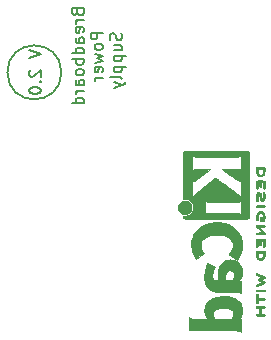
<source format=gbo>
%TF.GenerationSoftware,KiCad,Pcbnew,(6.0.0)*%
%TF.CreationDate,2023-05-28T15:04:35-04:00*%
%TF.ProjectId,Breadboard Power Supply,42726561-6462-46f6-9172-6420506f7765,2.0*%
%TF.SameCoordinates,Original*%
%TF.FileFunction,Legend,Bot*%
%TF.FilePolarity,Positive*%
%FSLAX46Y46*%
G04 Gerber Fmt 4.6, Leading zero omitted, Abs format (unit mm)*
G04 Created by KiCad (PCBNEW (6.0.0)) date 2023-05-28 15:04:35*
%MOMM*%
%LPD*%
G01*
G04 APERTURE LIST*
%ADD10C,0.150000*%
%ADD11C,0.010000*%
G04 APERTURE END LIST*
D10*
X112872571Y-79164371D02*
X112920190Y-79307228D01*
X112967809Y-79354847D01*
X113063047Y-79402466D01*
X113205904Y-79402466D01*
X113301142Y-79354847D01*
X113348761Y-79307228D01*
X113396380Y-79211990D01*
X113396380Y-78831038D01*
X112396380Y-78831038D01*
X112396380Y-79164371D01*
X112444000Y-79259609D01*
X112491619Y-79307228D01*
X112586857Y-79354847D01*
X112682095Y-79354847D01*
X112777333Y-79307228D01*
X112824952Y-79259609D01*
X112872571Y-79164371D01*
X112872571Y-78831038D01*
X113396380Y-79831038D02*
X112729714Y-79831038D01*
X112920190Y-79831038D02*
X112824952Y-79878657D01*
X112777333Y-79926276D01*
X112729714Y-80021514D01*
X112729714Y-80116752D01*
X113348761Y-80831038D02*
X113396380Y-80735800D01*
X113396380Y-80545323D01*
X113348761Y-80450085D01*
X113253523Y-80402466D01*
X112872571Y-80402466D01*
X112777333Y-80450085D01*
X112729714Y-80545323D01*
X112729714Y-80735800D01*
X112777333Y-80831038D01*
X112872571Y-80878657D01*
X112967809Y-80878657D01*
X113063047Y-80402466D01*
X113396380Y-81735800D02*
X112872571Y-81735800D01*
X112777333Y-81688180D01*
X112729714Y-81592942D01*
X112729714Y-81402466D01*
X112777333Y-81307228D01*
X113348761Y-81735800D02*
X113396380Y-81640561D01*
X113396380Y-81402466D01*
X113348761Y-81307228D01*
X113253523Y-81259609D01*
X113158285Y-81259609D01*
X113063047Y-81307228D01*
X113015428Y-81402466D01*
X113015428Y-81640561D01*
X112967809Y-81735800D01*
X113396380Y-82640561D02*
X112396380Y-82640561D01*
X113348761Y-82640561D02*
X113396380Y-82545323D01*
X113396380Y-82354847D01*
X113348761Y-82259609D01*
X113301142Y-82211990D01*
X113205904Y-82164371D01*
X112920190Y-82164371D01*
X112824952Y-82211990D01*
X112777333Y-82259609D01*
X112729714Y-82354847D01*
X112729714Y-82545323D01*
X112777333Y-82640561D01*
X113396380Y-83116752D02*
X112396380Y-83116752D01*
X112777333Y-83116752D02*
X112729714Y-83211990D01*
X112729714Y-83402466D01*
X112777333Y-83497704D01*
X112824952Y-83545323D01*
X112920190Y-83592942D01*
X113205904Y-83592942D01*
X113301142Y-83545323D01*
X113348761Y-83497704D01*
X113396380Y-83402466D01*
X113396380Y-83211990D01*
X113348761Y-83116752D01*
X113396380Y-84164371D02*
X113348761Y-84069133D01*
X113301142Y-84021514D01*
X113205904Y-83973895D01*
X112920190Y-83973895D01*
X112824952Y-84021514D01*
X112777333Y-84069133D01*
X112729714Y-84164371D01*
X112729714Y-84307228D01*
X112777333Y-84402466D01*
X112824952Y-84450085D01*
X112920190Y-84497704D01*
X113205904Y-84497704D01*
X113301142Y-84450085D01*
X113348761Y-84402466D01*
X113396380Y-84307228D01*
X113396380Y-84164371D01*
X113396380Y-85354847D02*
X112872571Y-85354847D01*
X112777333Y-85307228D01*
X112729714Y-85211990D01*
X112729714Y-85021514D01*
X112777333Y-84926276D01*
X113348761Y-85354847D02*
X113396380Y-85259609D01*
X113396380Y-85021514D01*
X113348761Y-84926276D01*
X113253523Y-84878657D01*
X113158285Y-84878657D01*
X113063047Y-84926276D01*
X113015428Y-85021514D01*
X113015428Y-85259609D01*
X112967809Y-85354847D01*
X113396380Y-85831038D02*
X112729714Y-85831038D01*
X112920190Y-85831038D02*
X112824952Y-85878657D01*
X112777333Y-85926276D01*
X112729714Y-86021514D01*
X112729714Y-86116752D01*
X113396380Y-86878657D02*
X112396380Y-86878657D01*
X113348761Y-86878657D02*
X113396380Y-86783419D01*
X113396380Y-86592942D01*
X113348761Y-86497704D01*
X113301142Y-86450085D01*
X113205904Y-86402466D01*
X112920190Y-86402466D01*
X112824952Y-86450085D01*
X112777333Y-86497704D01*
X112729714Y-86592942D01*
X112729714Y-86783419D01*
X112777333Y-86878657D01*
X115006380Y-80878657D02*
X114006380Y-80878657D01*
X114006380Y-81259609D01*
X114054000Y-81354847D01*
X114101619Y-81402466D01*
X114196857Y-81450085D01*
X114339714Y-81450085D01*
X114434952Y-81402466D01*
X114482571Y-81354847D01*
X114530190Y-81259609D01*
X114530190Y-80878657D01*
X115006380Y-82021514D02*
X114958761Y-81926276D01*
X114911142Y-81878657D01*
X114815904Y-81831038D01*
X114530190Y-81831038D01*
X114434952Y-81878657D01*
X114387333Y-81926276D01*
X114339714Y-82021514D01*
X114339714Y-82164371D01*
X114387333Y-82259609D01*
X114434952Y-82307228D01*
X114530190Y-82354847D01*
X114815904Y-82354847D01*
X114911142Y-82307228D01*
X114958761Y-82259609D01*
X115006380Y-82164371D01*
X115006380Y-82021514D01*
X114339714Y-82688180D02*
X115006380Y-82878657D01*
X114530190Y-83069133D01*
X115006380Y-83259609D01*
X114339714Y-83450085D01*
X114958761Y-84211990D02*
X115006380Y-84116752D01*
X115006380Y-83926276D01*
X114958761Y-83831038D01*
X114863523Y-83783419D01*
X114482571Y-83783419D01*
X114387333Y-83831038D01*
X114339714Y-83926276D01*
X114339714Y-84116752D01*
X114387333Y-84211990D01*
X114482571Y-84259609D01*
X114577809Y-84259609D01*
X114673047Y-83783419D01*
X115006380Y-84688180D02*
X114339714Y-84688180D01*
X114530190Y-84688180D02*
X114434952Y-84735800D01*
X114387333Y-84783419D01*
X114339714Y-84878657D01*
X114339714Y-84973895D01*
X116568761Y-80950085D02*
X116616380Y-81092942D01*
X116616380Y-81331038D01*
X116568761Y-81426276D01*
X116521142Y-81473895D01*
X116425904Y-81521514D01*
X116330666Y-81521514D01*
X116235428Y-81473895D01*
X116187809Y-81426276D01*
X116140190Y-81331038D01*
X116092571Y-81140561D01*
X116044952Y-81045323D01*
X115997333Y-80997704D01*
X115902095Y-80950085D01*
X115806857Y-80950085D01*
X115711619Y-80997704D01*
X115664000Y-81045323D01*
X115616380Y-81140561D01*
X115616380Y-81378657D01*
X115664000Y-81521514D01*
X115949714Y-82378657D02*
X116616380Y-82378657D01*
X115949714Y-81950085D02*
X116473523Y-81950085D01*
X116568761Y-81997704D01*
X116616380Y-82092942D01*
X116616380Y-82235800D01*
X116568761Y-82331038D01*
X116521142Y-82378657D01*
X115949714Y-82854847D02*
X116949714Y-82854847D01*
X115997333Y-82854847D02*
X115949714Y-82950085D01*
X115949714Y-83140561D01*
X115997333Y-83235800D01*
X116044952Y-83283419D01*
X116140190Y-83331038D01*
X116425904Y-83331038D01*
X116521142Y-83283419D01*
X116568761Y-83235800D01*
X116616380Y-83140561D01*
X116616380Y-82950085D01*
X116568761Y-82854847D01*
X115949714Y-83759609D02*
X116949714Y-83759609D01*
X115997333Y-83759609D02*
X115949714Y-83854847D01*
X115949714Y-84045323D01*
X115997333Y-84140561D01*
X116044952Y-84188180D01*
X116140190Y-84235800D01*
X116425904Y-84235800D01*
X116521142Y-84188180D01*
X116568761Y-84140561D01*
X116616380Y-84045323D01*
X116616380Y-83854847D01*
X116568761Y-83759609D01*
X116616380Y-84807228D02*
X116568761Y-84711990D01*
X116473523Y-84664371D01*
X115616380Y-84664371D01*
X115949714Y-85092942D02*
X116616380Y-85331038D01*
X115949714Y-85569133D02*
X116616380Y-85331038D01*
X116854476Y-85235800D01*
X116902095Y-85188180D01*
X116949714Y-85092942D01*
X111506705Y-84251800D02*
G75*
G03*
X111506705Y-84251800I-2286705J0D01*
G01*
X108773980Y-82347038D02*
X109773980Y-82680371D01*
X108773980Y-83013704D01*
X108869219Y-84061323D02*
X108821600Y-84108942D01*
X108773980Y-84204180D01*
X108773980Y-84442276D01*
X108821600Y-84537514D01*
X108869219Y-84585133D01*
X108964457Y-84632752D01*
X109059695Y-84632752D01*
X109202552Y-84585133D01*
X109773980Y-84013704D01*
X109773980Y-84632752D01*
X109678742Y-85061323D02*
X109726361Y-85108942D01*
X109773980Y-85061323D01*
X109726361Y-85013704D01*
X109678742Y-85061323D01*
X109773980Y-85061323D01*
X108773980Y-85727990D02*
X108773980Y-85823228D01*
X108821600Y-85918466D01*
X108869219Y-85966085D01*
X108964457Y-86013704D01*
X109154933Y-86061323D01*
X109393028Y-86061323D01*
X109583504Y-86013704D01*
X109678742Y-85966085D01*
X109726361Y-85918466D01*
X109773980Y-85823228D01*
X109773980Y-85727990D01*
X109726361Y-85632752D01*
X109678742Y-85585133D01*
X109583504Y-85537514D01*
X109393028Y-85489895D01*
X109154933Y-85489895D01*
X108964457Y-85537514D01*
X108869219Y-85585133D01*
X108821600Y-85632752D01*
X108773980Y-85727990D01*
D11*
%TO.C,REF\u002A\u002A*%
X121822737Y-92588771D02*
X121822773Y-92853294D01*
X121822773Y-92853294D02*
X121822778Y-92976426D01*
X121822778Y-92976426D02*
X121822778Y-94947325D01*
X121822778Y-94947325D02*
X121938958Y-94947325D01*
X121938958Y-94947325D02*
X122080339Y-94959725D01*
X122080339Y-94959725D02*
X122210732Y-94997150D01*
X122210732Y-94997150D02*
X122330910Y-95059937D01*
X122330910Y-95059937D02*
X122441650Y-95148420D01*
X122441650Y-95148420D02*
X122471559Y-95178357D01*
X122471559Y-95178357D02*
X122556396Y-95286048D01*
X122556396Y-95286048D02*
X122618269Y-95404789D01*
X122618269Y-95404789D02*
X122657207Y-95531054D01*
X122657207Y-95531054D02*
X122673238Y-95661317D01*
X122673238Y-95661317D02*
X122666390Y-95792049D01*
X122666390Y-95792049D02*
X122636691Y-95919726D01*
X122636691Y-95919726D02*
X122584168Y-96040819D01*
X122584168Y-96040819D02*
X122508851Y-96151802D01*
X122508851Y-96151802D02*
X122463411Y-96201646D01*
X122463411Y-96201646D02*
X122352000Y-96294531D01*
X122352000Y-96294531D02*
X122229483Y-96362641D01*
X122229483Y-96362641D02*
X122097263Y-96405385D01*
X122097263Y-96405385D02*
X121956740Y-96422167D01*
X121956740Y-96422167D02*
X121942915Y-96422390D01*
X121942915Y-96422390D02*
X121822782Y-96423270D01*
X121822782Y-96423270D02*
X121822780Y-96476071D01*
X121822780Y-96476071D02*
X121829137Y-96522910D01*
X121829137Y-96522910D02*
X121844604Y-96565697D01*
X121844604Y-96565697D02*
X121846202Y-96568525D01*
X121846202Y-96568525D02*
X121851216Y-96578189D01*
X121851216Y-96578189D02*
X121855121Y-96587063D01*
X121855121Y-96587063D02*
X121859055Y-96595179D01*
X121859055Y-96595179D02*
X121864154Y-96602571D01*
X121864154Y-96602571D02*
X121871556Y-96609269D01*
X121871556Y-96609269D02*
X121882399Y-96615306D01*
X121882399Y-96615306D02*
X121897820Y-96620713D01*
X121897820Y-96620713D02*
X121918957Y-96625524D01*
X121918957Y-96625524D02*
X121946947Y-96629769D01*
X121946947Y-96629769D02*
X121982927Y-96633482D01*
X121982927Y-96633482D02*
X122028035Y-96636693D01*
X122028035Y-96636693D02*
X122083408Y-96639436D01*
X122083408Y-96639436D02*
X122150185Y-96641742D01*
X122150185Y-96641742D02*
X122229501Y-96643643D01*
X122229501Y-96643643D02*
X122322495Y-96645172D01*
X122322495Y-96645172D02*
X122430305Y-96646360D01*
X122430305Y-96646360D02*
X122554067Y-96647240D01*
X122554067Y-96647240D02*
X122694919Y-96647844D01*
X122694919Y-96647844D02*
X122853998Y-96648203D01*
X122853998Y-96648203D02*
X123032443Y-96648349D01*
X123032443Y-96648349D02*
X123231390Y-96648316D01*
X123231390Y-96648316D02*
X123451977Y-96648134D01*
X123451977Y-96648134D02*
X123695341Y-96647837D01*
X123695341Y-96647837D02*
X123962620Y-96647455D01*
X123962620Y-96647455D02*
X124254951Y-96647022D01*
X124254951Y-96647022D02*
X124573472Y-96646569D01*
X124573472Y-96646569D02*
X124612278Y-96646516D01*
X124612278Y-96646516D02*
X124932830Y-96646110D01*
X124932830Y-96646110D02*
X125227060Y-96645765D01*
X125227060Y-96645765D02*
X125496104Y-96645445D01*
X125496104Y-96645445D02*
X125741100Y-96645114D01*
X125741100Y-96645114D02*
X125963185Y-96644735D01*
X125963185Y-96644735D02*
X126163495Y-96644271D01*
X126163495Y-96644271D02*
X126343167Y-96643686D01*
X126343167Y-96643686D02*
X126503338Y-96642944D01*
X126503338Y-96642944D02*
X126645146Y-96642008D01*
X126645146Y-96642008D02*
X126769727Y-96640841D01*
X126769727Y-96640841D02*
X126878218Y-96639407D01*
X126878218Y-96639407D02*
X126971755Y-96637670D01*
X126971755Y-96637670D02*
X127051477Y-96635592D01*
X127051477Y-96635592D02*
X127118520Y-96633138D01*
X127118520Y-96633138D02*
X127174021Y-96630270D01*
X127174021Y-96630270D02*
X127219116Y-96626953D01*
X127219116Y-96626953D02*
X127254943Y-96623150D01*
X127254943Y-96623150D02*
X127282639Y-96618824D01*
X127282639Y-96618824D02*
X127303341Y-96613939D01*
X127303341Y-96613939D02*
X127318185Y-96608459D01*
X127318185Y-96608459D02*
X127328308Y-96602346D01*
X127328308Y-96602346D02*
X127334848Y-96595564D01*
X127334848Y-96595564D02*
X127338941Y-96588077D01*
X127338941Y-96588077D02*
X127341724Y-96579848D01*
X127341724Y-96579848D02*
X127344335Y-96570841D01*
X127344335Y-96570841D02*
X127347910Y-96561019D01*
X127347910Y-96561019D02*
X127348998Y-96558620D01*
X127348998Y-96558620D02*
X127351444Y-96551079D01*
X127351444Y-96551079D02*
X127353690Y-96538458D01*
X127353690Y-96538458D02*
X127355746Y-96519655D01*
X127355746Y-96519655D02*
X127357620Y-96493567D01*
X127357620Y-96493567D02*
X127359319Y-96459092D01*
X127359319Y-96459092D02*
X127360851Y-96415129D01*
X127360851Y-96415129D02*
X127362225Y-96360575D01*
X127362225Y-96360575D02*
X127363448Y-96294329D01*
X127363448Y-96294329D02*
X127364529Y-96215288D01*
X127364529Y-96215288D02*
X127365475Y-96122351D01*
X127365475Y-96122351D02*
X127366295Y-96014415D01*
X127366295Y-96014415D02*
X127366995Y-95890378D01*
X127366995Y-95890378D02*
X127367586Y-95749138D01*
X127367586Y-95749138D02*
X127368073Y-95589593D01*
X127368073Y-95589593D02*
X127368467Y-95410642D01*
X127368467Y-95410642D02*
X127368773Y-95211182D01*
X127368773Y-95211182D02*
X127369001Y-94990110D01*
X127369001Y-94990110D02*
X127369158Y-94746326D01*
X127369158Y-94746326D02*
X127369253Y-94478727D01*
X127369253Y-94478727D02*
X127369293Y-94186211D01*
X127369293Y-94186211D02*
X127369286Y-93867675D01*
X127369286Y-93867675D02*
X127369276Y-93764493D01*
X127369276Y-93764493D02*
X127369224Y-93438891D01*
X127369224Y-93438891D02*
X127369139Y-93139633D01*
X127369139Y-93139633D02*
X127369011Y-92865605D01*
X127369011Y-92865605D02*
X127368833Y-92615690D01*
X127368833Y-92615690D02*
X127368596Y-92388774D01*
X127368596Y-92388774D02*
X127368290Y-92183741D01*
X127368290Y-92183741D02*
X127367908Y-91999476D01*
X127367908Y-91999476D02*
X127367440Y-91834864D01*
X127367440Y-91834864D02*
X127366878Y-91688789D01*
X127366878Y-91688789D02*
X127366213Y-91560138D01*
X127366213Y-91560138D02*
X127365436Y-91447793D01*
X127365436Y-91447793D02*
X127364539Y-91350640D01*
X127364539Y-91350640D02*
X127363513Y-91267564D01*
X127363513Y-91267564D02*
X127362349Y-91197450D01*
X127362349Y-91197450D02*
X127361039Y-91139182D01*
X127361039Y-91139182D02*
X127359573Y-91091645D01*
X127359573Y-91091645D02*
X127357944Y-91053724D01*
X127357944Y-91053724D02*
X127356141Y-91024304D01*
X127356141Y-91024304D02*
X127354158Y-91002269D01*
X127354158Y-91002269D02*
X127351984Y-90986504D01*
X127351984Y-90986504D02*
X127349611Y-90975894D01*
X127349611Y-90975894D02*
X127347439Y-90970110D01*
X127347439Y-90970110D02*
X127343104Y-90959830D01*
X127343104Y-90959830D02*
X127339907Y-90950392D01*
X127339907Y-90950392D02*
X127336713Y-90941759D01*
X127336713Y-90941759D02*
X127332386Y-90933895D01*
X127332386Y-90933895D02*
X127325792Y-90926766D01*
X127325792Y-90926766D02*
X127315795Y-90920335D01*
X127315795Y-90920335D02*
X127301260Y-90914567D01*
X127301260Y-90914567D02*
X127281051Y-90909425D01*
X127281051Y-90909425D02*
X127254033Y-90904874D01*
X127254033Y-90904874D02*
X127219071Y-90900879D01*
X127219071Y-90900879D02*
X127175029Y-90897403D01*
X127175029Y-90897403D02*
X127120772Y-90894412D01*
X127120772Y-90894412D02*
X127055165Y-90891868D01*
X127055165Y-90891868D02*
X126977072Y-90889737D01*
X126977072Y-90889737D02*
X126885358Y-90887982D01*
X126885358Y-90887982D02*
X126778888Y-90886569D01*
X126778888Y-90886569D02*
X126738021Y-90886199D01*
X126738021Y-90886199D02*
X126738021Y-91252630D01*
X126738021Y-91252630D02*
X126738021Y-92547780D01*
X126738021Y-92547780D02*
X126700265Y-92522859D01*
X126700265Y-92522859D02*
X126661465Y-92498067D01*
X126661465Y-92498067D02*
X126624517Y-92477074D01*
X126624517Y-92477074D02*
X126586836Y-92459579D01*
X126586836Y-92459579D02*
X126545836Y-92445284D01*
X126545836Y-92445284D02*
X126498931Y-92433891D01*
X126498931Y-92433891D02*
X126443535Y-92425101D01*
X126443535Y-92425101D02*
X126377064Y-92418616D01*
X126377064Y-92418616D02*
X126296931Y-92414137D01*
X126296931Y-92414137D02*
X126200550Y-92411364D01*
X126200550Y-92411364D02*
X126085337Y-92410001D01*
X126085337Y-92410001D02*
X125948705Y-92409747D01*
X125948705Y-92409747D02*
X125788068Y-92410305D01*
X125788068Y-92410305D02*
X125728430Y-92410621D01*
X125728430Y-92410621D02*
X125089089Y-92414189D01*
X125089089Y-92414189D02*
X125640497Y-92819216D01*
X125640497Y-92819216D02*
X125796924Y-92933960D01*
X125796924Y-92933960D02*
X125933136Y-93033371D01*
X125933136Y-93033371D02*
X126050938Y-93118524D01*
X126050938Y-93118524D02*
X126152132Y-93190492D01*
X126152132Y-93190492D02*
X126238525Y-93250348D01*
X126238525Y-93250348D02*
X126311922Y-93299166D01*
X126311922Y-93299166D02*
X126374125Y-93338019D01*
X126374125Y-93338019D02*
X126426941Y-93367980D01*
X126426941Y-93367980D02*
X126472173Y-93390123D01*
X126472173Y-93390123D02*
X126511626Y-93405521D01*
X126511626Y-93405521D02*
X126547106Y-93415248D01*
X126547106Y-93415248D02*
X126580416Y-93420377D01*
X126580416Y-93420377D02*
X126613361Y-93421982D01*
X126613361Y-93421982D02*
X126647745Y-93421135D01*
X126647745Y-93421135D02*
X126652067Y-93420919D01*
X126652067Y-93420919D02*
X126738079Y-93416460D01*
X126738079Y-93416460D02*
X126738021Y-94835822D01*
X126738021Y-94835822D02*
X126631570Y-94730249D01*
X126631570Y-94730249D02*
X126602454Y-94701601D01*
X126602454Y-94701601D02*
X126574124Y-94674424D01*
X126574124Y-94674424D02*
X126545016Y-94647525D01*
X126545016Y-94647525D02*
X126513568Y-94619711D01*
X126513568Y-94619711D02*
X126478217Y-94589789D01*
X126478217Y-94589789D02*
X126437402Y-94556568D01*
X126437402Y-94556568D02*
X126389559Y-94518853D01*
X126389559Y-94518853D02*
X126333127Y-94475454D01*
X126333127Y-94475454D02*
X126266542Y-94425176D01*
X126266542Y-94425176D02*
X126188243Y-94366826D01*
X126188243Y-94366826D02*
X126096667Y-94299214D01*
X126096667Y-94299214D02*
X125990252Y-94221145D01*
X125990252Y-94221145D02*
X125867435Y-94131426D01*
X125867435Y-94131426D02*
X125726653Y-94028866D01*
X125726653Y-94028866D02*
X125566345Y-93912272D01*
X125566345Y-93912272D02*
X125434846Y-93816705D01*
X125434846Y-93816705D02*
X125269644Y-93696765D01*
X125269644Y-93696765D02*
X125125200Y-93592134D01*
X125125200Y-93592134D02*
X125000142Y-93501866D01*
X125000142Y-93501866D02*
X124893100Y-93425011D01*
X124893100Y-93425011D02*
X124802702Y-93360623D01*
X124802702Y-93360623D02*
X124727577Y-93307753D01*
X124727577Y-93307753D02*
X124666352Y-93265454D01*
X124666352Y-93265454D02*
X124617658Y-93232778D01*
X124617658Y-93232778D02*
X124580122Y-93208776D01*
X124580122Y-93208776D02*
X124552373Y-93192501D01*
X124552373Y-93192501D02*
X124533040Y-93183006D01*
X124533040Y-93183006D02*
X124520751Y-93179341D01*
X124520751Y-93179341D02*
X124514290Y-93180443D01*
X124514290Y-93180443D02*
X124497096Y-93193790D01*
X124497096Y-93193790D02*
X124460703Y-93222648D01*
X124460703Y-93222648D02*
X124407272Y-93265274D01*
X124407272Y-93265274D02*
X124338967Y-93319929D01*
X124338967Y-93319929D02*
X124257951Y-93384870D01*
X124257951Y-93384870D02*
X124166388Y-93458356D01*
X124166388Y-93458356D02*
X124066440Y-93538646D01*
X124066440Y-93538646D02*
X123960272Y-93623999D01*
X123960272Y-93623999D02*
X123850045Y-93712674D01*
X123850045Y-93712674D02*
X123737924Y-93802928D01*
X123737924Y-93802928D02*
X123676292Y-93852570D01*
X123676292Y-93852570D02*
X123676292Y-95085141D01*
X123676292Y-95085141D02*
X123768967Y-95136368D01*
X123768967Y-95136368D02*
X123861643Y-95187595D01*
X123861643Y-95187595D02*
X126552670Y-95187595D01*
X126552670Y-95187595D02*
X126645346Y-95136368D01*
X126645346Y-95136368D02*
X126738021Y-95085141D01*
X126738021Y-95085141D02*
X126738021Y-95691118D01*
X126738021Y-95691118D02*
X126737979Y-95835780D01*
X126737979Y-95835780D02*
X126737789Y-95955270D01*
X126737789Y-95955270D02*
X126737356Y-96051872D01*
X126737356Y-96051872D02*
X126736584Y-96127872D01*
X126736584Y-96127872D02*
X126735378Y-96185557D01*
X126735378Y-96185557D02*
X126733642Y-96227213D01*
X126733642Y-96227213D02*
X126731280Y-96255125D01*
X126731280Y-96255125D02*
X126728198Y-96271579D01*
X126728198Y-96271579D02*
X126724299Y-96278862D01*
X126724299Y-96278862D02*
X126719488Y-96279259D01*
X126719488Y-96279259D02*
X126713670Y-96275056D01*
X126713670Y-96275056D02*
X126713622Y-96275013D01*
X126713622Y-96275013D02*
X126688580Y-96257701D01*
X126688580Y-96257701D02*
X126647863Y-96234778D01*
X126647863Y-96234778D02*
X126607216Y-96214533D01*
X126607216Y-96214533D02*
X126525210Y-96176135D01*
X126525210Y-96176135D02*
X123676292Y-96168303D01*
X123676292Y-96168303D02*
X123676292Y-95085141D01*
X123676292Y-95085141D02*
X123676292Y-93852570D01*
X123676292Y-93852570D02*
X123626072Y-93893021D01*
X123626072Y-93893021D02*
X123516652Y-93981212D01*
X123516652Y-93981212D02*
X123411826Y-94065760D01*
X123411826Y-94065760D02*
X123313759Y-94144922D01*
X123313759Y-94144922D02*
X123224614Y-94216958D01*
X123224614Y-94216958D02*
X123146553Y-94280127D01*
X123146553Y-94280127D02*
X123081740Y-94332687D01*
X123081740Y-94332687D02*
X123032338Y-94372897D01*
X123032338Y-94372897D02*
X123003535Y-94396514D01*
X123003535Y-94396514D02*
X122895826Y-94488224D01*
X122895826Y-94488224D02*
X122798628Y-94576454D01*
X122798628Y-94576454D02*
X122715124Y-94658111D01*
X122715124Y-94658111D02*
X122648496Y-94730104D01*
X122648496Y-94730104D02*
X122607647Y-94781195D01*
X122607647Y-94781195D02*
X122564183Y-94841607D01*
X122564183Y-94841607D02*
X122564183Y-93452216D01*
X122564183Y-93452216D02*
X122645714Y-93452606D01*
X122645714Y-93452606D02*
X122705654Y-93448723D01*
X122705654Y-93448723D02*
X122761225Y-93434124D01*
X122761225Y-93434124D02*
X122813903Y-93411526D01*
X122813903Y-93411526D02*
X122843663Y-93396836D01*
X122843663Y-93396836D02*
X122873151Y-93381042D01*
X122873151Y-93381042D02*
X122904324Y-93362700D01*
X122904324Y-93362700D02*
X122939141Y-93340369D01*
X122939141Y-93340369D02*
X122979558Y-93312605D01*
X122979558Y-93312605D02*
X123027534Y-93277965D01*
X123027534Y-93277965D02*
X123085026Y-93235007D01*
X123085026Y-93235007D02*
X123153991Y-93182287D01*
X123153991Y-93182287D02*
X123236387Y-93118363D01*
X123236387Y-93118363D02*
X123334172Y-93041793D01*
X123334172Y-93041793D02*
X123449303Y-92951133D01*
X123449303Y-92951133D02*
X123583738Y-92844940D01*
X123583738Y-92844940D02*
X123598907Y-92832946D01*
X123598907Y-92832946D02*
X124128460Y-92414189D01*
X124128460Y-92414189D02*
X123541970Y-92410136D01*
X123541970Y-92410136D02*
X123366299Y-92409319D01*
X123366299Y-92409319D02*
X123217580Y-92409493D01*
X123217580Y-92409493D02*
X123095323Y-92410665D01*
X123095323Y-92410665D02*
X122999037Y-92412845D01*
X122999037Y-92412845D02*
X122928231Y-92416040D01*
X122928231Y-92416040D02*
X122882417Y-92420258D01*
X122882417Y-92420258D02*
X122873727Y-92421676D01*
X122873727Y-92421676D02*
X122782183Y-92443923D01*
X122782183Y-92443923D02*
X122699656Y-92473071D01*
X122699656Y-92473071D02*
X122633301Y-92506332D01*
X122633301Y-92506332D02*
X122605158Y-92526314D01*
X122605158Y-92526314D02*
X122564183Y-92560792D01*
X122564183Y-92560792D02*
X122564183Y-91906600D01*
X122564183Y-91906600D02*
X122564317Y-91750545D01*
X122564317Y-91750545D02*
X122564751Y-91620047D01*
X122564751Y-91620047D02*
X122565537Y-91513204D01*
X122565537Y-91513204D02*
X122566724Y-91428116D01*
X122566724Y-91428116D02*
X122568365Y-91362879D01*
X122568365Y-91362879D02*
X122570509Y-91315593D01*
X122570509Y-91315593D02*
X122573207Y-91284357D01*
X122573207Y-91284357D02*
X122576510Y-91267268D01*
X122576510Y-91267268D02*
X122580469Y-91262426D01*
X122580469Y-91262426D02*
X122581346Y-91262761D01*
X122581346Y-91262761D02*
X122602279Y-91276629D01*
X122602279Y-91276629D02*
X122635460Y-91299782D01*
X122635460Y-91299782D02*
X122652241Y-91311760D01*
X122652241Y-91311760D02*
X122668988Y-91324145D01*
X122668988Y-91324145D02*
X122683963Y-91335277D01*
X122683963Y-91335277D02*
X122698642Y-91345226D01*
X122698642Y-91345226D02*
X122714497Y-91354063D01*
X122714497Y-91354063D02*
X122733003Y-91361857D01*
X122733003Y-91361857D02*
X122755633Y-91368679D01*
X122755633Y-91368679D02*
X122783861Y-91374598D01*
X122783861Y-91374598D02*
X122819161Y-91379685D01*
X122819161Y-91379685D02*
X122863006Y-91384010D01*
X122863006Y-91384010D02*
X122916870Y-91387643D01*
X122916870Y-91387643D02*
X122982228Y-91390654D01*
X122982228Y-91390654D02*
X123060552Y-91393113D01*
X123060552Y-91393113D02*
X123153316Y-91395091D01*
X123153316Y-91395091D02*
X123261995Y-91396656D01*
X123261995Y-91396656D02*
X123388061Y-91397880D01*
X123388061Y-91397880D02*
X123532990Y-91398833D01*
X123532990Y-91398833D02*
X123698254Y-91399584D01*
X123698254Y-91399584D02*
X123885327Y-91400203D01*
X123885327Y-91400203D02*
X124095683Y-91400762D01*
X124095683Y-91400762D02*
X124330796Y-91401329D01*
X124330796Y-91401329D02*
X124546789Y-91401859D01*
X124546789Y-91401859D02*
X124787583Y-91402359D01*
X124787583Y-91402359D02*
X125017322Y-91402619D01*
X125017322Y-91402619D02*
X125234541Y-91402646D01*
X125234541Y-91402646D02*
X125437770Y-91402447D01*
X125437770Y-91402447D02*
X125625544Y-91402028D01*
X125625544Y-91402028D02*
X125796393Y-91401396D01*
X125796393Y-91401396D02*
X125948851Y-91400558D01*
X125948851Y-91400558D02*
X126081451Y-91399522D01*
X126081451Y-91399522D02*
X126192724Y-91398294D01*
X126192724Y-91398294D02*
X126281204Y-91396881D01*
X126281204Y-91396881D02*
X126345423Y-91395289D01*
X126345423Y-91395289D02*
X126383913Y-91393527D01*
X126383913Y-91393527D02*
X126387981Y-91393193D01*
X126387981Y-91393193D02*
X126481296Y-91381048D01*
X126481296Y-91381048D02*
X126556238Y-91362087D01*
X126556238Y-91362087D02*
X126621642Y-91333212D01*
X126621642Y-91333212D02*
X126686341Y-91291324D01*
X126686341Y-91291324D02*
X126693400Y-91286085D01*
X126693400Y-91286085D02*
X126738021Y-91252630D01*
X126738021Y-91252630D02*
X126738021Y-90886199D01*
X126738021Y-90886199D02*
X126656527Y-90885460D01*
X126656527Y-90885460D02*
X126517138Y-90884621D01*
X126517138Y-90884621D02*
X126359587Y-90884016D01*
X126359587Y-90884016D02*
X126182739Y-90883609D01*
X126182739Y-90883609D02*
X125985458Y-90883364D01*
X125985458Y-90883364D02*
X125766608Y-90883247D01*
X125766608Y-90883247D02*
X125525055Y-90883219D01*
X125525055Y-90883219D02*
X125259663Y-90883247D01*
X125259663Y-90883247D02*
X124969297Y-90883294D01*
X124969297Y-90883294D02*
X124652821Y-90883324D01*
X124652821Y-90883324D02*
X124589994Y-90883325D01*
X124589994Y-90883325D02*
X124270185Y-90883342D01*
X124270185Y-90883342D02*
X123976709Y-90883402D01*
X123976709Y-90883402D02*
X123708438Y-90883512D01*
X123708438Y-90883512D02*
X123464246Y-90883681D01*
X123464246Y-90883681D02*
X123243005Y-90883917D01*
X123243005Y-90883917D02*
X123043588Y-90884230D01*
X123043588Y-90884230D02*
X122864868Y-90884629D01*
X122864868Y-90884629D02*
X122705719Y-90885121D01*
X122705719Y-90885121D02*
X122565014Y-90885717D01*
X122565014Y-90885717D02*
X122441624Y-90886424D01*
X122441624Y-90886424D02*
X122334424Y-90887251D01*
X122334424Y-90887251D02*
X122242286Y-90888207D01*
X122242286Y-90888207D02*
X122164083Y-90889301D01*
X122164083Y-90889301D02*
X122098689Y-90890541D01*
X122098689Y-90890541D02*
X122044976Y-90891936D01*
X122044976Y-90891936D02*
X122001817Y-90893496D01*
X122001817Y-90893496D02*
X121968085Y-90895228D01*
X121968085Y-90895228D02*
X121942653Y-90897142D01*
X121942653Y-90897142D02*
X121924395Y-90899246D01*
X121924395Y-90899246D02*
X121912182Y-90901548D01*
X121912182Y-90901548D02*
X121904889Y-90904059D01*
X121904889Y-90904059D02*
X121904707Y-90904151D01*
X121904707Y-90904151D02*
X121893566Y-90909322D01*
X121893566Y-90909322D02*
X121883479Y-90913629D01*
X121883479Y-90913629D02*
X121874394Y-90918393D01*
X121874394Y-90918393D02*
X121866260Y-90924936D01*
X121866260Y-90924936D02*
X121859024Y-90934579D01*
X121859024Y-90934579D02*
X121852634Y-90948643D01*
X121852634Y-90948643D02*
X121847037Y-90968451D01*
X121847037Y-90968451D02*
X121842181Y-90995323D01*
X121842181Y-90995323D02*
X121838014Y-91030581D01*
X121838014Y-91030581D02*
X121834484Y-91075546D01*
X121834484Y-91075546D02*
X121831539Y-91131540D01*
X121831539Y-91131540D02*
X121829125Y-91199885D01*
X121829125Y-91199885D02*
X121827192Y-91281900D01*
X121827192Y-91281900D02*
X121825686Y-91378909D01*
X121825686Y-91378909D02*
X121824556Y-91492232D01*
X121824556Y-91492232D02*
X121823750Y-91623191D01*
X121823750Y-91623191D02*
X121823214Y-91773107D01*
X121823214Y-91773107D02*
X121822897Y-91943301D01*
X121822897Y-91943301D02*
X121822747Y-92135096D01*
X121822747Y-92135096D02*
X121822711Y-92349812D01*
X121822711Y-92349812D02*
X121822737Y-92588771D01*
X121822737Y-92588771D02*
X121822737Y-92588771D01*
G36*
X126885358Y-90887982D02*
G01*
X126977072Y-90889737D01*
X127055165Y-90891868D01*
X127120772Y-90894412D01*
X127175029Y-90897403D01*
X127219071Y-90900879D01*
X127254033Y-90904874D01*
X127281051Y-90909425D01*
X127301260Y-90914567D01*
X127315795Y-90920335D01*
X127325792Y-90926766D01*
X127332386Y-90933895D01*
X127336713Y-90941759D01*
X127339907Y-90950392D01*
X127343104Y-90959830D01*
X127347439Y-90970110D01*
X127349611Y-90975894D01*
X127351984Y-90986504D01*
X127354158Y-91002269D01*
X127356141Y-91024304D01*
X127357944Y-91053724D01*
X127359573Y-91091645D01*
X127361039Y-91139182D01*
X127362349Y-91197450D01*
X127363513Y-91267564D01*
X127364539Y-91350640D01*
X127365436Y-91447793D01*
X127366213Y-91560138D01*
X127366878Y-91688789D01*
X127367440Y-91834864D01*
X127367908Y-91999476D01*
X127368290Y-92183741D01*
X127368596Y-92388774D01*
X127368833Y-92615690D01*
X127369011Y-92865605D01*
X127369139Y-93139633D01*
X127369224Y-93438891D01*
X127369276Y-93764493D01*
X127369286Y-93867675D01*
X127369293Y-94186211D01*
X127369253Y-94478727D01*
X127369158Y-94746326D01*
X127369001Y-94990110D01*
X127368773Y-95211182D01*
X127368467Y-95410642D01*
X127368073Y-95589593D01*
X127367586Y-95749138D01*
X127366995Y-95890378D01*
X127366295Y-96014415D01*
X127365475Y-96122351D01*
X127364529Y-96215288D01*
X127363448Y-96294329D01*
X127362225Y-96360575D01*
X127360851Y-96415129D01*
X127359319Y-96459092D01*
X127357620Y-96493567D01*
X127355746Y-96519655D01*
X127353690Y-96538458D01*
X127351444Y-96551079D01*
X127348998Y-96558620D01*
X127347910Y-96561019D01*
X127344335Y-96570841D01*
X127341724Y-96579848D01*
X127338941Y-96588077D01*
X127334848Y-96595564D01*
X127328308Y-96602346D01*
X127318185Y-96608459D01*
X127303341Y-96613939D01*
X127282639Y-96618824D01*
X127254943Y-96623150D01*
X127219116Y-96626953D01*
X127174021Y-96630270D01*
X127118520Y-96633138D01*
X127051477Y-96635592D01*
X126971755Y-96637670D01*
X126878218Y-96639407D01*
X126769727Y-96640841D01*
X126645146Y-96642008D01*
X126503338Y-96642944D01*
X126343167Y-96643686D01*
X126163495Y-96644271D01*
X125963185Y-96644735D01*
X125741100Y-96645114D01*
X125496104Y-96645445D01*
X125227060Y-96645765D01*
X124932830Y-96646110D01*
X124612278Y-96646516D01*
X124573472Y-96646569D01*
X124254951Y-96647022D01*
X123962620Y-96647455D01*
X123695341Y-96647837D01*
X123451977Y-96648134D01*
X123231390Y-96648316D01*
X123032443Y-96648349D01*
X122853998Y-96648203D01*
X122694919Y-96647844D01*
X122554067Y-96647240D01*
X122430305Y-96646360D01*
X122322495Y-96645172D01*
X122229501Y-96643643D01*
X122150185Y-96641742D01*
X122083408Y-96639436D01*
X122028035Y-96636693D01*
X121982927Y-96633482D01*
X121946947Y-96629769D01*
X121918957Y-96625524D01*
X121897820Y-96620713D01*
X121882399Y-96615306D01*
X121871556Y-96609269D01*
X121864154Y-96602571D01*
X121859055Y-96595179D01*
X121855121Y-96587063D01*
X121851216Y-96578189D01*
X121846202Y-96568525D01*
X121844604Y-96565697D01*
X121829137Y-96522910D01*
X121822780Y-96476071D01*
X121822782Y-96423270D01*
X121942915Y-96422390D01*
X121956740Y-96422167D01*
X122097263Y-96405385D01*
X122229483Y-96362641D01*
X122352000Y-96294531D01*
X122463411Y-96201646D01*
X122508851Y-96151802D01*
X122584168Y-96040819D01*
X122636691Y-95919726D01*
X122666390Y-95792049D01*
X122673238Y-95661317D01*
X122657207Y-95531054D01*
X122618269Y-95404789D01*
X122556396Y-95286048D01*
X122471559Y-95178357D01*
X122441650Y-95148420D01*
X122362454Y-95085141D01*
X123676292Y-95085141D01*
X123676292Y-96168303D01*
X126525210Y-96176135D01*
X126607216Y-96214533D01*
X126647863Y-96234778D01*
X126688580Y-96257701D01*
X126713622Y-96275013D01*
X126713670Y-96275056D01*
X126719488Y-96279259D01*
X126724299Y-96278862D01*
X126728198Y-96271579D01*
X126731280Y-96255125D01*
X126733642Y-96227213D01*
X126735378Y-96185557D01*
X126736584Y-96127872D01*
X126737356Y-96051872D01*
X126737789Y-95955270D01*
X126737979Y-95835780D01*
X126738021Y-95691118D01*
X126738021Y-95085141D01*
X126645346Y-95136368D01*
X126552670Y-95187595D01*
X123861643Y-95187595D01*
X123768967Y-95136368D01*
X123676292Y-95085141D01*
X122362454Y-95085141D01*
X122330910Y-95059937D01*
X122210732Y-94997150D01*
X122080339Y-94959725D01*
X121938958Y-94947325D01*
X121822778Y-94947325D01*
X121822778Y-94841607D01*
X122564183Y-94841607D01*
X122607647Y-94781195D01*
X122648496Y-94730104D01*
X122715124Y-94658111D01*
X122798628Y-94576454D01*
X122895826Y-94488224D01*
X123003535Y-94396514D01*
X123032338Y-94372897D01*
X123081740Y-94332687D01*
X123146553Y-94280127D01*
X123224614Y-94216958D01*
X123313759Y-94144922D01*
X123411826Y-94065760D01*
X123516652Y-93981212D01*
X123626072Y-93893021D01*
X123676292Y-93852570D01*
X123737924Y-93802928D01*
X123850045Y-93712674D01*
X123960272Y-93623999D01*
X124066440Y-93538646D01*
X124166388Y-93458356D01*
X124257951Y-93384870D01*
X124338967Y-93319929D01*
X124407272Y-93265274D01*
X124460703Y-93222648D01*
X124497096Y-93193790D01*
X124514290Y-93180443D01*
X124520751Y-93179341D01*
X124533040Y-93183006D01*
X124552373Y-93192501D01*
X124580122Y-93208776D01*
X124617658Y-93232778D01*
X124666352Y-93265454D01*
X124727577Y-93307753D01*
X124802702Y-93360623D01*
X124893100Y-93425011D01*
X125000142Y-93501866D01*
X125125200Y-93592134D01*
X125269644Y-93696765D01*
X125434846Y-93816705D01*
X125566345Y-93912272D01*
X125726653Y-94028866D01*
X125867435Y-94131426D01*
X125990252Y-94221145D01*
X126096667Y-94299214D01*
X126188243Y-94366826D01*
X126266542Y-94425176D01*
X126333127Y-94475454D01*
X126389559Y-94518853D01*
X126437402Y-94556568D01*
X126478217Y-94589789D01*
X126513568Y-94619711D01*
X126545016Y-94647525D01*
X126574124Y-94674424D01*
X126602454Y-94701601D01*
X126631570Y-94730249D01*
X126738021Y-94835822D01*
X126738079Y-93416460D01*
X126652067Y-93420919D01*
X126647745Y-93421135D01*
X126613361Y-93421982D01*
X126580416Y-93420377D01*
X126547106Y-93415248D01*
X126511626Y-93405521D01*
X126472173Y-93390123D01*
X126426941Y-93367980D01*
X126374125Y-93338019D01*
X126311922Y-93299166D01*
X126238525Y-93250348D01*
X126152132Y-93190492D01*
X126050938Y-93118524D01*
X125933136Y-93033371D01*
X125796924Y-92933960D01*
X125640497Y-92819216D01*
X125089089Y-92414189D01*
X125728430Y-92410621D01*
X125788068Y-92410305D01*
X125948705Y-92409747D01*
X126085337Y-92410001D01*
X126200550Y-92411364D01*
X126296931Y-92414137D01*
X126377064Y-92418616D01*
X126443535Y-92425101D01*
X126498931Y-92433891D01*
X126545836Y-92445284D01*
X126586836Y-92459579D01*
X126624517Y-92477074D01*
X126661465Y-92498067D01*
X126700265Y-92522859D01*
X126738021Y-92547780D01*
X126738021Y-91252630D01*
X126693400Y-91286085D01*
X126686341Y-91291324D01*
X126621642Y-91333212D01*
X126556238Y-91362087D01*
X126481296Y-91381048D01*
X126387981Y-91393193D01*
X126383913Y-91393527D01*
X126345423Y-91395289D01*
X126281204Y-91396881D01*
X126192724Y-91398294D01*
X126081451Y-91399522D01*
X125948851Y-91400558D01*
X125796393Y-91401396D01*
X125625544Y-91402028D01*
X125437770Y-91402447D01*
X125234541Y-91402646D01*
X125017322Y-91402619D01*
X124787583Y-91402359D01*
X124546789Y-91401859D01*
X124330796Y-91401329D01*
X124095683Y-91400762D01*
X123885327Y-91400203D01*
X123698254Y-91399584D01*
X123532990Y-91398833D01*
X123388061Y-91397880D01*
X123261995Y-91396656D01*
X123153316Y-91395091D01*
X123060552Y-91393113D01*
X122982228Y-91390654D01*
X122916870Y-91387643D01*
X122863006Y-91384010D01*
X122819161Y-91379685D01*
X122783861Y-91374598D01*
X122755633Y-91368679D01*
X122733003Y-91361857D01*
X122714497Y-91354063D01*
X122698642Y-91345226D01*
X122683963Y-91335277D01*
X122668988Y-91324145D01*
X122652241Y-91311760D01*
X122635460Y-91299782D01*
X122602279Y-91276629D01*
X122581346Y-91262761D01*
X122580469Y-91262426D01*
X122576510Y-91267268D01*
X122573207Y-91284357D01*
X122570509Y-91315593D01*
X122568365Y-91362879D01*
X122566724Y-91428116D01*
X122565537Y-91513204D01*
X122564751Y-91620047D01*
X122564317Y-91750545D01*
X122564183Y-91906600D01*
X122564183Y-92560792D01*
X122605158Y-92526314D01*
X122633301Y-92506332D01*
X122699656Y-92473071D01*
X122782183Y-92443923D01*
X122873727Y-92421676D01*
X122882417Y-92420258D01*
X122928231Y-92416040D01*
X122999037Y-92412845D01*
X123095323Y-92410665D01*
X123217580Y-92409493D01*
X123366299Y-92409319D01*
X123541970Y-92410136D01*
X124128460Y-92414189D01*
X123598907Y-92832946D01*
X123583738Y-92844940D01*
X123449303Y-92951133D01*
X123334172Y-93041793D01*
X123236387Y-93118363D01*
X123153991Y-93182287D01*
X123085026Y-93235007D01*
X123027534Y-93277965D01*
X122979558Y-93312605D01*
X122939141Y-93340369D01*
X122904324Y-93362700D01*
X122873151Y-93381042D01*
X122843663Y-93396836D01*
X122813903Y-93411526D01*
X122761225Y-93434124D01*
X122705654Y-93448723D01*
X122645714Y-93452606D01*
X122564183Y-93452216D01*
X122564183Y-94841607D01*
X121822778Y-94841607D01*
X121822778Y-92976426D01*
X121822773Y-92853294D01*
X121822737Y-92588771D01*
X121822711Y-92349812D01*
X121822747Y-92135096D01*
X121822897Y-91943301D01*
X121823214Y-91773107D01*
X121823750Y-91623191D01*
X121824556Y-91492232D01*
X121825686Y-91378909D01*
X121827192Y-91281900D01*
X121829125Y-91199885D01*
X121831539Y-91131540D01*
X121834484Y-91075546D01*
X121838014Y-91030581D01*
X121842181Y-90995323D01*
X121847037Y-90968451D01*
X121852634Y-90948643D01*
X121859024Y-90934579D01*
X121866260Y-90924936D01*
X121874394Y-90918393D01*
X121883479Y-90913629D01*
X121893566Y-90909322D01*
X121904707Y-90904151D01*
X121904889Y-90904059D01*
X121912182Y-90901548D01*
X121924395Y-90899246D01*
X121942653Y-90897142D01*
X121968085Y-90895228D01*
X122001817Y-90893496D01*
X122044976Y-90891936D01*
X122098689Y-90890541D01*
X122164083Y-90889301D01*
X122242286Y-90888207D01*
X122334424Y-90887251D01*
X122441624Y-90886424D01*
X122565014Y-90885717D01*
X122705719Y-90885121D01*
X122864868Y-90884629D01*
X123043588Y-90884230D01*
X123243005Y-90883917D01*
X123464246Y-90883681D01*
X123708438Y-90883512D01*
X123976709Y-90883402D01*
X124270185Y-90883342D01*
X124589994Y-90883325D01*
X124652821Y-90883324D01*
X124969297Y-90883294D01*
X125259663Y-90883247D01*
X125525055Y-90883219D01*
X125766608Y-90883247D01*
X125985458Y-90883364D01*
X126182739Y-90883609D01*
X126359587Y-90884016D01*
X126517138Y-90884621D01*
X126656527Y-90885460D01*
X126738021Y-90886199D01*
X126778888Y-90886569D01*
X126885358Y-90887982D01*
G37*
X126885358Y-90887982D02*
X126977072Y-90889737D01*
X127055165Y-90891868D01*
X127120772Y-90894412D01*
X127175029Y-90897403D01*
X127219071Y-90900879D01*
X127254033Y-90904874D01*
X127281051Y-90909425D01*
X127301260Y-90914567D01*
X127315795Y-90920335D01*
X127325792Y-90926766D01*
X127332386Y-90933895D01*
X127336713Y-90941759D01*
X127339907Y-90950392D01*
X127343104Y-90959830D01*
X127347439Y-90970110D01*
X127349611Y-90975894D01*
X127351984Y-90986504D01*
X127354158Y-91002269D01*
X127356141Y-91024304D01*
X127357944Y-91053724D01*
X127359573Y-91091645D01*
X127361039Y-91139182D01*
X127362349Y-91197450D01*
X127363513Y-91267564D01*
X127364539Y-91350640D01*
X127365436Y-91447793D01*
X127366213Y-91560138D01*
X127366878Y-91688789D01*
X127367440Y-91834864D01*
X127367908Y-91999476D01*
X127368290Y-92183741D01*
X127368596Y-92388774D01*
X127368833Y-92615690D01*
X127369011Y-92865605D01*
X127369139Y-93139633D01*
X127369224Y-93438891D01*
X127369276Y-93764493D01*
X127369286Y-93867675D01*
X127369293Y-94186211D01*
X127369253Y-94478727D01*
X127369158Y-94746326D01*
X127369001Y-94990110D01*
X127368773Y-95211182D01*
X127368467Y-95410642D01*
X127368073Y-95589593D01*
X127367586Y-95749138D01*
X127366995Y-95890378D01*
X127366295Y-96014415D01*
X127365475Y-96122351D01*
X127364529Y-96215288D01*
X127363448Y-96294329D01*
X127362225Y-96360575D01*
X127360851Y-96415129D01*
X127359319Y-96459092D01*
X127357620Y-96493567D01*
X127355746Y-96519655D01*
X127353690Y-96538458D01*
X127351444Y-96551079D01*
X127348998Y-96558620D01*
X127347910Y-96561019D01*
X127344335Y-96570841D01*
X127341724Y-96579848D01*
X127338941Y-96588077D01*
X127334848Y-96595564D01*
X127328308Y-96602346D01*
X127318185Y-96608459D01*
X127303341Y-96613939D01*
X127282639Y-96618824D01*
X127254943Y-96623150D01*
X127219116Y-96626953D01*
X127174021Y-96630270D01*
X127118520Y-96633138D01*
X127051477Y-96635592D01*
X126971755Y-96637670D01*
X126878218Y-96639407D01*
X126769727Y-96640841D01*
X126645146Y-96642008D01*
X126503338Y-96642944D01*
X126343167Y-96643686D01*
X126163495Y-96644271D01*
X125963185Y-96644735D01*
X125741100Y-96645114D01*
X125496104Y-96645445D01*
X125227060Y-96645765D01*
X124932830Y-96646110D01*
X124612278Y-96646516D01*
X124573472Y-96646569D01*
X124254951Y-96647022D01*
X123962620Y-96647455D01*
X123695341Y-96647837D01*
X123451977Y-96648134D01*
X123231390Y-96648316D01*
X123032443Y-96648349D01*
X122853998Y-96648203D01*
X122694919Y-96647844D01*
X122554067Y-96647240D01*
X122430305Y-96646360D01*
X122322495Y-96645172D01*
X122229501Y-96643643D01*
X122150185Y-96641742D01*
X122083408Y-96639436D01*
X122028035Y-96636693D01*
X121982927Y-96633482D01*
X121946947Y-96629769D01*
X121918957Y-96625524D01*
X121897820Y-96620713D01*
X121882399Y-96615306D01*
X121871556Y-96609269D01*
X121864154Y-96602571D01*
X121859055Y-96595179D01*
X121855121Y-96587063D01*
X121851216Y-96578189D01*
X121846202Y-96568525D01*
X121844604Y-96565697D01*
X121829137Y-96522910D01*
X121822780Y-96476071D01*
X121822782Y-96423270D01*
X121942915Y-96422390D01*
X121956740Y-96422167D01*
X122097263Y-96405385D01*
X122229483Y-96362641D01*
X122352000Y-96294531D01*
X122463411Y-96201646D01*
X122508851Y-96151802D01*
X122584168Y-96040819D01*
X122636691Y-95919726D01*
X122666390Y-95792049D01*
X122673238Y-95661317D01*
X122657207Y-95531054D01*
X122618269Y-95404789D01*
X122556396Y-95286048D01*
X122471559Y-95178357D01*
X122441650Y-95148420D01*
X122362454Y-95085141D01*
X123676292Y-95085141D01*
X123676292Y-96168303D01*
X126525210Y-96176135D01*
X126607216Y-96214533D01*
X126647863Y-96234778D01*
X126688580Y-96257701D01*
X126713622Y-96275013D01*
X126713670Y-96275056D01*
X126719488Y-96279259D01*
X126724299Y-96278862D01*
X126728198Y-96271579D01*
X126731280Y-96255125D01*
X126733642Y-96227213D01*
X126735378Y-96185557D01*
X126736584Y-96127872D01*
X126737356Y-96051872D01*
X126737789Y-95955270D01*
X126737979Y-95835780D01*
X126738021Y-95691118D01*
X126738021Y-95085141D01*
X126645346Y-95136368D01*
X126552670Y-95187595D01*
X123861643Y-95187595D01*
X123768967Y-95136368D01*
X123676292Y-95085141D01*
X122362454Y-95085141D01*
X122330910Y-95059937D01*
X122210732Y-94997150D01*
X122080339Y-94959725D01*
X121938958Y-94947325D01*
X121822778Y-94947325D01*
X121822778Y-94841607D01*
X122564183Y-94841607D01*
X122607647Y-94781195D01*
X122648496Y-94730104D01*
X122715124Y-94658111D01*
X122798628Y-94576454D01*
X122895826Y-94488224D01*
X123003535Y-94396514D01*
X123032338Y-94372897D01*
X123081740Y-94332687D01*
X123146553Y-94280127D01*
X123224614Y-94216958D01*
X123313759Y-94144922D01*
X123411826Y-94065760D01*
X123516652Y-93981212D01*
X123626072Y-93893021D01*
X123676292Y-93852570D01*
X123737924Y-93802928D01*
X123850045Y-93712674D01*
X123960272Y-93623999D01*
X124066440Y-93538646D01*
X124166388Y-93458356D01*
X124257951Y-93384870D01*
X124338967Y-93319929D01*
X124407272Y-93265274D01*
X124460703Y-93222648D01*
X124497096Y-93193790D01*
X124514290Y-93180443D01*
X124520751Y-93179341D01*
X124533040Y-93183006D01*
X124552373Y-93192501D01*
X124580122Y-93208776D01*
X124617658Y-93232778D01*
X124666352Y-93265454D01*
X124727577Y-93307753D01*
X124802702Y-93360623D01*
X124893100Y-93425011D01*
X125000142Y-93501866D01*
X125125200Y-93592134D01*
X125269644Y-93696765D01*
X125434846Y-93816705D01*
X125566345Y-93912272D01*
X125726653Y-94028866D01*
X125867435Y-94131426D01*
X125990252Y-94221145D01*
X126096667Y-94299214D01*
X126188243Y-94366826D01*
X126266542Y-94425176D01*
X126333127Y-94475454D01*
X126389559Y-94518853D01*
X126437402Y-94556568D01*
X126478217Y-94589789D01*
X126513568Y-94619711D01*
X126545016Y-94647525D01*
X126574124Y-94674424D01*
X126602454Y-94701601D01*
X126631570Y-94730249D01*
X126738021Y-94835822D01*
X126738079Y-93416460D01*
X126652067Y-93420919D01*
X126647745Y-93421135D01*
X126613361Y-93421982D01*
X126580416Y-93420377D01*
X126547106Y-93415248D01*
X126511626Y-93405521D01*
X126472173Y-93390123D01*
X126426941Y-93367980D01*
X126374125Y-93338019D01*
X126311922Y-93299166D01*
X126238525Y-93250348D01*
X126152132Y-93190492D01*
X126050938Y-93118524D01*
X125933136Y-93033371D01*
X125796924Y-92933960D01*
X125640497Y-92819216D01*
X125089089Y-92414189D01*
X125728430Y-92410621D01*
X125788068Y-92410305D01*
X125948705Y-92409747D01*
X126085337Y-92410001D01*
X126200550Y-92411364D01*
X126296931Y-92414137D01*
X126377064Y-92418616D01*
X126443535Y-92425101D01*
X126498931Y-92433891D01*
X126545836Y-92445284D01*
X126586836Y-92459579D01*
X126624517Y-92477074D01*
X126661465Y-92498067D01*
X126700265Y-92522859D01*
X126738021Y-92547780D01*
X126738021Y-91252630D01*
X126693400Y-91286085D01*
X126686341Y-91291324D01*
X126621642Y-91333212D01*
X126556238Y-91362087D01*
X126481296Y-91381048D01*
X126387981Y-91393193D01*
X126383913Y-91393527D01*
X126345423Y-91395289D01*
X126281204Y-91396881D01*
X126192724Y-91398294D01*
X126081451Y-91399522D01*
X125948851Y-91400558D01*
X125796393Y-91401396D01*
X125625544Y-91402028D01*
X125437770Y-91402447D01*
X125234541Y-91402646D01*
X125017322Y-91402619D01*
X124787583Y-91402359D01*
X124546789Y-91401859D01*
X124330796Y-91401329D01*
X124095683Y-91400762D01*
X123885327Y-91400203D01*
X123698254Y-91399584D01*
X123532990Y-91398833D01*
X123388061Y-91397880D01*
X123261995Y-91396656D01*
X123153316Y-91395091D01*
X123060552Y-91393113D01*
X122982228Y-91390654D01*
X122916870Y-91387643D01*
X122863006Y-91384010D01*
X122819161Y-91379685D01*
X122783861Y-91374598D01*
X122755633Y-91368679D01*
X122733003Y-91361857D01*
X122714497Y-91354063D01*
X122698642Y-91345226D01*
X122683963Y-91335277D01*
X122668988Y-91324145D01*
X122652241Y-91311760D01*
X122635460Y-91299782D01*
X122602279Y-91276629D01*
X122581346Y-91262761D01*
X122580469Y-91262426D01*
X122576510Y-91267268D01*
X122573207Y-91284357D01*
X122570509Y-91315593D01*
X122568365Y-91362879D01*
X122566724Y-91428116D01*
X122565537Y-91513204D01*
X122564751Y-91620047D01*
X122564317Y-91750545D01*
X122564183Y-91906600D01*
X122564183Y-92560792D01*
X122605158Y-92526314D01*
X122633301Y-92506332D01*
X122699656Y-92473071D01*
X122782183Y-92443923D01*
X122873727Y-92421676D01*
X122882417Y-92420258D01*
X122928231Y-92416040D01*
X122999037Y-92412845D01*
X123095323Y-92410665D01*
X123217580Y-92409493D01*
X123366299Y-92409319D01*
X123541970Y-92410136D01*
X124128460Y-92414189D01*
X123598907Y-92832946D01*
X123583738Y-92844940D01*
X123449303Y-92951133D01*
X123334172Y-93041793D01*
X123236387Y-93118363D01*
X123153991Y-93182287D01*
X123085026Y-93235007D01*
X123027534Y-93277965D01*
X122979558Y-93312605D01*
X122939141Y-93340369D01*
X122904324Y-93362700D01*
X122873151Y-93381042D01*
X122843663Y-93396836D01*
X122813903Y-93411526D01*
X122761225Y-93434124D01*
X122705654Y-93448723D01*
X122645714Y-93452606D01*
X122564183Y-93452216D01*
X122564183Y-94841607D01*
X121822778Y-94841607D01*
X121822778Y-92976426D01*
X121822773Y-92853294D01*
X121822737Y-92588771D01*
X121822711Y-92349812D01*
X121822747Y-92135096D01*
X121822897Y-91943301D01*
X121823214Y-91773107D01*
X121823750Y-91623191D01*
X121824556Y-91492232D01*
X121825686Y-91378909D01*
X121827192Y-91281900D01*
X121829125Y-91199885D01*
X121831539Y-91131540D01*
X121834484Y-91075546D01*
X121838014Y-91030581D01*
X121842181Y-90995323D01*
X121847037Y-90968451D01*
X121852634Y-90948643D01*
X121859024Y-90934579D01*
X121866260Y-90924936D01*
X121874394Y-90918393D01*
X121883479Y-90913629D01*
X121893566Y-90909322D01*
X121904707Y-90904151D01*
X121904889Y-90904059D01*
X121912182Y-90901548D01*
X121924395Y-90899246D01*
X121942653Y-90897142D01*
X121968085Y-90895228D01*
X122001817Y-90893496D01*
X122044976Y-90891936D01*
X122098689Y-90890541D01*
X122164083Y-90889301D01*
X122242286Y-90888207D01*
X122334424Y-90887251D01*
X122441624Y-90886424D01*
X122565014Y-90885717D01*
X122705719Y-90885121D01*
X122864868Y-90884629D01*
X123043588Y-90884230D01*
X123243005Y-90883917D01*
X123464246Y-90883681D01*
X123708438Y-90883512D01*
X123976709Y-90883402D01*
X124270185Y-90883342D01*
X124589994Y-90883325D01*
X124652821Y-90883324D01*
X124969297Y-90883294D01*
X125259663Y-90883247D01*
X125525055Y-90883219D01*
X125766608Y-90883247D01*
X125985458Y-90883364D01*
X126182739Y-90883609D01*
X126359587Y-90884016D01*
X126517138Y-90884621D01*
X126656527Y-90885460D01*
X126738021Y-90886199D01*
X126778888Y-90886569D01*
X126885358Y-90887982D01*
X122509547Y-98984476D02*
X122525755Y-99132528D01*
X122525755Y-99132528D02*
X122554766Y-99275966D01*
X122554766Y-99275966D02*
X122598093Y-99420624D01*
X122598093Y-99420624D02*
X122657249Y-99572338D01*
X122657249Y-99572338D02*
X122733748Y-99736942D01*
X122733748Y-99736942D02*
X122748565Y-99766585D01*
X122748565Y-99766585D02*
X122782079Y-99834612D01*
X122782079Y-99834612D02*
X122812256Y-99898770D01*
X122812256Y-99898770D02*
X122836214Y-99952729D01*
X122836214Y-99952729D02*
X122851072Y-99990154D01*
X122851072Y-99990154D02*
X122852943Y-99995903D01*
X122852943Y-99995903D02*
X122869450Y-100051000D01*
X122869450Y-100051000D02*
X123228249Y-99804365D01*
X123228249Y-99804365D02*
X123315941Y-99744066D01*
X123315941Y-99744066D02*
X123396060Y-99688936D01*
X123396060Y-99688936D02*
X123465884Y-99640850D01*
X123465884Y-99640850D02*
X123522695Y-99601682D01*
X123522695Y-99601682D02*
X123563771Y-99573308D01*
X123563771Y-99573308D02*
X123586394Y-99557601D01*
X123586394Y-99557601D02*
X123589976Y-99555050D01*
X123589976Y-99555050D02*
X123582486Y-99544685D01*
X123582486Y-99544685D02*
X123559966Y-99519174D01*
X123559966Y-99519174D02*
X123526509Y-99483077D01*
X123526509Y-99483077D02*
X123507598Y-99463156D01*
X123507598Y-99463156D02*
X123417826Y-99350287D01*
X123417826Y-99350287D02*
X123349609Y-99223528D01*
X123349609Y-99223528D02*
X123312243Y-99114297D01*
X123312243Y-99114297D02*
X123300508Y-99048728D01*
X123300508Y-99048728D02*
X123293356Y-98966630D01*
X123293356Y-98966630D02*
X123290922Y-98877658D01*
X123290922Y-98877658D02*
X123293336Y-98791470D01*
X123293336Y-98791470D02*
X123300731Y-98717719D01*
X123300731Y-98717719D02*
X123306395Y-98688290D01*
X123306395Y-98688290D02*
X123352030Y-98555647D01*
X123352030Y-98555647D02*
X123421711Y-98436120D01*
X123421711Y-98436120D02*
X123515308Y-98329797D01*
X123515308Y-98329797D02*
X123632697Y-98236767D01*
X123632697Y-98236767D02*
X123773748Y-98157119D01*
X123773748Y-98157119D02*
X123938334Y-98090940D01*
X123938334Y-98090940D02*
X124126328Y-98038320D01*
X124126328Y-98038320D02*
X124287265Y-98007047D01*
X124287265Y-98007047D02*
X124358311Y-97998888D01*
X124358311Y-97998888D02*
X124450094Y-97993329D01*
X124450094Y-97993329D02*
X124556016Y-97990316D01*
X124556016Y-97990316D02*
X124669482Y-97989795D01*
X124669482Y-97989795D02*
X124783897Y-97991714D01*
X124783897Y-97991714D02*
X124892665Y-97996017D01*
X124892665Y-97996017D02*
X124989191Y-98002651D01*
X124989191Y-98002651D02*
X125066879Y-98011563D01*
X125066879Y-98011563D02*
X125078865Y-98013493D01*
X125078865Y-98013493D02*
X125271940Y-98056013D01*
X125271940Y-98056013D02*
X125442821Y-98113947D01*
X125442821Y-98113947D02*
X125592272Y-98187647D01*
X125592272Y-98187647D02*
X125721059Y-98277465D01*
X125721059Y-98277465D02*
X125790687Y-98341221D01*
X125790687Y-98341221D02*
X125885221Y-98455800D01*
X125885221Y-98455800D02*
X125955294Y-98581456D01*
X125955294Y-98581456D02*
X126000525Y-98716071D01*
X126000525Y-98716071D02*
X126020532Y-98857525D01*
X126020532Y-98857525D02*
X126014933Y-99003697D01*
X126014933Y-99003697D02*
X125983348Y-99152469D01*
X125983348Y-99152469D02*
X125952442Y-99240425D01*
X125952442Y-99240425D02*
X125890554Y-99362143D01*
X125890554Y-99362143D02*
X125801777Y-99487594D01*
X125801777Y-99487594D02*
X125741742Y-99557867D01*
X125741742Y-99557867D02*
X125706995Y-99597325D01*
X125706995Y-99597325D02*
X125681502Y-99628326D01*
X125681502Y-99628326D02*
X125669218Y-99645972D01*
X125669218Y-99645972D02*
X125668843Y-99648162D01*
X125668843Y-99648162D02*
X125681395Y-99656038D01*
X125681395Y-99656038D02*
X125714564Y-99676446D01*
X125714564Y-99676446D02*
X125765506Y-99707646D01*
X125765506Y-99707646D02*
X125831379Y-99747900D01*
X125831379Y-99747900D02*
X125909337Y-99795471D01*
X125909337Y-99795471D02*
X125996538Y-99848618D01*
X125996538Y-99848618D02*
X126045115Y-99878201D01*
X126045115Y-99878201D02*
X126416263Y-100104162D01*
X126416263Y-100104162D02*
X126555687Y-99822041D01*
X126555687Y-99822041D02*
X126605767Y-99720036D01*
X126605767Y-99720036D02*
X126645258Y-99637403D01*
X126645258Y-99637403D02*
X126676121Y-99569092D01*
X126676121Y-99569092D02*
X126700316Y-99510051D01*
X126700316Y-99510051D02*
X126719806Y-99455228D01*
X126719806Y-99455228D02*
X126736551Y-99399574D01*
X126736551Y-99399574D02*
X126752513Y-99338037D01*
X126752513Y-99338037D02*
X126766530Y-99279054D01*
X126766530Y-99279054D02*
X126777377Y-99226629D01*
X126777377Y-99226629D02*
X126785574Y-99171802D01*
X126785574Y-99171802D02*
X126791576Y-99109086D01*
X126791576Y-99109086D02*
X126795838Y-99032991D01*
X126795838Y-99032991D02*
X126798815Y-98938030D01*
X126798815Y-98938030D02*
X126800100Y-98874027D01*
X126800100Y-98874027D02*
X126800978Y-98782706D01*
X126800978Y-98782706D02*
X126800535Y-98695141D01*
X126800535Y-98695141D02*
X126798900Y-98617126D01*
X126798900Y-98617126D02*
X126796197Y-98554456D01*
X126796197Y-98554456D02*
X126792553Y-98512927D01*
X126792553Y-98512927D02*
X126792190Y-98510466D01*
X126792190Y-98510466D02*
X126745535Y-98294817D01*
X126745535Y-98294817D02*
X126674777Y-98092307D01*
X126674777Y-98092307D02*
X126579962Y-97903009D01*
X126579962Y-97903009D02*
X126461137Y-97726993D01*
X126461137Y-97726993D02*
X126318348Y-97564330D01*
X126318348Y-97564330D02*
X126151642Y-97415092D01*
X126151642Y-97415092D02*
X126003481Y-97307010D01*
X126003481Y-97307010D02*
X125809550Y-97191948D01*
X125809550Y-97191948D02*
X125604747Y-97098937D01*
X125604747Y-97098937D02*
X125387431Y-97027527D01*
X125387431Y-97027527D02*
X125155960Y-96977270D01*
X125155960Y-96977270D02*
X124908691Y-96947715D01*
X124908691Y-96947715D02*
X124657607Y-96938403D01*
X124657607Y-96938403D02*
X124414718Y-96946062D01*
X124414718Y-96946062D02*
X124190618Y-96970127D01*
X124190618Y-96970127D02*
X123981525Y-97011366D01*
X123981525Y-97011366D02*
X123783661Y-97070541D01*
X123783661Y-97070541D02*
X123593244Y-97148418D01*
X123593244Y-97148418D02*
X123573516Y-97157717D01*
X123573516Y-97157717D02*
X123389107Y-97260162D01*
X123389107Y-97260162D02*
X123213624Y-97385986D01*
X123213624Y-97385986D02*
X123050698Y-97531626D01*
X123050698Y-97531626D02*
X122903962Y-97693515D01*
X122903962Y-97693515D02*
X122777049Y-97868090D01*
X122777049Y-97868090D02*
X122683953Y-98030758D01*
X122683953Y-98030758D02*
X122611039Y-98195087D01*
X122611039Y-98195087D02*
X122558222Y-98359765D01*
X122558222Y-98359765D02*
X122524063Y-98531166D01*
X122524063Y-98531166D02*
X122507126Y-98715667D01*
X122507126Y-98715667D02*
X122504628Y-98825973D01*
X122504628Y-98825973D02*
X122509547Y-98984476D01*
X122509547Y-98984476D02*
X122509547Y-98984476D01*
G36*
X124908691Y-96947715D02*
G01*
X125155960Y-96977270D01*
X125387431Y-97027527D01*
X125604747Y-97098937D01*
X125809550Y-97191948D01*
X126003481Y-97307010D01*
X126151642Y-97415092D01*
X126318348Y-97564330D01*
X126461137Y-97726993D01*
X126579962Y-97903009D01*
X126674777Y-98092307D01*
X126745535Y-98294817D01*
X126792190Y-98510466D01*
X126792553Y-98512927D01*
X126796197Y-98554456D01*
X126798900Y-98617126D01*
X126800535Y-98695141D01*
X126800978Y-98782706D01*
X126800100Y-98874027D01*
X126798815Y-98938030D01*
X126795838Y-99032991D01*
X126791576Y-99109086D01*
X126785574Y-99171802D01*
X126777377Y-99226629D01*
X126766530Y-99279054D01*
X126752513Y-99338037D01*
X126736551Y-99399574D01*
X126719806Y-99455228D01*
X126700316Y-99510051D01*
X126676121Y-99569092D01*
X126645258Y-99637403D01*
X126605767Y-99720036D01*
X126555687Y-99822041D01*
X126416263Y-100104162D01*
X126045115Y-99878201D01*
X125996538Y-99848618D01*
X125909337Y-99795471D01*
X125831379Y-99747900D01*
X125765506Y-99707646D01*
X125714564Y-99676446D01*
X125681395Y-99656038D01*
X125668843Y-99648162D01*
X125669218Y-99645972D01*
X125681502Y-99628326D01*
X125706995Y-99597325D01*
X125741742Y-99557867D01*
X125801777Y-99487594D01*
X125890554Y-99362143D01*
X125952442Y-99240425D01*
X125983348Y-99152469D01*
X126014933Y-99003697D01*
X126020532Y-98857525D01*
X126000525Y-98716071D01*
X125955294Y-98581456D01*
X125885221Y-98455800D01*
X125790687Y-98341221D01*
X125721059Y-98277465D01*
X125592272Y-98187647D01*
X125442821Y-98113947D01*
X125271940Y-98056013D01*
X125078865Y-98013493D01*
X125066879Y-98011563D01*
X124989191Y-98002651D01*
X124892665Y-97996017D01*
X124783897Y-97991714D01*
X124669482Y-97989795D01*
X124556016Y-97990316D01*
X124450094Y-97993329D01*
X124358311Y-97998888D01*
X124287265Y-98007047D01*
X124126328Y-98038320D01*
X123938334Y-98090940D01*
X123773748Y-98157119D01*
X123632697Y-98236767D01*
X123515308Y-98329797D01*
X123421711Y-98436120D01*
X123352030Y-98555647D01*
X123306395Y-98688290D01*
X123300731Y-98717719D01*
X123293336Y-98791470D01*
X123290922Y-98877658D01*
X123293356Y-98966630D01*
X123300508Y-99048728D01*
X123312243Y-99114297D01*
X123349609Y-99223528D01*
X123417826Y-99350287D01*
X123507598Y-99463156D01*
X123526509Y-99483077D01*
X123559966Y-99519174D01*
X123582486Y-99544685D01*
X123589976Y-99555050D01*
X123586394Y-99557601D01*
X123563771Y-99573308D01*
X123522695Y-99601682D01*
X123465884Y-99640850D01*
X123396060Y-99688936D01*
X123315941Y-99744066D01*
X123228249Y-99804365D01*
X122869450Y-100051000D01*
X122852943Y-99995903D01*
X122851072Y-99990154D01*
X122836214Y-99952729D01*
X122812256Y-99898770D01*
X122782079Y-99834612D01*
X122748565Y-99766585D01*
X122733748Y-99736942D01*
X122657249Y-99572338D01*
X122598093Y-99420624D01*
X122554766Y-99275966D01*
X122525755Y-99132528D01*
X122509547Y-98984476D01*
X122504628Y-98825973D01*
X122507126Y-98715667D01*
X122524063Y-98531166D01*
X122558222Y-98359765D01*
X122611039Y-98195087D01*
X122683953Y-98030758D01*
X122777049Y-97868090D01*
X122903962Y-97693515D01*
X123050698Y-97531626D01*
X123213624Y-97385986D01*
X123389107Y-97260162D01*
X123573516Y-97157717D01*
X123593244Y-97148418D01*
X123783661Y-97070541D01*
X123981525Y-97011366D01*
X124190618Y-96970127D01*
X124414718Y-96946062D01*
X124657607Y-96938403D01*
X124908691Y-96947715D01*
G37*
X124908691Y-96947715D02*
X125155960Y-96977270D01*
X125387431Y-97027527D01*
X125604747Y-97098937D01*
X125809550Y-97191948D01*
X126003481Y-97307010D01*
X126151642Y-97415092D01*
X126318348Y-97564330D01*
X126461137Y-97726993D01*
X126579962Y-97903009D01*
X126674777Y-98092307D01*
X126745535Y-98294817D01*
X126792190Y-98510466D01*
X126792553Y-98512927D01*
X126796197Y-98554456D01*
X126798900Y-98617126D01*
X126800535Y-98695141D01*
X126800978Y-98782706D01*
X126800100Y-98874027D01*
X126798815Y-98938030D01*
X126795838Y-99032991D01*
X126791576Y-99109086D01*
X126785574Y-99171802D01*
X126777377Y-99226629D01*
X126766530Y-99279054D01*
X126752513Y-99338037D01*
X126736551Y-99399574D01*
X126719806Y-99455228D01*
X126700316Y-99510051D01*
X126676121Y-99569092D01*
X126645258Y-99637403D01*
X126605767Y-99720036D01*
X126555687Y-99822041D01*
X126416263Y-100104162D01*
X126045115Y-99878201D01*
X125996538Y-99848618D01*
X125909337Y-99795471D01*
X125831379Y-99747900D01*
X125765506Y-99707646D01*
X125714564Y-99676446D01*
X125681395Y-99656038D01*
X125668843Y-99648162D01*
X125669218Y-99645972D01*
X125681502Y-99628326D01*
X125706995Y-99597325D01*
X125741742Y-99557867D01*
X125801777Y-99487594D01*
X125890554Y-99362143D01*
X125952442Y-99240425D01*
X125983348Y-99152469D01*
X126014933Y-99003697D01*
X126020532Y-98857525D01*
X126000525Y-98716071D01*
X125955294Y-98581456D01*
X125885221Y-98455800D01*
X125790687Y-98341221D01*
X125721059Y-98277465D01*
X125592272Y-98187647D01*
X125442821Y-98113947D01*
X125271940Y-98056013D01*
X125078865Y-98013493D01*
X125066879Y-98011563D01*
X124989191Y-98002651D01*
X124892665Y-97996017D01*
X124783897Y-97991714D01*
X124669482Y-97989795D01*
X124556016Y-97990316D01*
X124450094Y-97993329D01*
X124358311Y-97998888D01*
X124287265Y-98007047D01*
X124126328Y-98038320D01*
X123938334Y-98090940D01*
X123773748Y-98157119D01*
X123632697Y-98236767D01*
X123515308Y-98329797D01*
X123421711Y-98436120D01*
X123352030Y-98555647D01*
X123306395Y-98688290D01*
X123300731Y-98717719D01*
X123293336Y-98791470D01*
X123290922Y-98877658D01*
X123293356Y-98966630D01*
X123300508Y-99048728D01*
X123312243Y-99114297D01*
X123349609Y-99223528D01*
X123417826Y-99350287D01*
X123507598Y-99463156D01*
X123526509Y-99483077D01*
X123559966Y-99519174D01*
X123582486Y-99544685D01*
X123589976Y-99555050D01*
X123586394Y-99557601D01*
X123563771Y-99573308D01*
X123522695Y-99601682D01*
X123465884Y-99640850D01*
X123396060Y-99688936D01*
X123315941Y-99744066D01*
X123228249Y-99804365D01*
X122869450Y-100051000D01*
X122852943Y-99995903D01*
X122851072Y-99990154D01*
X122836214Y-99952729D01*
X122812256Y-99898770D01*
X122782079Y-99834612D01*
X122748565Y-99766585D01*
X122733748Y-99736942D01*
X122657249Y-99572338D01*
X122598093Y-99420624D01*
X122554766Y-99275966D01*
X122525755Y-99132528D01*
X122509547Y-98984476D01*
X122504628Y-98825973D01*
X122507126Y-98715667D01*
X122524063Y-98531166D01*
X122558222Y-98359765D01*
X122611039Y-98195087D01*
X122683953Y-98030758D01*
X122777049Y-97868090D01*
X122903962Y-97693515D01*
X123050698Y-97531626D01*
X123213624Y-97385986D01*
X123389107Y-97260162D01*
X123573516Y-97157717D01*
X123593244Y-97148418D01*
X123783661Y-97070541D01*
X123981525Y-97011366D01*
X124190618Y-96970127D01*
X124414718Y-96946062D01*
X124657607Y-96938403D01*
X124908691Y-96947715D01*
X123613277Y-101712019D02*
X123618426Y-101780045D01*
X123618426Y-101780045D02*
X123644321Y-101974677D01*
X123644321Y-101974677D02*
X123685623Y-102147043D01*
X123685623Y-102147043D02*
X123742901Y-102297984D01*
X123742901Y-102297984D02*
X123816722Y-102428339D01*
X123816722Y-102428339D02*
X123907656Y-102538948D01*
X123907656Y-102538948D02*
X124016270Y-102630649D01*
X124016270Y-102630649D02*
X124143133Y-102704284D01*
X124143133Y-102704284D02*
X124280400Y-102758053D01*
X124280400Y-102758053D02*
X124324185Y-102771701D01*
X124324185Y-102771701D02*
X124365189Y-102783587D01*
X124365189Y-102783587D02*
X124405617Y-102793848D01*
X124405617Y-102793848D02*
X124447678Y-102802627D01*
X124447678Y-102802627D02*
X124493579Y-102810062D01*
X124493579Y-102810062D02*
X124545528Y-102816294D01*
X124545528Y-102816294D02*
X124605733Y-102821464D01*
X124605733Y-102821464D02*
X124676400Y-102825710D01*
X124676400Y-102825710D02*
X124759737Y-102829174D01*
X124759737Y-102829174D02*
X124857953Y-102831995D01*
X124857953Y-102831995D02*
X124973253Y-102834314D01*
X124973253Y-102834314D02*
X125107847Y-102836271D01*
X125107847Y-102836271D02*
X125263941Y-102838005D01*
X125263941Y-102838005D02*
X125443743Y-102839657D01*
X125443743Y-102839657D02*
X125584724Y-102840838D01*
X125584724Y-102840838D02*
X126552670Y-102848784D01*
X126552670Y-102848784D02*
X126645818Y-102900270D01*
X126645818Y-102900270D02*
X126690693Y-102924651D01*
X126690693Y-102924651D02*
X126725549Y-102942794D01*
X126725549Y-102942794D02*
X126744102Y-102951449D01*
X126744102Y-102951449D02*
X126745359Y-102951757D01*
X126745359Y-102951757D02*
X126746797Y-102938528D01*
X126746797Y-102938528D02*
X126748122Y-102900840D01*
X126748122Y-102900840D02*
X126749297Y-102841697D01*
X126749297Y-102841697D02*
X126750285Y-102764100D01*
X126750285Y-102764100D02*
X126751047Y-102671050D01*
X126751047Y-102671050D02*
X126751548Y-102565549D01*
X126751548Y-102565549D02*
X126751749Y-102450598D01*
X126751749Y-102450598D02*
X126751751Y-102436892D01*
X126751751Y-102436892D02*
X126751751Y-101922027D01*
X126751751Y-101922027D02*
X126635048Y-101922027D01*
X126635048Y-101922027D02*
X126582308Y-101921149D01*
X126582308Y-101921149D02*
X126541974Y-101918806D01*
X126541974Y-101918806D02*
X126520348Y-101915435D01*
X126520348Y-101915435D02*
X126518346Y-101913945D01*
X126518346Y-101913945D02*
X126526731Y-101900318D01*
X126526731Y-101900318D02*
X126548740Y-101872271D01*
X126548740Y-101872271D02*
X126579649Y-101835817D01*
X126579649Y-101835817D02*
X126580364Y-101834999D01*
X126580364Y-101834999D02*
X126629891Y-101768476D01*
X126629891Y-101768476D02*
X126679623Y-101684462D01*
X126679623Y-101684462D02*
X126724674Y-101592451D01*
X126724674Y-101592451D02*
X126760158Y-101501935D01*
X126760158Y-101501935D02*
X126772284Y-101462081D01*
X126772284Y-101462081D02*
X126787685Y-101382769D01*
X126787685Y-101382769D02*
X126797513Y-101285449D01*
X126797513Y-101285449D02*
X126801628Y-101179030D01*
X126801628Y-101179030D02*
X126799889Y-101072421D01*
X126799889Y-101072421D02*
X126792156Y-100974531D01*
X126792156Y-100974531D02*
X126781029Y-100906027D01*
X126781029Y-100906027D02*
X126731696Y-100738034D01*
X126731696Y-100738034D02*
X126661390Y-100586795D01*
X126661390Y-100586795D02*
X126570981Y-100453296D01*
X126570981Y-100453296D02*
X126461343Y-100338520D01*
X126461343Y-100338520D02*
X126333347Y-100243451D01*
X126333347Y-100243451D02*
X126187866Y-100169074D01*
X126187866Y-100169074D02*
X126099589Y-100136988D01*
X126099589Y-100136988D02*
X126013787Y-100116879D01*
X126013787Y-100116879D02*
X125910784Y-100103552D01*
X125910784Y-100103552D02*
X125800082Y-100097386D01*
X125800082Y-100097386D02*
X125783973Y-100097588D01*
X125783973Y-100097588D02*
X125783973Y-101026162D01*
X125783973Y-101026162D02*
X125866232Y-101033862D01*
X125866232Y-101033862D02*
X125934594Y-101059503D01*
X125934594Y-101059503D02*
X125998018Y-101106892D01*
X125998018Y-101106892D02*
X126016615Y-101125093D01*
X126016615Y-101125093D02*
X126066894Y-101189796D01*
X126066894Y-101189796D02*
X126099104Y-101264580D01*
X126099104Y-101264580D02*
X126114696Y-101354176D01*
X126114696Y-101354176D02*
X126115844Y-101448526D01*
X126115844Y-101448526D02*
X126108264Y-101538015D01*
X126108264Y-101538015D02*
X126093437Y-101606532D01*
X126093437Y-101606532D02*
X126082301Y-101636289D01*
X126082301Y-101636289D02*
X126051952Y-101689922D01*
X126051952Y-101689922D02*
X126009269Y-101746749D01*
X126009269Y-101746749D02*
X125961365Y-101798596D01*
X125961365Y-101798596D02*
X125915349Y-101837292D01*
X125915349Y-101837292D02*
X125898469Y-101847568D01*
X125898469Y-101847568D02*
X125874830Y-101855556D01*
X125874830Y-101855556D02*
X125837216Y-101861235D01*
X125837216Y-101861235D02*
X125782033Y-101864870D01*
X125782033Y-101864870D02*
X125705688Y-101866725D01*
X125705688Y-101866725D02*
X125633029Y-101867108D01*
X125633029Y-101867108D02*
X125548318Y-101866849D01*
X125548318Y-101866849D02*
X125487066Y-101865801D01*
X125487066Y-101865801D02*
X125445275Y-101863559D01*
X125445275Y-101863559D02*
X125418947Y-101859720D01*
X125418947Y-101859720D02*
X125404083Y-101853879D01*
X125404083Y-101853879D02*
X125396687Y-101845632D01*
X125396687Y-101845632D02*
X125395509Y-101843081D01*
X125395509Y-101843081D02*
X125391881Y-101820914D01*
X125391881Y-101820914D02*
X125388914Y-101777194D01*
X125388914Y-101777194D02*
X125386875Y-101717825D01*
X125386875Y-101717825D02*
X125386031Y-101648710D01*
X125386031Y-101648710D02*
X125386030Y-101633703D01*
X125386030Y-101633703D02*
X125387505Y-101541319D01*
X125387505Y-101541319D02*
X125391890Y-101469946D01*
X125391890Y-101469946D02*
X125399786Y-101413233D01*
X125399786Y-101413233D02*
X125411318Y-101366386D01*
X125411318Y-101366386D02*
X125455263Y-101250183D01*
X125455263Y-101250183D02*
X125509291Y-101159057D01*
X125509291Y-101159057D02*
X125574267Y-101092219D01*
X125574267Y-101092219D02*
X125651053Y-101048879D01*
X125651053Y-101048879D02*
X125740515Y-101028248D01*
X125740515Y-101028248D02*
X125783973Y-101026162D01*
X125783973Y-101026162D02*
X125783973Y-100097588D01*
X125783973Y-100097588D02*
X125691181Y-100098758D01*
X125691181Y-100098758D02*
X125593584Y-100108046D01*
X125593584Y-100108046D02*
X125554153Y-100115291D01*
X125554153Y-100115291D02*
X125407749Y-100161553D01*
X125407749Y-100161553D02*
X125273043Y-100231898D01*
X125273043Y-100231898D02*
X125151328Y-100324998D01*
X125151328Y-100324998D02*
X125043895Y-100439526D01*
X125043895Y-100439526D02*
X124952036Y-100574154D01*
X124952036Y-100574154D02*
X124877044Y-100727554D01*
X124877044Y-100727554D02*
X124831506Y-100857973D01*
X124831506Y-100857973D02*
X124807581Y-100945137D01*
X124807581Y-100945137D02*
X124788991Y-101028510D01*
X124788991Y-101028510D02*
X124775132Y-101113490D01*
X124775132Y-101113490D02*
X124765399Y-101205479D01*
X124765399Y-101205479D02*
X124759189Y-101309876D01*
X124759189Y-101309876D02*
X124755899Y-101432082D01*
X124755899Y-101432082D02*
X124754972Y-101542569D01*
X124754972Y-101542569D02*
X124754075Y-101870191D01*
X124754075Y-101870191D02*
X124655595Y-101863915D01*
X124655595Y-101863915D02*
X124548743Y-101846093D01*
X124548743Y-101846093D02*
X124456900Y-101808181D01*
X124456900Y-101808181D02*
X124382358Y-101751794D01*
X124382358Y-101751794D02*
X124327412Y-101678545D01*
X124327412Y-101678545D02*
X124300600Y-101614049D01*
X124300600Y-101614049D02*
X124283702Y-101521637D01*
X124283702Y-101521637D02*
X124281275Y-101411625D01*
X124281275Y-101411625D02*
X124292426Y-101289170D01*
X124292426Y-101289170D02*
X124316258Y-101159428D01*
X124316258Y-101159428D02*
X124351878Y-101027556D01*
X124351878Y-101027556D02*
X124398391Y-100898712D01*
X124398391Y-100898712D02*
X124440931Y-100805080D01*
X124440931Y-100805080D02*
X124462776Y-100760031D01*
X124462776Y-100760031D02*
X124478032Y-100725670D01*
X124478032Y-100725670D02*
X124483985Y-100708195D01*
X124483985Y-100708195D02*
X124483794Y-100707247D01*
X124483794Y-100707247D02*
X124470460Y-100701217D01*
X124470460Y-100701217D02*
X124435116Y-100686159D01*
X124435116Y-100686159D02*
X124381149Y-100663491D01*
X124381149Y-100663491D02*
X124311944Y-100634629D01*
X124311944Y-100634629D02*
X124230888Y-100600991D01*
X124230888Y-100600991D02*
X124148166Y-100566798D01*
X124148166Y-100566798D02*
X123816851Y-100430100D01*
X123816851Y-100430100D02*
X123800881Y-100527334D01*
X123800881Y-100527334D02*
X123792868Y-100569478D01*
X123792868Y-100569478D02*
X123779409Y-100632833D01*
X123779409Y-100632833D02*
X123761727Y-100711971D01*
X123761727Y-100711971D02*
X123741044Y-100801465D01*
X123741044Y-100801465D02*
X123718580Y-100895887D01*
X123718580Y-100895887D02*
X123709451Y-100933487D01*
X123709451Y-100933487D02*
X123671722Y-101096151D01*
X123671722Y-101096151D02*
X123643436Y-101238564D01*
X123643436Y-101238564D02*
X123624020Y-101366041D01*
X123624020Y-101366041D02*
X123612902Y-101483898D01*
X123612902Y-101483898D02*
X123609512Y-101597452D01*
X123609512Y-101597452D02*
X123613277Y-101712019D01*
X123613277Y-101712019D02*
X123613277Y-101712019D01*
G36*
X125910784Y-100103552D02*
G01*
X126013787Y-100116879D01*
X126099589Y-100136988D01*
X126187866Y-100169074D01*
X126333347Y-100243451D01*
X126461343Y-100338520D01*
X126570981Y-100453296D01*
X126661390Y-100586795D01*
X126731696Y-100738034D01*
X126781029Y-100906027D01*
X126792156Y-100974531D01*
X126799889Y-101072421D01*
X126801628Y-101179030D01*
X126797513Y-101285449D01*
X126787685Y-101382769D01*
X126772284Y-101462081D01*
X126760158Y-101501935D01*
X126724674Y-101592451D01*
X126679623Y-101684462D01*
X126629891Y-101768476D01*
X126580364Y-101834999D01*
X126579649Y-101835817D01*
X126548740Y-101872271D01*
X126526731Y-101900318D01*
X126518346Y-101913945D01*
X126520348Y-101915435D01*
X126541974Y-101918806D01*
X126582308Y-101921149D01*
X126635048Y-101922027D01*
X126751751Y-101922027D01*
X126751751Y-102436892D01*
X126751749Y-102450598D01*
X126751548Y-102565549D01*
X126751047Y-102671050D01*
X126750285Y-102764100D01*
X126749297Y-102841697D01*
X126748122Y-102900840D01*
X126746797Y-102938528D01*
X126745359Y-102951757D01*
X126744102Y-102951449D01*
X126725549Y-102942794D01*
X126690693Y-102924651D01*
X126645818Y-102900270D01*
X126552670Y-102848784D01*
X125584724Y-102840838D01*
X125443743Y-102839657D01*
X125263941Y-102838005D01*
X125107847Y-102836271D01*
X124973253Y-102834314D01*
X124857953Y-102831995D01*
X124759737Y-102829174D01*
X124676400Y-102825710D01*
X124605733Y-102821464D01*
X124545528Y-102816294D01*
X124493579Y-102810062D01*
X124447678Y-102802627D01*
X124405617Y-102793848D01*
X124365189Y-102783587D01*
X124324185Y-102771701D01*
X124280400Y-102758053D01*
X124143133Y-102704284D01*
X124016270Y-102630649D01*
X123907656Y-102538948D01*
X123816722Y-102428339D01*
X123742901Y-102297984D01*
X123685623Y-102147043D01*
X123644321Y-101974677D01*
X123618426Y-101780045D01*
X123613277Y-101712019D01*
X123609512Y-101597452D01*
X123612902Y-101483898D01*
X123624020Y-101366041D01*
X123643436Y-101238564D01*
X123671722Y-101096151D01*
X123709451Y-100933487D01*
X123718580Y-100895887D01*
X123741044Y-100801465D01*
X123761727Y-100711971D01*
X123779409Y-100632833D01*
X123792868Y-100569478D01*
X123800881Y-100527334D01*
X123816851Y-100430100D01*
X124148166Y-100566798D01*
X124230888Y-100600991D01*
X124311944Y-100634629D01*
X124381149Y-100663491D01*
X124435116Y-100686159D01*
X124470460Y-100701217D01*
X124483794Y-100707247D01*
X124483985Y-100708195D01*
X124478032Y-100725670D01*
X124462776Y-100760031D01*
X124440931Y-100805080D01*
X124398391Y-100898712D01*
X124351878Y-101027556D01*
X124316258Y-101159428D01*
X124292426Y-101289170D01*
X124281275Y-101411625D01*
X124283702Y-101521637D01*
X124300600Y-101614049D01*
X124327412Y-101678545D01*
X124382358Y-101751794D01*
X124456900Y-101808181D01*
X124548743Y-101846093D01*
X124655595Y-101863915D01*
X124754075Y-101870191D01*
X124754722Y-101633703D01*
X125386030Y-101633703D01*
X125386031Y-101648710D01*
X125386875Y-101717825D01*
X125388914Y-101777194D01*
X125391881Y-101820914D01*
X125395509Y-101843081D01*
X125396687Y-101845632D01*
X125404083Y-101853879D01*
X125418947Y-101859720D01*
X125445275Y-101863559D01*
X125487066Y-101865801D01*
X125548318Y-101866849D01*
X125633029Y-101867108D01*
X125705688Y-101866725D01*
X125782033Y-101864870D01*
X125837216Y-101861235D01*
X125874830Y-101855556D01*
X125898469Y-101847568D01*
X125915349Y-101837292D01*
X125961365Y-101798596D01*
X126009269Y-101746749D01*
X126051952Y-101689922D01*
X126082301Y-101636289D01*
X126093437Y-101606532D01*
X126108264Y-101538015D01*
X126115844Y-101448526D01*
X126114696Y-101354176D01*
X126099104Y-101264580D01*
X126066894Y-101189796D01*
X126016615Y-101125093D01*
X125998018Y-101106892D01*
X125934594Y-101059503D01*
X125866232Y-101033862D01*
X125783973Y-101026162D01*
X125740515Y-101028248D01*
X125651053Y-101048879D01*
X125574267Y-101092219D01*
X125509291Y-101159057D01*
X125455263Y-101250183D01*
X125411318Y-101366386D01*
X125399786Y-101413233D01*
X125391890Y-101469946D01*
X125387505Y-101541319D01*
X125386030Y-101633703D01*
X124754722Y-101633703D01*
X124754972Y-101542569D01*
X124755899Y-101432082D01*
X124759189Y-101309876D01*
X124765399Y-101205479D01*
X124775132Y-101113490D01*
X124788991Y-101028510D01*
X124807581Y-100945137D01*
X124831506Y-100857973D01*
X124877044Y-100727554D01*
X124952036Y-100574154D01*
X125043895Y-100439526D01*
X125151328Y-100324998D01*
X125273043Y-100231898D01*
X125407749Y-100161553D01*
X125554153Y-100115291D01*
X125593584Y-100108046D01*
X125691181Y-100098758D01*
X125783973Y-100097588D01*
X125800082Y-100097386D01*
X125910784Y-100103552D01*
G37*
X125910784Y-100103552D02*
X126013787Y-100116879D01*
X126099589Y-100136988D01*
X126187866Y-100169074D01*
X126333347Y-100243451D01*
X126461343Y-100338520D01*
X126570981Y-100453296D01*
X126661390Y-100586795D01*
X126731696Y-100738034D01*
X126781029Y-100906027D01*
X126792156Y-100974531D01*
X126799889Y-101072421D01*
X126801628Y-101179030D01*
X126797513Y-101285449D01*
X126787685Y-101382769D01*
X126772284Y-101462081D01*
X126760158Y-101501935D01*
X126724674Y-101592451D01*
X126679623Y-101684462D01*
X126629891Y-101768476D01*
X126580364Y-101834999D01*
X126579649Y-101835817D01*
X126548740Y-101872271D01*
X126526731Y-101900318D01*
X126518346Y-101913945D01*
X126520348Y-101915435D01*
X126541974Y-101918806D01*
X126582308Y-101921149D01*
X126635048Y-101922027D01*
X126751751Y-101922027D01*
X126751751Y-102436892D01*
X126751749Y-102450598D01*
X126751548Y-102565549D01*
X126751047Y-102671050D01*
X126750285Y-102764100D01*
X126749297Y-102841697D01*
X126748122Y-102900840D01*
X126746797Y-102938528D01*
X126745359Y-102951757D01*
X126744102Y-102951449D01*
X126725549Y-102942794D01*
X126690693Y-102924651D01*
X126645818Y-102900270D01*
X126552670Y-102848784D01*
X125584724Y-102840838D01*
X125443743Y-102839657D01*
X125263941Y-102838005D01*
X125107847Y-102836271D01*
X124973253Y-102834314D01*
X124857953Y-102831995D01*
X124759737Y-102829174D01*
X124676400Y-102825710D01*
X124605733Y-102821464D01*
X124545528Y-102816294D01*
X124493579Y-102810062D01*
X124447678Y-102802627D01*
X124405617Y-102793848D01*
X124365189Y-102783587D01*
X124324185Y-102771701D01*
X124280400Y-102758053D01*
X124143133Y-102704284D01*
X124016270Y-102630649D01*
X123907656Y-102538948D01*
X123816722Y-102428339D01*
X123742901Y-102297984D01*
X123685623Y-102147043D01*
X123644321Y-101974677D01*
X123618426Y-101780045D01*
X123613277Y-101712019D01*
X123609512Y-101597452D01*
X123612902Y-101483898D01*
X123624020Y-101366041D01*
X123643436Y-101238564D01*
X123671722Y-101096151D01*
X123709451Y-100933487D01*
X123718580Y-100895887D01*
X123741044Y-100801465D01*
X123761727Y-100711971D01*
X123779409Y-100632833D01*
X123792868Y-100569478D01*
X123800881Y-100527334D01*
X123816851Y-100430100D01*
X124148166Y-100566798D01*
X124230888Y-100600991D01*
X124311944Y-100634629D01*
X124381149Y-100663491D01*
X124435116Y-100686159D01*
X124470460Y-100701217D01*
X124483794Y-100707247D01*
X124483985Y-100708195D01*
X124478032Y-100725670D01*
X124462776Y-100760031D01*
X124440931Y-100805080D01*
X124398391Y-100898712D01*
X124351878Y-101027556D01*
X124316258Y-101159428D01*
X124292426Y-101289170D01*
X124281275Y-101411625D01*
X124283702Y-101521637D01*
X124300600Y-101614049D01*
X124327412Y-101678545D01*
X124382358Y-101751794D01*
X124456900Y-101808181D01*
X124548743Y-101846093D01*
X124655595Y-101863915D01*
X124754075Y-101870191D01*
X124754722Y-101633703D01*
X125386030Y-101633703D01*
X125386031Y-101648710D01*
X125386875Y-101717825D01*
X125388914Y-101777194D01*
X125391881Y-101820914D01*
X125395509Y-101843081D01*
X125396687Y-101845632D01*
X125404083Y-101853879D01*
X125418947Y-101859720D01*
X125445275Y-101863559D01*
X125487066Y-101865801D01*
X125548318Y-101866849D01*
X125633029Y-101867108D01*
X125705688Y-101866725D01*
X125782033Y-101864870D01*
X125837216Y-101861235D01*
X125874830Y-101855556D01*
X125898469Y-101847568D01*
X125915349Y-101837292D01*
X125961365Y-101798596D01*
X126009269Y-101746749D01*
X126051952Y-101689922D01*
X126082301Y-101636289D01*
X126093437Y-101606532D01*
X126108264Y-101538015D01*
X126115844Y-101448526D01*
X126114696Y-101354176D01*
X126099104Y-101264580D01*
X126066894Y-101189796D01*
X126016615Y-101125093D01*
X125998018Y-101106892D01*
X125934594Y-101059503D01*
X125866232Y-101033862D01*
X125783973Y-101026162D01*
X125740515Y-101028248D01*
X125651053Y-101048879D01*
X125574267Y-101092219D01*
X125509291Y-101159057D01*
X125455263Y-101250183D01*
X125411318Y-101366386D01*
X125399786Y-101413233D01*
X125391890Y-101469946D01*
X125387505Y-101541319D01*
X125386030Y-101633703D01*
X124754722Y-101633703D01*
X124754972Y-101542569D01*
X124755899Y-101432082D01*
X124759189Y-101309876D01*
X124765399Y-101205479D01*
X124775132Y-101113490D01*
X124788991Y-101028510D01*
X124807581Y-100945137D01*
X124831506Y-100857973D01*
X124877044Y-100727554D01*
X124952036Y-100574154D01*
X125043895Y-100439526D01*
X125151328Y-100324998D01*
X125273043Y-100231898D01*
X125407749Y-100161553D01*
X125554153Y-100115291D01*
X125593584Y-100108046D01*
X125691181Y-100098758D01*
X125783973Y-100097588D01*
X125800082Y-100097386D01*
X125910784Y-100103552D01*
X122305873Y-105386784D02*
X122306352Y-105503555D01*
X122306352Y-105503555D02*
X122306593Y-105543243D01*
X122306593Y-105543243D02*
X122310183Y-106089000D01*
X122310183Y-106089000D02*
X124403967Y-106095865D01*
X124403967Y-106095865D02*
X124687890Y-106096772D01*
X124687890Y-106096772D02*
X124945688Y-106097576D01*
X124945688Y-106097576D02*
X125178694Y-106098329D01*
X125178694Y-106098329D02*
X125388242Y-106099083D01*
X125388242Y-106099083D02*
X125575666Y-106099889D01*
X125575666Y-106099889D02*
X125742298Y-106100799D01*
X125742298Y-106100799D02*
X125889473Y-106101865D01*
X125889473Y-106101865D02*
X126018525Y-106103138D01*
X126018525Y-106103138D02*
X126130787Y-106104670D01*
X126130787Y-106104670D02*
X126227592Y-106106512D01*
X126227592Y-106106512D02*
X126310274Y-106108717D01*
X126310274Y-106108717D02*
X126380167Y-106111336D01*
X126380167Y-106111336D02*
X126438605Y-106114420D01*
X126438605Y-106114420D02*
X126486920Y-106118022D01*
X126486920Y-106118022D02*
X126526448Y-106122192D01*
X126526448Y-106122192D02*
X126558521Y-106126983D01*
X126558521Y-106126983D02*
X126584472Y-106132445D01*
X126584472Y-106132445D02*
X126605637Y-106138632D01*
X126605637Y-106138632D02*
X126623347Y-106145594D01*
X126623347Y-106145594D02*
X126638937Y-106153383D01*
X126638937Y-106153383D02*
X126653741Y-106162051D01*
X126653741Y-106162051D02*
X126669092Y-106171649D01*
X126669092Y-106171649D02*
X126686324Y-106182229D01*
X126686324Y-106182229D02*
X126689994Y-106184398D01*
X126689994Y-106184398D02*
X126752079Y-106220782D01*
X126752079Y-106220782D02*
X126748482Y-105694945D01*
X126748482Y-105694945D02*
X126744886Y-105169108D01*
X126744886Y-105169108D02*
X126629379Y-105162243D01*
X126629379Y-105162243D02*
X126573947Y-105158506D01*
X126573947Y-105158506D02*
X126541899Y-105154611D01*
X126541899Y-105154611D02*
X126529183Y-105149325D01*
X126529183Y-105149325D02*
X126531744Y-105141417D01*
X126531744Y-105141417D02*
X126539072Y-105134784D01*
X126539072Y-105134784D02*
X126565762Y-105105888D01*
X126565762Y-105105888D02*
X126600069Y-105058793D01*
X126600069Y-105058793D02*
X126637894Y-105000134D01*
X126637894Y-105000134D02*
X126675138Y-104936545D01*
X126675138Y-104936545D02*
X126707701Y-104874663D01*
X126707701Y-104874663D02*
X126729125Y-104827148D01*
X126729125Y-104827148D02*
X126764331Y-104715830D01*
X126764331Y-104715830D02*
X126789270Y-104588110D01*
X126789270Y-104588110D02*
X126802989Y-104453415D01*
X126802989Y-104453415D02*
X126804534Y-104321177D01*
X126804534Y-104321177D02*
X126792954Y-104200822D01*
X126792954Y-104200822D02*
X126792622Y-104198840D01*
X126792622Y-104198840D02*
X126751298Y-104034155D01*
X126751298Y-104034155D02*
X126685460Y-103879993D01*
X126685460Y-103879993D02*
X126596522Y-103737842D01*
X126596522Y-103737842D02*
X126485900Y-103609189D01*
X126485900Y-103609189D02*
X126355009Y-103495521D01*
X126355009Y-103495521D02*
X126205264Y-103398324D01*
X126205264Y-103398324D02*
X126038081Y-103319086D01*
X126038081Y-103319086D02*
X125914238Y-103275944D01*
X125914238Y-103275944D02*
X125810629Y-103247493D01*
X125810629Y-103247493D02*
X125710300Y-103226394D01*
X125710300Y-103226394D02*
X125607157Y-103212002D01*
X125607157Y-103212002D02*
X125495105Y-103203672D01*
X125495105Y-103203672D02*
X125368049Y-103200759D01*
X125368049Y-103200759D02*
X125264300Y-103202049D01*
X125264300Y-103202049D02*
X125264300Y-104215164D01*
X125264300Y-104215164D02*
X125438270Y-104219958D01*
X125438270Y-104219958D02*
X125587943Y-104235082D01*
X125587943Y-104235082D02*
X125714645Y-104260999D01*
X125714645Y-104260999D02*
X125819706Y-104298177D01*
X125819706Y-104298177D02*
X125904454Y-104347079D01*
X125904454Y-104347079D02*
X125970217Y-104408172D01*
X125970217Y-104408172D02*
X126016707Y-104478691D01*
X126016707Y-104478691D02*
X126034062Y-104515385D01*
X126034062Y-104515385D02*
X126044467Y-104547210D01*
X126044467Y-104547210D02*
X126049227Y-104582691D01*
X126049227Y-104582691D02*
X126049649Y-104630355D01*
X126049649Y-104630355D02*
X126047796Y-104681703D01*
X126047796Y-104681703D02*
X126038889Y-104782683D01*
X126038889Y-104782683D02*
X126021446Y-104862549D01*
X126021446Y-104862549D02*
X126012709Y-104887649D01*
X126012709Y-104887649D02*
X125986905Y-104944962D01*
X125986905Y-104944962D02*
X125954501Y-105005411D01*
X125954501Y-105005411D02*
X125938281Y-105031811D01*
X125938281Y-105031811D02*
X125893253Y-105100460D01*
X125893253Y-105100460D02*
X124466030Y-105100460D01*
X124466030Y-105100460D02*
X124420766Y-105024946D01*
X124420766Y-105024946D02*
X124369620Y-104919635D01*
X124369620Y-104919635D02*
X124339372Y-104812039D01*
X124339372Y-104812039D02*
X124329843Y-104706095D01*
X124329843Y-104706095D02*
X124340855Y-104605738D01*
X124340855Y-104605738D02*
X124372229Y-104514901D01*
X124372229Y-104514901D02*
X124423788Y-104437521D01*
X124423788Y-104437521D02*
X124448536Y-104412553D01*
X124448536Y-104412553D02*
X124529625Y-104352370D01*
X124529625Y-104352370D02*
X124627782Y-104303659D01*
X124627782Y-104303659D02*
X124744691Y-104266013D01*
X124744691Y-104266013D02*
X124882033Y-104239026D01*
X124882033Y-104239026D02*
X125041492Y-104222289D01*
X125041492Y-104222289D02*
X125224748Y-104215397D01*
X125224748Y-104215397D02*
X125264300Y-104215164D01*
X125264300Y-104215164D02*
X125264300Y-103202049D01*
X125264300Y-103202049D02*
X125221115Y-103202587D01*
X125221115Y-103202587D02*
X124995101Y-103214161D01*
X124995101Y-103214161D02*
X124791240Y-103237434D01*
X124791240Y-103237434D02*
X124606561Y-103273018D01*
X124606561Y-103273018D02*
X124438096Y-103321527D01*
X124438096Y-103321527D02*
X124282874Y-103383574D01*
X124282874Y-103383574D02*
X124236856Y-103405715D01*
X124236856Y-103405715D02*
X124086787Y-103494899D01*
X124086787Y-103494899D02*
X123953425Y-103602673D01*
X123953425Y-103602673D02*
X123838925Y-103726504D01*
X123838925Y-103726504D02*
X123745437Y-103863856D01*
X123745437Y-103863856D02*
X123675116Y-104012197D01*
X123675116Y-104012197D02*
X123646108Y-104101118D01*
X123646108Y-104101118D02*
X123628888Y-104188447D01*
X123628888Y-104188447D02*
X123618642Y-104293525D01*
X123618642Y-104293525D02*
X123615366Y-104407543D01*
X123615366Y-104407543D02*
X123619057Y-104521691D01*
X123619057Y-104521691D02*
X123629708Y-104627162D01*
X123629708Y-104627162D02*
X123646418Y-104711848D01*
X123646418Y-104711848D02*
X123679188Y-104812642D01*
X123679188Y-104812642D02*
X123721327Y-104910336D01*
X123721327Y-104910336D02*
X123768567Y-104995810D01*
X123768567Y-104995810D02*
X123800629Y-105041303D01*
X123800629Y-105041303D02*
X123824470Y-105072683D01*
X123824470Y-105072683D02*
X123838987Y-105094656D01*
X123838987Y-105094656D02*
X123841048Y-105099655D01*
X123841048Y-105099655D02*
X123827766Y-105101204D01*
X123827766Y-105101204D02*
X123789711Y-105102649D01*
X123789711Y-105102649D02*
X123729567Y-105103957D01*
X123729567Y-105103957D02*
X123650021Y-105105097D01*
X123650021Y-105105097D02*
X123553759Y-105106035D01*
X123553759Y-105106035D02*
X123443467Y-105106740D01*
X123443467Y-105106740D02*
X123321829Y-105107181D01*
X123321829Y-105107181D02*
X123197933Y-105107325D01*
X123197933Y-105107325D02*
X123039244Y-105107244D01*
X123039244Y-105107244D02*
X122905456Y-105106849D01*
X122905456Y-105106849D02*
X122794008Y-105105909D01*
X122794008Y-105105909D02*
X122702343Y-105104194D01*
X122702343Y-105104194D02*
X122627901Y-105101471D01*
X122627901Y-105101471D02*
X122568123Y-105097511D01*
X122568123Y-105097511D02*
X122520450Y-105092083D01*
X122520450Y-105092083D02*
X122482322Y-105084955D01*
X122482322Y-105084955D02*
X122451182Y-105075898D01*
X122451182Y-105075898D02*
X122424469Y-105064681D01*
X122424469Y-105064681D02*
X122399625Y-105051072D01*
X122399625Y-105051072D02*
X122374091Y-105034842D01*
X122374091Y-105034842D02*
X122370929Y-105032754D01*
X122370929Y-105032754D02*
X122337858Y-105011820D01*
X122337858Y-105011820D02*
X122315117Y-104999181D01*
X122315117Y-104999181D02*
X122310320Y-104997487D01*
X122310320Y-104997487D02*
X122308807Y-105010730D01*
X122308807Y-105010730D02*
X122307576Y-105048516D01*
X122307576Y-105048516D02*
X122306647Y-105107930D01*
X122306647Y-105107930D02*
X122306040Y-105186056D01*
X122306040Y-105186056D02*
X122305775Y-105279979D01*
X122305775Y-105279979D02*
X122305873Y-105386784D01*
X122305873Y-105386784D02*
X122305873Y-105386784D01*
G36*
X125495105Y-103203672D02*
G01*
X125607157Y-103212002D01*
X125710300Y-103226394D01*
X125810629Y-103247493D01*
X125914238Y-103275944D01*
X126038081Y-103319086D01*
X126205264Y-103398324D01*
X126355009Y-103495521D01*
X126485900Y-103609189D01*
X126596522Y-103737842D01*
X126685460Y-103879993D01*
X126751298Y-104034155D01*
X126792622Y-104198840D01*
X126792954Y-104200822D01*
X126804534Y-104321177D01*
X126802989Y-104453415D01*
X126789270Y-104588110D01*
X126764331Y-104715830D01*
X126729125Y-104827148D01*
X126707701Y-104874663D01*
X126675138Y-104936545D01*
X126637894Y-105000134D01*
X126600069Y-105058793D01*
X126565762Y-105105888D01*
X126539072Y-105134784D01*
X126531744Y-105141417D01*
X126529183Y-105149325D01*
X126541899Y-105154611D01*
X126573947Y-105158506D01*
X126629379Y-105162243D01*
X126744886Y-105169108D01*
X126748482Y-105694945D01*
X126752079Y-106220782D01*
X126689994Y-106184398D01*
X126686324Y-106182229D01*
X126669092Y-106171649D01*
X126653741Y-106162051D01*
X126638937Y-106153383D01*
X126623347Y-106145594D01*
X126605637Y-106138632D01*
X126584472Y-106132445D01*
X126558521Y-106126983D01*
X126526448Y-106122192D01*
X126486920Y-106118022D01*
X126438605Y-106114420D01*
X126380167Y-106111336D01*
X126310274Y-106108717D01*
X126227592Y-106106512D01*
X126130787Y-106104670D01*
X126018525Y-106103138D01*
X125889473Y-106101865D01*
X125742298Y-106100799D01*
X125575666Y-106099889D01*
X125388242Y-106099083D01*
X125178694Y-106098329D01*
X124945688Y-106097576D01*
X124687890Y-106096772D01*
X124403967Y-106095865D01*
X122310183Y-106089000D01*
X122306593Y-105543243D01*
X122306352Y-105503555D01*
X122305873Y-105386784D01*
X122305775Y-105279979D01*
X122306040Y-105186056D01*
X122306647Y-105107930D01*
X122307576Y-105048516D01*
X122308807Y-105010730D01*
X122310320Y-104997487D01*
X122315117Y-104999181D01*
X122337858Y-105011820D01*
X122370929Y-105032754D01*
X122374091Y-105034842D01*
X122399625Y-105051072D01*
X122424469Y-105064681D01*
X122451182Y-105075898D01*
X122482322Y-105084955D01*
X122520450Y-105092083D01*
X122568123Y-105097511D01*
X122627901Y-105101471D01*
X122702343Y-105104194D01*
X122794008Y-105105909D01*
X122905456Y-105106849D01*
X123039244Y-105107244D01*
X123197933Y-105107325D01*
X123321829Y-105107181D01*
X123443467Y-105106740D01*
X123553759Y-105106035D01*
X123650021Y-105105097D01*
X123729567Y-105103957D01*
X123789711Y-105102649D01*
X123827766Y-105101204D01*
X123841048Y-105099655D01*
X123838987Y-105094656D01*
X123824470Y-105072683D01*
X123800629Y-105041303D01*
X123768567Y-104995810D01*
X123721327Y-104910336D01*
X123679188Y-104812642D01*
X123646418Y-104711848D01*
X123645283Y-104706095D01*
X124329843Y-104706095D01*
X124339372Y-104812039D01*
X124369620Y-104919635D01*
X124420766Y-105024946D01*
X124466030Y-105100460D01*
X125893253Y-105100460D01*
X125938281Y-105031811D01*
X125954501Y-105005411D01*
X125986905Y-104944962D01*
X126012709Y-104887649D01*
X126021446Y-104862549D01*
X126038889Y-104782683D01*
X126047796Y-104681703D01*
X126049649Y-104630355D01*
X126049227Y-104582691D01*
X126044467Y-104547210D01*
X126034062Y-104515385D01*
X126016707Y-104478691D01*
X125970217Y-104408172D01*
X125904454Y-104347079D01*
X125819706Y-104298177D01*
X125714645Y-104260999D01*
X125587943Y-104235082D01*
X125438270Y-104219958D01*
X125264300Y-104215164D01*
X125224748Y-104215397D01*
X125041492Y-104222289D01*
X124882033Y-104239026D01*
X124744691Y-104266013D01*
X124627782Y-104303659D01*
X124529625Y-104352370D01*
X124448536Y-104412553D01*
X124423788Y-104437521D01*
X124372229Y-104514901D01*
X124340855Y-104605738D01*
X124329843Y-104706095D01*
X123645283Y-104706095D01*
X123629708Y-104627162D01*
X123619057Y-104521691D01*
X123615366Y-104407543D01*
X123618642Y-104293525D01*
X123628888Y-104188447D01*
X123646108Y-104101118D01*
X123675116Y-104012197D01*
X123745437Y-103863856D01*
X123838925Y-103726504D01*
X123953425Y-103602673D01*
X124086787Y-103494899D01*
X124236856Y-103405715D01*
X124282874Y-103383574D01*
X124438096Y-103321527D01*
X124606561Y-103273018D01*
X124791240Y-103237434D01*
X124995101Y-103214161D01*
X125221115Y-103202587D01*
X125264300Y-103202049D01*
X125368049Y-103200759D01*
X125495105Y-103203672D01*
G37*
X125495105Y-103203672D02*
X125607157Y-103212002D01*
X125710300Y-103226394D01*
X125810629Y-103247493D01*
X125914238Y-103275944D01*
X126038081Y-103319086D01*
X126205264Y-103398324D01*
X126355009Y-103495521D01*
X126485900Y-103609189D01*
X126596522Y-103737842D01*
X126685460Y-103879993D01*
X126751298Y-104034155D01*
X126792622Y-104198840D01*
X126792954Y-104200822D01*
X126804534Y-104321177D01*
X126802989Y-104453415D01*
X126789270Y-104588110D01*
X126764331Y-104715830D01*
X126729125Y-104827148D01*
X126707701Y-104874663D01*
X126675138Y-104936545D01*
X126637894Y-105000134D01*
X126600069Y-105058793D01*
X126565762Y-105105888D01*
X126539072Y-105134784D01*
X126531744Y-105141417D01*
X126529183Y-105149325D01*
X126541899Y-105154611D01*
X126573947Y-105158506D01*
X126629379Y-105162243D01*
X126744886Y-105169108D01*
X126748482Y-105694945D01*
X126752079Y-106220782D01*
X126689994Y-106184398D01*
X126686324Y-106182229D01*
X126669092Y-106171649D01*
X126653741Y-106162051D01*
X126638937Y-106153383D01*
X126623347Y-106145594D01*
X126605637Y-106138632D01*
X126584472Y-106132445D01*
X126558521Y-106126983D01*
X126526448Y-106122192D01*
X126486920Y-106118022D01*
X126438605Y-106114420D01*
X126380167Y-106111336D01*
X126310274Y-106108717D01*
X126227592Y-106106512D01*
X126130787Y-106104670D01*
X126018525Y-106103138D01*
X125889473Y-106101865D01*
X125742298Y-106100799D01*
X125575666Y-106099889D01*
X125388242Y-106099083D01*
X125178694Y-106098329D01*
X124945688Y-106097576D01*
X124687890Y-106096772D01*
X124403967Y-106095865D01*
X122310183Y-106089000D01*
X122306593Y-105543243D01*
X122306352Y-105503555D01*
X122305873Y-105386784D01*
X122305775Y-105279979D01*
X122306040Y-105186056D01*
X122306647Y-105107930D01*
X122307576Y-105048516D01*
X122308807Y-105010730D01*
X122310320Y-104997487D01*
X122315117Y-104999181D01*
X122337858Y-105011820D01*
X122370929Y-105032754D01*
X122374091Y-105034842D01*
X122399625Y-105051072D01*
X122424469Y-105064681D01*
X122451182Y-105075898D01*
X122482322Y-105084955D01*
X122520450Y-105092083D01*
X122568123Y-105097511D01*
X122627901Y-105101471D01*
X122702343Y-105104194D01*
X122794008Y-105105909D01*
X122905456Y-105106849D01*
X123039244Y-105107244D01*
X123197933Y-105107325D01*
X123321829Y-105107181D01*
X123443467Y-105106740D01*
X123553759Y-105106035D01*
X123650021Y-105105097D01*
X123729567Y-105103957D01*
X123789711Y-105102649D01*
X123827766Y-105101204D01*
X123841048Y-105099655D01*
X123838987Y-105094656D01*
X123824470Y-105072683D01*
X123800629Y-105041303D01*
X123768567Y-104995810D01*
X123721327Y-104910336D01*
X123679188Y-104812642D01*
X123646418Y-104711848D01*
X123645283Y-104706095D01*
X124329843Y-104706095D01*
X124339372Y-104812039D01*
X124369620Y-104919635D01*
X124420766Y-105024946D01*
X124466030Y-105100460D01*
X125893253Y-105100460D01*
X125938281Y-105031811D01*
X125954501Y-105005411D01*
X125986905Y-104944962D01*
X126012709Y-104887649D01*
X126021446Y-104862549D01*
X126038889Y-104782683D01*
X126047796Y-104681703D01*
X126049649Y-104630355D01*
X126049227Y-104582691D01*
X126044467Y-104547210D01*
X126034062Y-104515385D01*
X126016707Y-104478691D01*
X125970217Y-104408172D01*
X125904454Y-104347079D01*
X125819706Y-104298177D01*
X125714645Y-104260999D01*
X125587943Y-104235082D01*
X125438270Y-104219958D01*
X125264300Y-104215164D01*
X125224748Y-104215397D01*
X125041492Y-104222289D01*
X124882033Y-104239026D01*
X124744691Y-104266013D01*
X124627782Y-104303659D01*
X124529625Y-104352370D01*
X124448536Y-104412553D01*
X124423788Y-104437521D01*
X124372229Y-104514901D01*
X124340855Y-104605738D01*
X124329843Y-104706095D01*
X123645283Y-104706095D01*
X123629708Y-104627162D01*
X123619057Y-104521691D01*
X123615366Y-104407543D01*
X123618642Y-104293525D01*
X123628888Y-104188447D01*
X123646108Y-104101118D01*
X123675116Y-104012197D01*
X123745437Y-103863856D01*
X123838925Y-103726504D01*
X123953425Y-103602673D01*
X124086787Y-103494899D01*
X124236856Y-103405715D01*
X124282874Y-103383574D01*
X124438096Y-103321527D01*
X124606561Y-103273018D01*
X124791240Y-103237434D01*
X124995101Y-103214161D01*
X125221115Y-103202587D01*
X125264300Y-103202049D01*
X125368049Y-103200759D01*
X125495105Y-103203672D01*
X121385538Y-95818435D02*
X121421286Y-95921541D01*
X121421286Y-95921541D02*
X121477555Y-96017536D01*
X121477555Y-96017536D02*
X121554336Y-96103267D01*
X121554336Y-96103267D02*
X121651621Y-96175584D01*
X121651621Y-96175584D02*
X121712940Y-96208069D01*
X121712940Y-96208069D02*
X121798708Y-96236182D01*
X121798708Y-96236182D02*
X121897725Y-96249809D01*
X121897725Y-96249809D02*
X121999519Y-96248300D01*
X121999519Y-96248300D02*
X122091762Y-96231545D01*
X122091762Y-96231545D02*
X122204480Y-96185751D01*
X122204480Y-96185751D02*
X122302255Y-96119346D01*
X122302255Y-96119346D02*
X122383163Y-96035705D01*
X122383163Y-96035705D02*
X122445280Y-95938202D01*
X122445280Y-95938202D02*
X122486682Y-95830214D01*
X122486682Y-95830214D02*
X122505445Y-95715115D01*
X122505445Y-95715115D02*
X122499646Y-95596280D01*
X122499646Y-95596280D02*
X122487254Y-95537703D01*
X122487254Y-95537703D02*
X122442845Y-95423542D01*
X122442845Y-95423542D02*
X122375081Y-95322149D01*
X122375081Y-95322149D02*
X122286049Y-95235969D01*
X122286049Y-95235969D02*
X122177839Y-95167448D01*
X122177839Y-95167448D02*
X122166021Y-95161650D01*
X122166021Y-95161650D02*
X122121676Y-95141610D01*
X122121676Y-95141610D02*
X122084328Y-95129027D01*
X122084328Y-95129027D02*
X122044928Y-95122195D01*
X122044928Y-95122195D02*
X121994429Y-95119409D01*
X121994429Y-95119409D02*
X121939481Y-95118946D01*
X121939481Y-95118946D02*
X121873463Y-95119711D01*
X121873463Y-95119711D02*
X121825737Y-95123162D01*
X121825737Y-95123162D02*
X121787151Y-95131037D01*
X121787151Y-95131037D02*
X121748554Y-95145071D01*
X121748554Y-95145071D02*
X121710474Y-95162394D01*
X121710474Y-95162394D02*
X121602376Y-95227009D01*
X121602376Y-95227009D02*
X121514851Y-95306580D01*
X121514851Y-95306580D02*
X121447889Y-95397954D01*
X121447889Y-95397954D02*
X121401484Y-95497978D01*
X121401484Y-95497978D02*
X121375629Y-95603502D01*
X121375629Y-95603502D02*
X121370316Y-95711372D01*
X121370316Y-95711372D02*
X121385538Y-95818435D01*
X121385538Y-95818435D02*
X121385538Y-95818435D01*
G36*
X121994429Y-95119409D02*
G01*
X122044928Y-95122195D01*
X122084328Y-95129027D01*
X122121676Y-95141610D01*
X122166021Y-95161650D01*
X122177839Y-95167448D01*
X122286049Y-95235969D01*
X122375081Y-95322149D01*
X122442845Y-95423542D01*
X122487254Y-95537703D01*
X122499646Y-95596280D01*
X122505445Y-95715115D01*
X122486682Y-95830214D01*
X122445280Y-95938202D01*
X122383163Y-96035705D01*
X122302255Y-96119346D01*
X122204480Y-96185751D01*
X122091762Y-96231545D01*
X121999519Y-96248300D01*
X121897725Y-96249809D01*
X121798708Y-96236182D01*
X121712940Y-96208069D01*
X121651621Y-96175584D01*
X121554336Y-96103267D01*
X121477555Y-96017536D01*
X121421286Y-95921541D01*
X121385538Y-95818435D01*
X121370316Y-95711372D01*
X121375629Y-95603502D01*
X121401484Y-95497978D01*
X121447889Y-95397954D01*
X121514851Y-95306580D01*
X121602376Y-95227009D01*
X121710474Y-95162394D01*
X121748554Y-95145071D01*
X121787151Y-95131037D01*
X121825737Y-95123162D01*
X121873463Y-95119711D01*
X121939481Y-95118946D01*
X121994429Y-95119409D01*
G37*
X121994429Y-95119409D02*
X122044928Y-95122195D01*
X122084328Y-95129027D01*
X122121676Y-95141610D01*
X122166021Y-95161650D01*
X122177839Y-95167448D01*
X122286049Y-95235969D01*
X122375081Y-95322149D01*
X122442845Y-95423542D01*
X122487254Y-95537703D01*
X122499646Y-95596280D01*
X122505445Y-95715115D01*
X122486682Y-95830214D01*
X122445280Y-95938202D01*
X122383163Y-96035705D01*
X122302255Y-96119346D01*
X122204480Y-96185751D01*
X122091762Y-96231545D01*
X121999519Y-96248300D01*
X121897725Y-96249809D01*
X121798708Y-96236182D01*
X121712940Y-96208069D01*
X121651621Y-96175584D01*
X121554336Y-96103267D01*
X121477555Y-96017536D01*
X121421286Y-95921541D01*
X121385538Y-95818435D01*
X121370316Y-95711372D01*
X121375629Y-95603502D01*
X121401484Y-95497978D01*
X121447889Y-95397954D01*
X121514851Y-95306580D01*
X121602376Y-95227009D01*
X121710474Y-95162394D01*
X121748554Y-95145071D01*
X121787151Y-95131037D01*
X121825737Y-95123162D01*
X121873463Y-95119711D01*
X121939481Y-95118946D01*
X121994429Y-95119409D01*
X127989773Y-104785045D02*
X128012016Y-104816424D01*
X128012016Y-104816424D02*
X128039725Y-104844133D01*
X128039725Y-104844133D02*
X128349160Y-104844133D01*
X128349160Y-104844133D02*
X128441039Y-104844060D01*
X128441039Y-104844060D02*
X128513080Y-104843717D01*
X128513080Y-104843717D02*
X128568020Y-104842914D01*
X128568020Y-104842914D02*
X128608600Y-104841463D01*
X128608600Y-104841463D02*
X128637557Y-104839174D01*
X128637557Y-104839174D02*
X128657631Y-104835858D01*
X128657631Y-104835858D02*
X128671561Y-104831327D01*
X128671561Y-104831327D02*
X128682085Y-104825391D01*
X128682085Y-104825391D02*
X128688340Y-104820736D01*
X128688340Y-104820736D02*
X128712913Y-104790005D01*
X128712913Y-104790005D02*
X128715581Y-104754718D01*
X128715581Y-104754718D02*
X128700511Y-104722467D01*
X128700511Y-104722467D02*
X128691614Y-104711810D01*
X128691614Y-104711810D02*
X128679797Y-104704686D01*
X128679797Y-104704686D02*
X128660766Y-104700389D01*
X128660766Y-104700389D02*
X128630232Y-104698213D01*
X128630232Y-104698213D02*
X128583902Y-104697450D01*
X128583902Y-104697450D02*
X128548111Y-104697377D01*
X128548111Y-104697377D02*
X128413285Y-104697377D01*
X128413285Y-104697377D02*
X128413285Y-104200666D01*
X128413285Y-104200666D02*
X128535940Y-104200666D01*
X128535940Y-104200666D02*
X128592027Y-104200153D01*
X128592027Y-104200153D02*
X128630573Y-104198098D01*
X128630573Y-104198098D02*
X128656601Y-104193730D01*
X128656601Y-104193730D02*
X128675137Y-104186278D01*
X128675137Y-104186278D02*
X128688340Y-104177269D01*
X128688340Y-104177269D02*
X128712844Y-104146366D01*
X128712844Y-104146366D02*
X128715746Y-104111418D01*
X128715746Y-104111418D02*
X128698329Y-104077960D01*
X128698329Y-104077960D02*
X128689199Y-104068826D01*
X128689199Y-104068826D02*
X128677095Y-104062374D01*
X128677095Y-104062374D02*
X128658241Y-104058119D01*
X128658241Y-104058119D02*
X128628860Y-104055574D01*
X128628860Y-104055574D02*
X128585177Y-104054251D01*
X128585177Y-104054251D02*
X128523415Y-104053665D01*
X128523415Y-104053665D02*
X128509240Y-104053597D01*
X128509240Y-104053597D02*
X128392871Y-104053113D01*
X128392871Y-104053113D02*
X128296967Y-104052863D01*
X128296967Y-104052863D02*
X128219417Y-104052945D01*
X128219417Y-104052945D02*
X128158109Y-104053453D01*
X128158109Y-104053453D02*
X128110930Y-104054484D01*
X128110930Y-104054484D02*
X128075770Y-104056135D01*
X128075770Y-104056135D02*
X128050516Y-104058501D01*
X128050516Y-104058501D02*
X128033057Y-104061679D01*
X128033057Y-104061679D02*
X128021281Y-104065766D01*
X128021281Y-104065766D02*
X128013075Y-104070856D01*
X128013075Y-104070856D02*
X128006885Y-104076488D01*
X128006885Y-104076488D02*
X127987084Y-104108350D01*
X127987084Y-104108350D02*
X127989773Y-104141579D01*
X127989773Y-104141579D02*
X128012016Y-104172957D01*
X128012016Y-104172957D02*
X128026366Y-104185655D01*
X128026366Y-104185655D02*
X128042218Y-104193748D01*
X128042218Y-104193748D02*
X128064794Y-104198264D01*
X128064794Y-104198264D02*
X128099318Y-104200228D01*
X128099318Y-104200228D02*
X128151016Y-104200666D01*
X128151016Y-104200666D02*
X128266529Y-104200666D01*
X128266529Y-104200666D02*
X128266529Y-104697377D01*
X128266529Y-104697377D02*
X128147996Y-104697377D01*
X128147996Y-104697377D02*
X128093388Y-104697884D01*
X128093388Y-104697884D02*
X128056515Y-104699920D01*
X128056515Y-104699920D02*
X128032547Y-104704257D01*
X128032547Y-104704257D02*
X128016655Y-104711669D01*
X128016655Y-104711669D02*
X128006885Y-104719955D01*
X128006885Y-104719955D02*
X127987084Y-104751816D01*
X127987084Y-104751816D02*
X127989773Y-104785045D01*
X127989773Y-104785045D02*
X127989773Y-104785045D01*
G36*
X128392871Y-104053113D02*
G01*
X128509240Y-104053597D01*
X128523415Y-104053665D01*
X128585177Y-104054251D01*
X128628860Y-104055574D01*
X128658241Y-104058119D01*
X128677095Y-104062374D01*
X128689199Y-104068826D01*
X128698329Y-104077960D01*
X128715746Y-104111418D01*
X128712844Y-104146366D01*
X128688340Y-104177269D01*
X128675137Y-104186278D01*
X128656601Y-104193730D01*
X128630573Y-104198098D01*
X128592027Y-104200153D01*
X128535940Y-104200666D01*
X128413285Y-104200666D01*
X128413285Y-104697377D01*
X128548111Y-104697377D01*
X128583902Y-104697450D01*
X128630232Y-104698213D01*
X128660766Y-104700389D01*
X128679797Y-104704686D01*
X128691614Y-104711810D01*
X128700511Y-104722467D01*
X128715581Y-104754718D01*
X128712913Y-104790005D01*
X128688340Y-104820736D01*
X128682085Y-104825391D01*
X128671561Y-104831327D01*
X128657631Y-104835858D01*
X128637557Y-104839174D01*
X128608600Y-104841463D01*
X128568020Y-104842914D01*
X128513080Y-104843717D01*
X128441039Y-104844060D01*
X128349160Y-104844133D01*
X128039725Y-104844133D01*
X128012016Y-104816424D01*
X127989773Y-104785045D01*
X127987084Y-104751816D01*
X128006885Y-104719955D01*
X128016655Y-104711669D01*
X128032547Y-104704257D01*
X128056515Y-104699920D01*
X128093388Y-104697884D01*
X128147996Y-104697377D01*
X128266529Y-104697377D01*
X128266529Y-104200666D01*
X128151016Y-104200666D01*
X128099318Y-104200228D01*
X128064794Y-104198264D01*
X128042218Y-104193748D01*
X128026366Y-104185655D01*
X128012016Y-104172957D01*
X127989773Y-104141579D01*
X127987084Y-104108350D01*
X128006885Y-104076488D01*
X128013075Y-104070856D01*
X128021281Y-104065766D01*
X128033057Y-104061679D01*
X128050516Y-104058501D01*
X128075770Y-104056135D01*
X128110930Y-104054484D01*
X128158109Y-104053453D01*
X128219417Y-104052945D01*
X128296967Y-104052863D01*
X128392871Y-104053113D01*
G37*
X128392871Y-104053113D02*
X128509240Y-104053597D01*
X128523415Y-104053665D01*
X128585177Y-104054251D01*
X128628860Y-104055574D01*
X128658241Y-104058119D01*
X128677095Y-104062374D01*
X128689199Y-104068826D01*
X128698329Y-104077960D01*
X128715746Y-104111418D01*
X128712844Y-104146366D01*
X128688340Y-104177269D01*
X128675137Y-104186278D01*
X128656601Y-104193730D01*
X128630573Y-104198098D01*
X128592027Y-104200153D01*
X128535940Y-104200666D01*
X128413285Y-104200666D01*
X128413285Y-104697377D01*
X128548111Y-104697377D01*
X128583902Y-104697450D01*
X128630232Y-104698213D01*
X128660766Y-104700389D01*
X128679797Y-104704686D01*
X128691614Y-104711810D01*
X128700511Y-104722467D01*
X128715581Y-104754718D01*
X128712913Y-104790005D01*
X128688340Y-104820736D01*
X128682085Y-104825391D01*
X128671561Y-104831327D01*
X128657631Y-104835858D01*
X128637557Y-104839174D01*
X128608600Y-104841463D01*
X128568020Y-104842914D01*
X128513080Y-104843717D01*
X128441039Y-104844060D01*
X128349160Y-104844133D01*
X128039725Y-104844133D01*
X128012016Y-104816424D01*
X127989773Y-104785045D01*
X127987084Y-104751816D01*
X128006885Y-104719955D01*
X128016655Y-104711669D01*
X128032547Y-104704257D01*
X128056515Y-104699920D01*
X128093388Y-104697884D01*
X128147996Y-104697377D01*
X128266529Y-104697377D01*
X128266529Y-104200666D01*
X128151016Y-104200666D01*
X128099318Y-104200228D01*
X128064794Y-104198264D01*
X128042218Y-104193748D01*
X128026366Y-104185655D01*
X128012016Y-104172957D01*
X127989773Y-104141579D01*
X127987084Y-104108350D01*
X128006885Y-104076488D01*
X128013075Y-104070856D01*
X128021281Y-104065766D01*
X128033057Y-104061679D01*
X128050516Y-104058501D01*
X128075770Y-104056135D01*
X128110930Y-104054484D01*
X128158109Y-104053453D01*
X128219417Y-104052945D01*
X128296967Y-104052863D01*
X128392871Y-104053113D01*
X127984403Y-103519287D02*
X127984782Y-103597994D01*
X127984782Y-103597994D02*
X127985573Y-103659085D01*
X127985573Y-103659085D02*
X127986910Y-103705039D01*
X127986910Y-103705039D02*
X127988923Y-103738336D01*
X127988923Y-103738336D02*
X127991746Y-103761458D01*
X127991746Y-103761458D02*
X127995509Y-103776884D01*
X127995509Y-103776884D02*
X128000345Y-103787093D01*
X128000345Y-103787093D02*
X128004062Y-103792035D01*
X128004062Y-103792035D02*
X128036598Y-103817679D01*
X128036598Y-103817679D02*
X128070378Y-103820781D01*
X128070378Y-103820781D02*
X128101066Y-103804933D01*
X128101066Y-103804933D02*
X128113329Y-103794570D01*
X128113329Y-103794570D02*
X128121690Y-103783418D01*
X128121690Y-103783418D02*
X128126897Y-103767257D01*
X128126897Y-103767257D02*
X128129697Y-103741864D01*
X128129697Y-103741864D02*
X128130836Y-103703020D01*
X128130836Y-103703020D02*
X128131061Y-103646502D01*
X128131061Y-103646502D02*
X128131062Y-103635402D01*
X128131062Y-103635402D02*
X128131062Y-103489466D01*
X128131062Y-103489466D02*
X128401996Y-103489466D01*
X128401996Y-103489466D02*
X128487394Y-103489370D01*
X128487394Y-103489370D02*
X128553104Y-103488933D01*
X128553104Y-103488933D02*
X128602014Y-103487934D01*
X128602014Y-103487934D02*
X128637013Y-103486150D01*
X128637013Y-103486150D02*
X128660989Y-103483359D01*
X128660989Y-103483359D02*
X128676833Y-103479339D01*
X128676833Y-103479339D02*
X128687431Y-103473867D01*
X128687431Y-103473867D02*
X128695507Y-103466888D01*
X128695507Y-103466888D02*
X128715352Y-103433956D01*
X128715352Y-103433956D02*
X128713788Y-103399576D01*
X128713788Y-103399576D02*
X128691146Y-103368398D01*
X128691146Y-103368398D02*
X128688340Y-103366108D01*
X128688340Y-103366108D02*
X128677732Y-103358651D01*
X128677732Y-103358651D02*
X128665321Y-103352969D01*
X128665321Y-103352969D02*
X128648090Y-103348823D01*
X128648090Y-103348823D02*
X128623024Y-103345972D01*
X128623024Y-103345972D02*
X128587107Y-103344176D01*
X128587107Y-103344176D02*
X128537323Y-103343194D01*
X128537323Y-103343194D02*
X128470657Y-103342786D01*
X128470657Y-103342786D02*
X128394829Y-103342711D01*
X128394829Y-103342711D02*
X128131062Y-103342711D01*
X128131062Y-103342711D02*
X128131062Y-103203349D01*
X128131062Y-103203349D02*
X128130658Y-103143544D01*
X128130658Y-103143544D02*
X128129080Y-103102140D01*
X128129080Y-103102140D02*
X128125787Y-103074970D01*
X128125787Y-103074970D02*
X128120232Y-103057868D01*
X128120232Y-103057868D02*
X128111871Y-103046665D01*
X128111871Y-103046665D02*
X128110418Y-103045305D01*
X128110418Y-103045305D02*
X128077179Y-103028947D01*
X128077179Y-103028947D02*
X128039602Y-103030394D01*
X128039602Y-103030394D02*
X128006885Y-103049200D01*
X128006885Y-103049200D02*
X128000538Y-103056472D01*
X128000538Y-103056472D02*
X127995506Y-103065849D01*
X127995506Y-103065849D02*
X127991636Y-103079831D01*
X127991636Y-103079831D02*
X127988777Y-103100918D01*
X127988777Y-103100918D02*
X127986775Y-103131611D01*
X127986775Y-103131611D02*
X127985479Y-103174411D01*
X127985479Y-103174411D02*
X127984738Y-103231817D01*
X127984738Y-103231817D02*
X127984398Y-103306332D01*
X127984398Y-103306332D02*
X127984308Y-103400455D01*
X127984308Y-103400455D02*
X127984307Y-103420482D01*
X127984307Y-103420482D02*
X127984403Y-103519287D01*
X127984403Y-103519287D02*
X127984403Y-103519287D01*
G36*
X128110418Y-103045305D02*
G01*
X128111871Y-103046665D01*
X128120232Y-103057868D01*
X128125787Y-103074970D01*
X128129080Y-103102140D01*
X128130658Y-103143544D01*
X128131062Y-103203349D01*
X128131062Y-103342711D01*
X128394829Y-103342711D01*
X128470657Y-103342786D01*
X128537323Y-103343194D01*
X128587107Y-103344176D01*
X128623024Y-103345972D01*
X128648090Y-103348823D01*
X128665321Y-103352969D01*
X128677732Y-103358651D01*
X128688340Y-103366108D01*
X128691146Y-103368398D01*
X128713788Y-103399576D01*
X128715352Y-103433956D01*
X128695507Y-103466888D01*
X128687431Y-103473867D01*
X128676833Y-103479339D01*
X128660989Y-103483359D01*
X128637013Y-103486150D01*
X128602014Y-103487934D01*
X128553104Y-103488933D01*
X128487394Y-103489370D01*
X128401996Y-103489466D01*
X128131062Y-103489466D01*
X128131062Y-103635402D01*
X128131061Y-103646502D01*
X128130836Y-103703020D01*
X128129697Y-103741864D01*
X128126897Y-103767257D01*
X128121690Y-103783418D01*
X128113329Y-103794570D01*
X128101066Y-103804933D01*
X128070378Y-103820781D01*
X128036598Y-103817679D01*
X128004062Y-103792035D01*
X128000345Y-103787093D01*
X127995509Y-103776884D01*
X127991746Y-103761458D01*
X127988923Y-103738336D01*
X127986910Y-103705039D01*
X127985573Y-103659085D01*
X127984782Y-103597994D01*
X127984403Y-103519287D01*
X127984307Y-103420482D01*
X127984308Y-103400455D01*
X127984398Y-103306332D01*
X127984738Y-103231817D01*
X127985479Y-103174411D01*
X127986775Y-103131611D01*
X127988777Y-103100918D01*
X127991636Y-103079831D01*
X127995506Y-103065849D01*
X128000538Y-103056472D01*
X128006885Y-103049200D01*
X128039602Y-103030394D01*
X128077179Y-103028947D01*
X128110418Y-103045305D01*
G37*
X128110418Y-103045305D02*
X128111871Y-103046665D01*
X128120232Y-103057868D01*
X128125787Y-103074970D01*
X128129080Y-103102140D01*
X128130658Y-103143544D01*
X128131062Y-103203349D01*
X128131062Y-103342711D01*
X128394829Y-103342711D01*
X128470657Y-103342786D01*
X128537323Y-103343194D01*
X128587107Y-103344176D01*
X128623024Y-103345972D01*
X128648090Y-103348823D01*
X128665321Y-103352969D01*
X128677732Y-103358651D01*
X128688340Y-103366108D01*
X128691146Y-103368398D01*
X128713788Y-103399576D01*
X128715352Y-103433956D01*
X128695507Y-103466888D01*
X128687431Y-103473867D01*
X128676833Y-103479339D01*
X128660989Y-103483359D01*
X128637013Y-103486150D01*
X128602014Y-103487934D01*
X128553104Y-103488933D01*
X128487394Y-103489370D01*
X128401996Y-103489466D01*
X128131062Y-103489466D01*
X128131062Y-103635402D01*
X128131061Y-103646502D01*
X128130836Y-103703020D01*
X128129697Y-103741864D01*
X128126897Y-103767257D01*
X128121690Y-103783418D01*
X128113329Y-103794570D01*
X128101066Y-103804933D01*
X128070378Y-103820781D01*
X128036598Y-103817679D01*
X128004062Y-103792035D01*
X128000345Y-103787093D01*
X127995509Y-103776884D01*
X127991746Y-103761458D01*
X127988923Y-103738336D01*
X127986910Y-103705039D01*
X127985573Y-103659085D01*
X127984782Y-103597994D01*
X127984403Y-103519287D01*
X127984307Y-103420482D01*
X127984308Y-103400455D01*
X127984398Y-103306332D01*
X127984738Y-103231817D01*
X127985479Y-103174411D01*
X127986775Y-103131611D01*
X127988777Y-103100918D01*
X127991636Y-103079831D01*
X127995506Y-103065849D01*
X128000538Y-103056472D01*
X128006885Y-103049200D01*
X128039602Y-103030394D01*
X128077179Y-103028947D01*
X128110418Y-103045305D01*
X127991117Y-102744836D02*
X128005887Y-102768549D01*
X128005887Y-102768549D02*
X128027467Y-102795200D01*
X128027467Y-102795200D02*
X128349013Y-102795200D01*
X128349013Y-102795200D02*
X128443070Y-102795115D01*
X128443070Y-102795115D02*
X128517172Y-102794751D01*
X128517172Y-102794751D02*
X128573944Y-102793946D01*
X128573944Y-102793946D02*
X128616008Y-102792535D01*
X128616008Y-102792535D02*
X128645988Y-102790355D01*
X128645988Y-102790355D02*
X128666507Y-102787243D01*
X128666507Y-102787243D02*
X128680189Y-102783036D01*
X128680189Y-102783036D02*
X128689656Y-102777570D01*
X128689656Y-102777570D02*
X128694322Y-102773694D01*
X128694322Y-102773694D02*
X128714815Y-102742256D01*
X128714815Y-102742256D02*
X128713979Y-102706455D01*
X128713979Y-102706455D02*
X128696504Y-102675095D01*
X128696504Y-102675095D02*
X128674924Y-102648444D01*
X128674924Y-102648444D02*
X128027467Y-102648444D01*
X128027467Y-102648444D02*
X128005887Y-102675095D01*
X128005887Y-102675095D02*
X127990189Y-102700816D01*
X127990189Y-102700816D02*
X127984307Y-102721822D01*
X127984307Y-102721822D02*
X127991117Y-102744836D01*
X127991117Y-102744836D02*
X127991117Y-102744836D01*
G36*
X128696504Y-102675095D02*
G01*
X128713979Y-102706455D01*
X128714815Y-102742256D01*
X128694322Y-102773694D01*
X128689656Y-102777570D01*
X128680189Y-102783036D01*
X128666507Y-102787243D01*
X128645988Y-102790355D01*
X128616008Y-102792535D01*
X128573944Y-102793946D01*
X128517172Y-102794751D01*
X128443070Y-102795115D01*
X128349013Y-102795200D01*
X128027467Y-102795200D01*
X128005887Y-102768549D01*
X127991117Y-102744836D01*
X127984307Y-102721822D01*
X127990189Y-102700816D01*
X128005887Y-102675095D01*
X128027467Y-102648444D01*
X128674924Y-102648444D01*
X128696504Y-102675095D01*
G37*
X128696504Y-102675095D02*
X128713979Y-102706455D01*
X128714815Y-102742256D01*
X128694322Y-102773694D01*
X128689656Y-102777570D01*
X128680189Y-102783036D01*
X128666507Y-102787243D01*
X128645988Y-102790355D01*
X128616008Y-102792535D01*
X128573944Y-102793946D01*
X128517172Y-102794751D01*
X128443070Y-102795115D01*
X128349013Y-102795200D01*
X128027467Y-102795200D01*
X128005887Y-102768549D01*
X127991117Y-102744836D01*
X127984307Y-102721822D01*
X127990189Y-102700816D01*
X128005887Y-102675095D01*
X128027467Y-102648444D01*
X128674924Y-102648444D01*
X128696504Y-102675095D01*
X127986274Y-102300887D02*
X127993275Y-102320477D01*
X127993275Y-102320477D02*
X127993617Y-102321232D01*
X127993617Y-102321232D02*
X128013918Y-102347835D01*
X128013918Y-102347835D02*
X128034801Y-102362492D01*
X128034801Y-102362492D02*
X128044592Y-102365360D01*
X128044592Y-102365360D02*
X128057601Y-102365218D01*
X128057601Y-102365218D02*
X128076135Y-102361183D01*
X128076135Y-102361183D02*
X128102497Y-102352368D01*
X128102497Y-102352368D02*
X128138992Y-102337891D01*
X128138992Y-102337891D02*
X128187927Y-102316867D01*
X128187927Y-102316867D02*
X128251605Y-102288410D01*
X128251605Y-102288410D02*
X128332333Y-102251637D01*
X128332333Y-102251637D02*
X128376456Y-102231397D01*
X128376456Y-102231397D02*
X128455225Y-102194847D01*
X128455225Y-102194847D02*
X128527663Y-102160537D01*
X128527663Y-102160537D02*
X128591120Y-102129774D01*
X128591120Y-102129774D02*
X128642948Y-102103870D01*
X128642948Y-102103870D02*
X128680499Y-102084132D01*
X128680499Y-102084132D02*
X128701124Y-102071872D01*
X128701124Y-102071872D02*
X128703973Y-102069446D01*
X128703973Y-102069446D02*
X128716542Y-102038405D01*
X128716542Y-102038405D02*
X128714859Y-102003343D01*
X128714859Y-102003343D02*
X128699572Y-101975222D01*
X128699572Y-101975222D02*
X128698329Y-101974076D01*
X128698329Y-101974076D02*
X128681394Y-101962890D01*
X128681394Y-101962890D02*
X128648410Y-101944126D01*
X128648410Y-101944126D02*
X128603620Y-101920097D01*
X128603620Y-101920097D02*
X128551272Y-101893119D01*
X128551272Y-101893119D02*
X128531982Y-101883423D01*
X128531982Y-101883423D02*
X128385390Y-101810236D01*
X128385390Y-101810236D02*
X128544633Y-101730462D01*
X128544633Y-101730462D02*
X128599655Y-101701989D01*
X128599655Y-101701989D02*
X128647372Y-101675572D01*
X128647372Y-101675572D02*
X128684133Y-101653370D01*
X128684133Y-101653370D02*
X128706284Y-101637541D01*
X128706284Y-101637541D02*
X128710981Y-101632176D01*
X128710981Y-101632176D02*
X128717342Y-101590479D01*
X128717342Y-101590479D02*
X128703973Y-101556071D01*
X128703973Y-101556071D02*
X128689686Y-101545950D01*
X128689686Y-101545950D02*
X128657932Y-101528436D01*
X128657932Y-101528436D02*
X128611837Y-101504957D01*
X128611837Y-101504957D02*
X128554525Y-101476942D01*
X128554525Y-101476942D02*
X128489120Y-101445821D01*
X128489120Y-101445821D02*
X128418747Y-101413021D01*
X128418747Y-101413021D02*
X128346531Y-101379972D01*
X128346531Y-101379972D02*
X128275595Y-101348103D01*
X128275595Y-101348103D02*
X128209065Y-101318841D01*
X128209065Y-101318841D02*
X128150066Y-101293617D01*
X128150066Y-101293617D02*
X128101721Y-101273858D01*
X128101721Y-101273858D02*
X128067155Y-101260994D01*
X128067155Y-101260994D02*
X128049493Y-101256453D01*
X128049493Y-101256453D02*
X128048853Y-101256499D01*
X128048853Y-101256499D02*
X128026628Y-101267548D01*
X128026628Y-101267548D02*
X128003993Y-101289632D01*
X128003993Y-101289632D02*
X128003008Y-101290932D01*
X128003008Y-101290932D02*
X127987665Y-101318075D01*
X127987665Y-101318075D02*
X127987814Y-101343180D01*
X127987814Y-101343180D02*
X127990706Y-101352590D01*
X127990706Y-101352590D02*
X127996958Y-101364056D01*
X127996958Y-101364056D02*
X128009254Y-101376232D01*
X128009254Y-101376232D02*
X128030148Y-101390579D01*
X128030148Y-101390579D02*
X128062189Y-101408558D01*
X128062189Y-101408558D02*
X128107928Y-101431629D01*
X128107928Y-101431629D02*
X128169917Y-101461252D01*
X128169917Y-101461252D02*
X128227138Y-101487967D01*
X128227138Y-101487967D02*
X128293466Y-101518702D01*
X128293466Y-101518702D02*
X128353114Y-101546243D01*
X128353114Y-101546243D02*
X128402965Y-101569160D01*
X128402965Y-101569160D02*
X128439904Y-101586020D01*
X128439904Y-101586020D02*
X128460813Y-101595395D01*
X128460813Y-101595395D02*
X128464085Y-101596762D01*
X128464085Y-101596762D02*
X128458737Y-101602911D01*
X128458737Y-101602911D02*
X128436349Y-101617044D01*
X128436349Y-101617044D02*
X128400186Y-101637279D01*
X128400186Y-101637279D02*
X128353517Y-101661737D01*
X128353517Y-101661737D02*
X128334262Y-101671470D01*
X128334262Y-101671470D02*
X128269244Y-101704439D01*
X128269244Y-101704439D02*
X128221894Y-101729865D01*
X128221894Y-101729865D02*
X128189459Y-101749834D01*
X128189459Y-101749834D02*
X128169186Y-101766432D01*
X128169186Y-101766432D02*
X128158322Y-101781746D01*
X128158322Y-101781746D02*
X128154115Y-101797862D01*
X128154115Y-101797862D02*
X128153640Y-101808365D01*
X128153640Y-101808365D02*
X128155282Y-101826892D01*
X128155282Y-101826892D02*
X128162071Y-101843126D01*
X128162071Y-101843126D02*
X128176806Y-101859257D01*
X128176806Y-101859257D02*
X128202284Y-101877473D01*
X128202284Y-101877473D02*
X128241301Y-101899961D01*
X128241301Y-101899961D02*
X128296654Y-101928911D01*
X128296654Y-101928911D02*
X128328143Y-101944884D01*
X128328143Y-101944884D02*
X128378327Y-101970792D01*
X128378327Y-101970792D02*
X128419944Y-101993389D01*
X128419944Y-101993389D02*
X128449482Y-102010680D01*
X128449482Y-102010680D02*
X128463429Y-102020672D01*
X128463429Y-102020672D02*
X128464010Y-102022031D01*
X128464010Y-102022031D02*
X128453033Y-102028483D01*
X128453033Y-102028483D02*
X128424530Y-102042930D01*
X128424530Y-102042930D02*
X128381484Y-102063925D01*
X128381484Y-102063925D02*
X128326878Y-102090019D01*
X128326878Y-102090019D02*
X128263694Y-102119768D01*
X128263694Y-102119768D02*
X128232311Y-102134402D01*
X128232311Y-102134402D02*
X128151318Y-102172472D01*
X128151318Y-102172472D02*
X128088996Y-102203127D01*
X128088996Y-102203127D02*
X128043311Y-102227959D01*
X128043311Y-102227959D02*
X128012229Y-102248559D01*
X128012229Y-102248559D02*
X127993718Y-102266520D01*
X127993718Y-102266520D02*
X127985744Y-102283432D01*
X127985744Y-102283432D02*
X127986274Y-102300887D01*
X127986274Y-102300887D02*
X127986274Y-102300887D01*
G36*
X128067155Y-101260994D02*
G01*
X128101721Y-101273858D01*
X128150066Y-101293617D01*
X128209065Y-101318841D01*
X128275595Y-101348103D01*
X128346531Y-101379972D01*
X128418747Y-101413021D01*
X128489120Y-101445821D01*
X128554525Y-101476942D01*
X128611837Y-101504957D01*
X128657932Y-101528436D01*
X128689686Y-101545950D01*
X128703973Y-101556071D01*
X128717342Y-101590479D01*
X128710981Y-101632176D01*
X128706284Y-101637541D01*
X128684133Y-101653370D01*
X128647372Y-101675572D01*
X128599655Y-101701989D01*
X128544633Y-101730462D01*
X128385390Y-101810236D01*
X128531982Y-101883423D01*
X128551272Y-101893119D01*
X128603620Y-101920097D01*
X128648410Y-101944126D01*
X128681394Y-101962890D01*
X128698329Y-101974076D01*
X128699572Y-101975222D01*
X128714859Y-102003343D01*
X128716542Y-102038405D01*
X128703973Y-102069446D01*
X128701124Y-102071872D01*
X128680499Y-102084132D01*
X128642948Y-102103870D01*
X128591120Y-102129774D01*
X128527663Y-102160537D01*
X128455225Y-102194847D01*
X128376456Y-102231397D01*
X128332333Y-102251637D01*
X128251605Y-102288410D01*
X128187927Y-102316867D01*
X128138992Y-102337891D01*
X128102497Y-102352368D01*
X128076135Y-102361183D01*
X128057601Y-102365218D01*
X128044592Y-102365360D01*
X128034801Y-102362492D01*
X128013918Y-102347835D01*
X127993617Y-102321232D01*
X127993275Y-102320477D01*
X127986274Y-102300887D01*
X127985744Y-102283432D01*
X127993718Y-102266520D01*
X128012229Y-102248559D01*
X128043311Y-102227959D01*
X128088996Y-102203127D01*
X128151318Y-102172472D01*
X128232311Y-102134402D01*
X128263694Y-102119768D01*
X128326878Y-102090019D01*
X128381484Y-102063925D01*
X128424530Y-102042930D01*
X128453033Y-102028483D01*
X128464010Y-102022031D01*
X128463429Y-102020672D01*
X128449482Y-102010680D01*
X128419944Y-101993389D01*
X128378327Y-101970792D01*
X128328143Y-101944884D01*
X128296654Y-101928911D01*
X128241301Y-101899961D01*
X128202284Y-101877473D01*
X128176806Y-101859257D01*
X128162071Y-101843126D01*
X128155282Y-101826892D01*
X128153640Y-101808365D01*
X128154115Y-101797862D01*
X128158322Y-101781746D01*
X128169186Y-101766432D01*
X128189459Y-101749834D01*
X128221894Y-101729865D01*
X128269244Y-101704439D01*
X128334262Y-101671470D01*
X128353517Y-101661737D01*
X128400186Y-101637279D01*
X128436349Y-101617044D01*
X128458737Y-101602911D01*
X128464085Y-101596762D01*
X128460813Y-101595395D01*
X128439904Y-101586020D01*
X128402965Y-101569160D01*
X128353114Y-101546243D01*
X128293466Y-101518702D01*
X128227138Y-101487967D01*
X128169917Y-101461252D01*
X128107928Y-101431629D01*
X128062189Y-101408558D01*
X128030148Y-101390579D01*
X128009254Y-101376232D01*
X127996958Y-101364056D01*
X127990706Y-101352590D01*
X127987814Y-101343180D01*
X127987665Y-101318075D01*
X128003008Y-101290932D01*
X128003993Y-101289632D01*
X128026628Y-101267548D01*
X128048853Y-101256499D01*
X128049493Y-101256453D01*
X128067155Y-101260994D01*
G37*
X128067155Y-101260994D02*
X128101721Y-101273858D01*
X128150066Y-101293617D01*
X128209065Y-101318841D01*
X128275595Y-101348103D01*
X128346531Y-101379972D01*
X128418747Y-101413021D01*
X128489120Y-101445821D01*
X128554525Y-101476942D01*
X128611837Y-101504957D01*
X128657932Y-101528436D01*
X128689686Y-101545950D01*
X128703973Y-101556071D01*
X128717342Y-101590479D01*
X128710981Y-101632176D01*
X128706284Y-101637541D01*
X128684133Y-101653370D01*
X128647372Y-101675572D01*
X128599655Y-101701989D01*
X128544633Y-101730462D01*
X128385390Y-101810236D01*
X128531982Y-101883423D01*
X128551272Y-101893119D01*
X128603620Y-101920097D01*
X128648410Y-101944126D01*
X128681394Y-101962890D01*
X128698329Y-101974076D01*
X128699572Y-101975222D01*
X128714859Y-102003343D01*
X128716542Y-102038405D01*
X128703973Y-102069446D01*
X128701124Y-102071872D01*
X128680499Y-102084132D01*
X128642948Y-102103870D01*
X128591120Y-102129774D01*
X128527663Y-102160537D01*
X128455225Y-102194847D01*
X128376456Y-102231397D01*
X128332333Y-102251637D01*
X128251605Y-102288410D01*
X128187927Y-102316867D01*
X128138992Y-102337891D01*
X128102497Y-102352368D01*
X128076135Y-102361183D01*
X128057601Y-102365218D01*
X128044592Y-102365360D01*
X128034801Y-102362492D01*
X128013918Y-102347835D01*
X127993617Y-102321232D01*
X127993275Y-102320477D01*
X127986274Y-102300887D01*
X127985744Y-102283432D01*
X127993718Y-102266520D01*
X128012229Y-102248559D01*
X128043311Y-102227959D01*
X128088996Y-102203127D01*
X128151318Y-102172472D01*
X128232311Y-102134402D01*
X128263694Y-102119768D01*
X128326878Y-102090019D01*
X128381484Y-102063925D01*
X128424530Y-102042930D01*
X128453033Y-102028483D01*
X128464010Y-102022031D01*
X128463429Y-102020672D01*
X128449482Y-102010680D01*
X128419944Y-101993389D01*
X128378327Y-101970792D01*
X128328143Y-101944884D01*
X128296654Y-101928911D01*
X128241301Y-101899961D01*
X128202284Y-101877473D01*
X128176806Y-101859257D01*
X128162071Y-101843126D01*
X128155282Y-101826892D01*
X128153640Y-101808365D01*
X128154115Y-101797862D01*
X128158322Y-101781746D01*
X128169186Y-101766432D01*
X128189459Y-101749834D01*
X128221894Y-101729865D01*
X128269244Y-101704439D01*
X128334262Y-101671470D01*
X128353517Y-101661737D01*
X128400186Y-101637279D01*
X128436349Y-101617044D01*
X128458737Y-101602911D01*
X128464085Y-101596762D01*
X128460813Y-101595395D01*
X128439904Y-101586020D01*
X128402965Y-101569160D01*
X128353114Y-101546243D01*
X128293466Y-101518702D01*
X128227138Y-101487967D01*
X128169917Y-101461252D01*
X128107928Y-101431629D01*
X128062189Y-101408558D01*
X128030148Y-101390579D01*
X128009254Y-101376232D01*
X127996958Y-101364056D01*
X127990706Y-101352590D01*
X127987814Y-101343180D01*
X127987665Y-101318075D01*
X128003008Y-101290932D01*
X128003993Y-101289632D01*
X128026628Y-101267548D01*
X128048853Y-101256499D01*
X128049493Y-101256453D01*
X128067155Y-101260994D01*
X127984515Y-99574531D02*
X127988876Y-99703510D01*
X127988876Y-99703510D02*
X128002101Y-99813213D01*
X128002101Y-99813213D02*
X128024981Y-99905448D01*
X128024981Y-99905448D02*
X128058310Y-99982024D01*
X128058310Y-99982024D02*
X128102878Y-100044749D01*
X128102878Y-100044749D02*
X128159476Y-100095434D01*
X128159476Y-100095434D02*
X128228898Y-100135885D01*
X128228898Y-100135885D02*
X128230591Y-100136681D01*
X128230591Y-100136681D02*
X128292723Y-100160823D01*
X128292723Y-100160823D02*
X128347749Y-100169425D01*
X128347749Y-100169425D02*
X128403127Y-100162453D01*
X128403127Y-100162453D02*
X128466313Y-100139876D01*
X128466313Y-100139876D02*
X128475929Y-100135594D01*
X128475929Y-100135594D02*
X128532206Y-100106394D01*
X128532206Y-100106394D02*
X128575691Y-100073578D01*
X128575691Y-100073578D02*
X128612657Y-100031224D01*
X128612657Y-100031224D02*
X128649375Y-99973412D01*
X128649375Y-99973412D02*
X128651292Y-99970053D01*
X128651292Y-99970053D02*
X128675467Y-99919726D01*
X128675467Y-99919726D02*
X128693522Y-99862843D01*
X128693522Y-99862843D02*
X128706079Y-99795749D01*
X128706079Y-99795749D02*
X128713762Y-99714787D01*
X128713762Y-99714787D02*
X128717193Y-99616304D01*
X128717193Y-99616304D02*
X128717491Y-99581508D01*
X128717491Y-99581508D02*
X128718085Y-99415816D01*
X128718085Y-99415816D02*
X128688340Y-99392419D01*
X128688340Y-99392419D02*
X128678559Y-99385479D01*
X128678559Y-99385479D02*
X128667137Y-99380064D01*
X128667137Y-99380064D02*
X128651335Y-99375987D01*
X128651335Y-99375987D02*
X128628415Y-99373059D01*
X128628415Y-99373059D02*
X128595636Y-99371089D01*
X128595636Y-99371089D02*
X128571329Y-99370447D01*
X128571329Y-99370447D02*
X128571329Y-99527066D01*
X128571329Y-99527066D02*
X128571329Y-99620948D01*
X128571329Y-99620948D02*
X128569723Y-99675886D01*
X128569723Y-99675886D02*
X128565495Y-99732282D01*
X128565495Y-99732282D02*
X128559532Y-99778567D01*
X128559532Y-99778567D02*
X128559030Y-99781361D01*
X128559030Y-99781361D02*
X128536976Y-99863570D01*
X128536976Y-99863570D02*
X128503840Y-99927336D01*
X128503840Y-99927336D02*
X128458087Y-99974674D01*
X128458087Y-99974674D02*
X128398179Y-100007604D01*
X128398179Y-100007604D02*
X128382301Y-100013330D01*
X128382301Y-100013330D02*
X128357573Y-100018943D01*
X128357573Y-100018943D02*
X128333142Y-100016513D01*
X128333142Y-100016513D02*
X128300640Y-100004689D01*
X128300640Y-100004689D02*
X128284674Y-99997562D01*
X128284674Y-99997562D02*
X128242246Y-99974222D01*
X128242246Y-99974222D02*
X128212480Y-99946102D01*
X128212480Y-99946102D02*
X128191751Y-99915162D01*
X128191751Y-99915162D02*
X128164777Y-99853188D01*
X128164777Y-99853188D02*
X128145238Y-99773873D01*
X128145238Y-99773873D02*
X128133986Y-99681475D01*
X128133986Y-99681475D02*
X128131510Y-99614555D01*
X128131510Y-99614555D02*
X128131062Y-99527066D01*
X128131062Y-99527066D02*
X128571329Y-99527066D01*
X128571329Y-99527066D02*
X128571329Y-99370447D01*
X128571329Y-99370447D02*
X128550261Y-99369890D01*
X128550261Y-99369890D02*
X128489551Y-99369272D01*
X128489551Y-99369272D02*
X128410766Y-99369047D01*
X128410766Y-99369047D02*
X128349160Y-99369022D01*
X128349160Y-99369022D02*
X128039725Y-99369022D01*
X128039725Y-99369022D02*
X128012016Y-99396731D01*
X128012016Y-99396731D02*
X128000784Y-99409028D01*
X128000784Y-99409028D02*
X127993093Y-99422325D01*
X127993093Y-99422325D02*
X127988280Y-99440894D01*
X127988280Y-99440894D02*
X127985686Y-99469008D01*
X127985686Y-99469008D02*
X127984650Y-99510939D01*
X127984650Y-99510939D02*
X127984510Y-99570959D01*
X127984510Y-99570959D02*
X127984515Y-99574531D01*
X127984515Y-99574531D02*
X127984515Y-99574531D01*
G36*
X128410766Y-99369047D02*
G01*
X128489551Y-99369272D01*
X128550261Y-99369890D01*
X128571329Y-99370447D01*
X128595636Y-99371089D01*
X128628415Y-99373059D01*
X128651335Y-99375987D01*
X128667137Y-99380064D01*
X128678559Y-99385479D01*
X128688340Y-99392419D01*
X128718085Y-99415816D01*
X128717491Y-99581508D01*
X128717193Y-99616304D01*
X128713762Y-99714787D01*
X128706079Y-99795749D01*
X128693522Y-99862843D01*
X128675467Y-99919726D01*
X128651292Y-99970053D01*
X128649375Y-99973412D01*
X128612657Y-100031224D01*
X128575691Y-100073578D01*
X128532206Y-100106394D01*
X128475929Y-100135594D01*
X128466313Y-100139876D01*
X128403127Y-100162453D01*
X128347749Y-100169425D01*
X128292723Y-100160823D01*
X128230591Y-100136681D01*
X128228898Y-100135885D01*
X128159476Y-100095434D01*
X128102878Y-100044749D01*
X128058310Y-99982024D01*
X128024981Y-99905448D01*
X128002101Y-99813213D01*
X127988876Y-99703510D01*
X127984515Y-99574531D01*
X127984510Y-99570959D01*
X127984612Y-99527066D01*
X128131062Y-99527066D01*
X128131510Y-99614555D01*
X128133986Y-99681475D01*
X128145238Y-99773873D01*
X128164777Y-99853188D01*
X128191751Y-99915162D01*
X128212480Y-99946102D01*
X128242246Y-99974222D01*
X128284674Y-99997562D01*
X128300640Y-100004689D01*
X128333142Y-100016513D01*
X128357573Y-100018943D01*
X128382301Y-100013330D01*
X128398179Y-100007604D01*
X128458087Y-99974674D01*
X128503840Y-99927336D01*
X128536976Y-99863570D01*
X128559030Y-99781361D01*
X128559532Y-99778567D01*
X128565495Y-99732282D01*
X128569723Y-99675886D01*
X128571329Y-99620948D01*
X128571329Y-99527066D01*
X128131062Y-99527066D01*
X127984612Y-99527066D01*
X127984650Y-99510939D01*
X127985686Y-99469008D01*
X127988280Y-99440894D01*
X127993093Y-99422325D01*
X128000784Y-99409028D01*
X128012016Y-99396731D01*
X128039725Y-99369022D01*
X128349160Y-99369022D01*
X128410766Y-99369047D01*
G37*
X128410766Y-99369047D02*
X128489551Y-99369272D01*
X128550261Y-99369890D01*
X128571329Y-99370447D01*
X128595636Y-99371089D01*
X128628415Y-99373059D01*
X128651335Y-99375987D01*
X128667137Y-99380064D01*
X128678559Y-99385479D01*
X128688340Y-99392419D01*
X128718085Y-99415816D01*
X128717491Y-99581508D01*
X128717193Y-99616304D01*
X128713762Y-99714787D01*
X128706079Y-99795749D01*
X128693522Y-99862843D01*
X128675467Y-99919726D01*
X128651292Y-99970053D01*
X128649375Y-99973412D01*
X128612657Y-100031224D01*
X128575691Y-100073578D01*
X128532206Y-100106394D01*
X128475929Y-100135594D01*
X128466313Y-100139876D01*
X128403127Y-100162453D01*
X128347749Y-100169425D01*
X128292723Y-100160823D01*
X128230591Y-100136681D01*
X128228898Y-100135885D01*
X128159476Y-100095434D01*
X128102878Y-100044749D01*
X128058310Y-99982024D01*
X128024981Y-99905448D01*
X128002101Y-99813213D01*
X127988876Y-99703510D01*
X127984515Y-99574531D01*
X127984510Y-99570959D01*
X127984612Y-99527066D01*
X128131062Y-99527066D01*
X128131510Y-99614555D01*
X128133986Y-99681475D01*
X128145238Y-99773873D01*
X128164777Y-99853188D01*
X128191751Y-99915162D01*
X128212480Y-99946102D01*
X128242246Y-99974222D01*
X128284674Y-99997562D01*
X128300640Y-100004689D01*
X128333142Y-100016513D01*
X128357573Y-100018943D01*
X128382301Y-100013330D01*
X128398179Y-100007604D01*
X128458087Y-99974674D01*
X128503840Y-99927336D01*
X128536976Y-99863570D01*
X128559030Y-99781361D01*
X128559532Y-99778567D01*
X128565495Y-99732282D01*
X128569723Y-99675886D01*
X128571329Y-99620948D01*
X128571329Y-99527066D01*
X128131062Y-99527066D01*
X127984612Y-99527066D01*
X127984650Y-99510939D01*
X127985686Y-99469008D01*
X127988280Y-99440894D01*
X127993093Y-99422325D01*
X128000784Y-99409028D01*
X128012016Y-99396731D01*
X128039725Y-99369022D01*
X128349160Y-99369022D01*
X128410766Y-99369047D01*
X127984500Y-98786565D02*
X127985414Y-98862923D01*
X127985414Y-98862923D02*
X127987551Y-98921439D01*
X127987551Y-98921439D02*
X127991415Y-98964477D01*
X127991415Y-98964477D02*
X127997507Y-98994405D01*
X127997507Y-98994405D02*
X128006330Y-99013590D01*
X128006330Y-99013590D02*
X128018386Y-99024398D01*
X128018386Y-99024398D02*
X128034179Y-99029195D01*
X128034179Y-99029195D02*
X128054210Y-99030349D01*
X128054210Y-99030349D02*
X128056575Y-99030355D01*
X128056575Y-99030355D02*
X128079232Y-99029353D01*
X128079232Y-99029353D02*
X128096743Y-99024618D01*
X128096743Y-99024618D02*
X128109814Y-99013555D01*
X128109814Y-99013555D02*
X128119153Y-98993570D01*
X128119153Y-98993570D02*
X128125467Y-98962068D01*
X128125467Y-98962068D02*
X128129462Y-98916454D01*
X128129462Y-98916454D02*
X128131846Y-98854135D01*
X128131846Y-98854135D02*
X128133326Y-98772515D01*
X128133326Y-98772515D02*
X128133654Y-98747499D01*
X128133654Y-98747499D02*
X128136707Y-98505422D01*
X128136707Y-98505422D02*
X128201618Y-98502036D01*
X128201618Y-98502036D02*
X128266529Y-98498651D01*
X128266529Y-98498651D02*
X128266529Y-98666798D01*
X128266529Y-98666798D02*
X128266771Y-98732488D01*
X128266771Y-98732488D02*
X128267796Y-98779394D01*
X128267796Y-98779394D02*
X128270051Y-98811305D01*
X128270051Y-98811305D02*
X128273982Y-98832013D01*
X128273982Y-98832013D02*
X128280038Y-98845306D01*
X128280038Y-98845306D02*
X128288664Y-98854977D01*
X128288664Y-98854977D02*
X128288733Y-98855039D01*
X128288733Y-98855039D02*
X128322352Y-98872578D01*
X128322352Y-98872578D02*
X128358688Y-98871944D01*
X128358688Y-98871944D02*
X128389663Y-98853536D01*
X128389663Y-98853536D02*
X128392847Y-98849893D01*
X128392847Y-98849893D02*
X128401052Y-98836963D01*
X128401052Y-98836963D02*
X128406761Y-98819246D01*
X128406761Y-98819246D02*
X128410402Y-98792792D01*
X128410402Y-98792792D02*
X128412407Y-98753654D01*
X128412407Y-98753654D02*
X128413204Y-98697884D01*
X128413204Y-98697884D02*
X128413285Y-98662216D01*
X128413285Y-98662216D02*
X128413285Y-98499777D01*
X128413285Y-98499777D02*
X128571329Y-98499777D01*
X128571329Y-98499777D02*
X128571329Y-98746383D01*
X128571329Y-98746383D02*
X128571471Y-98827802D01*
X128571471Y-98827802D02*
X128572054Y-98889632D01*
X128572054Y-98889632D02*
X128573308Y-98934859D01*
X128573308Y-98934859D02*
X128575467Y-98966470D01*
X128575467Y-98966470D02*
X128578763Y-98987453D01*
X128578763Y-98987453D02*
X128583429Y-99000795D01*
X128583429Y-99000795D02*
X128589697Y-99009483D01*
X128589697Y-99009483D02*
X128591973Y-99011672D01*
X128591973Y-99011672D02*
X128623520Y-99027836D01*
X128623520Y-99027836D02*
X128659408Y-99029019D01*
X128659408Y-99029019D02*
X128690525Y-99015758D01*
X128690525Y-99015758D02*
X128700511Y-99005265D01*
X128700511Y-99005265D02*
X128706009Y-98994351D01*
X128706009Y-98994351D02*
X128710262Y-98977439D01*
X128710262Y-98977439D02*
X128713420Y-98951855D01*
X128713420Y-98951855D02*
X128715632Y-98914923D01*
X128715632Y-98914923D02*
X128717046Y-98863968D01*
X128717046Y-98863968D02*
X128717812Y-98796316D01*
X128717812Y-98796316D02*
X128718078Y-98709291D01*
X128718078Y-98709291D02*
X128718085Y-98689616D01*
X128718085Y-98689616D02*
X128718027Y-98601133D01*
X128718027Y-98601133D02*
X128717707Y-98532449D01*
X128717707Y-98532449D02*
X128716907Y-98480786D01*
X128716907Y-98480786D02*
X128715407Y-98443367D01*
X128715407Y-98443367D02*
X128712989Y-98417412D01*
X128712989Y-98417412D02*
X128709434Y-98400144D01*
X128709434Y-98400144D02*
X128704522Y-98388784D01*
X128704522Y-98388784D02*
X128698035Y-98380554D01*
X128698035Y-98380554D02*
X128693378Y-98376039D01*
X128693378Y-98376039D02*
X128685129Y-98369243D01*
X128685129Y-98369243D02*
X128674909Y-98363934D01*
X128674909Y-98363934D02*
X128660040Y-98359928D01*
X128660040Y-98359928D02*
X128637842Y-98357043D01*
X128637842Y-98357043D02*
X128605633Y-98355096D01*
X128605633Y-98355096D02*
X128560736Y-98353903D01*
X128560736Y-98353903D02*
X128500468Y-98353283D01*
X128500468Y-98353283D02*
X128422151Y-98353051D01*
X128422151Y-98353051D02*
X128356234Y-98353022D01*
X128356234Y-98353022D02*
X128263868Y-98353093D01*
X128263868Y-98353093D02*
X128191357Y-98353430D01*
X128191357Y-98353430D02*
X128135977Y-98354220D01*
X128135977Y-98354220D02*
X128095005Y-98355648D01*
X128095005Y-98355648D02*
X128065718Y-98357901D01*
X128065718Y-98357901D02*
X128045393Y-98361165D01*
X128045393Y-98361165D02*
X128031306Y-98365626D01*
X128031306Y-98365626D02*
X128020735Y-98371470D01*
X128020735Y-98371470D02*
X128014051Y-98376419D01*
X128014051Y-98376419D02*
X127984307Y-98399816D01*
X127984307Y-98399816D02*
X127984307Y-98689996D01*
X127984307Y-98689996D02*
X127984500Y-98786565D01*
X127984500Y-98786565D02*
X127984500Y-98786565D01*
G36*
X128422151Y-98353051D02*
G01*
X128500468Y-98353283D01*
X128560736Y-98353903D01*
X128605633Y-98355096D01*
X128637842Y-98357043D01*
X128660040Y-98359928D01*
X128674909Y-98363934D01*
X128685129Y-98369243D01*
X128693378Y-98376039D01*
X128698035Y-98380554D01*
X128704522Y-98388784D01*
X128709434Y-98400144D01*
X128712989Y-98417412D01*
X128715407Y-98443367D01*
X128716907Y-98480786D01*
X128717707Y-98532449D01*
X128718027Y-98601133D01*
X128718085Y-98689616D01*
X128718078Y-98709291D01*
X128717812Y-98796316D01*
X128717046Y-98863968D01*
X128715632Y-98914923D01*
X128713420Y-98951855D01*
X128710262Y-98977439D01*
X128706009Y-98994351D01*
X128700511Y-99005265D01*
X128690525Y-99015758D01*
X128659408Y-99029019D01*
X128623520Y-99027836D01*
X128591973Y-99011672D01*
X128589697Y-99009483D01*
X128583429Y-99000795D01*
X128578763Y-98987453D01*
X128575467Y-98966470D01*
X128573308Y-98934859D01*
X128572054Y-98889632D01*
X128571471Y-98827802D01*
X128571329Y-98746383D01*
X128571329Y-98499777D01*
X128413285Y-98499777D01*
X128413285Y-98662216D01*
X128413204Y-98697884D01*
X128412407Y-98753654D01*
X128410402Y-98792792D01*
X128406761Y-98819246D01*
X128401052Y-98836963D01*
X128392847Y-98849893D01*
X128389663Y-98853536D01*
X128358688Y-98871944D01*
X128322352Y-98872578D01*
X128288733Y-98855039D01*
X128288664Y-98854977D01*
X128280038Y-98845306D01*
X128273982Y-98832013D01*
X128270051Y-98811305D01*
X128267796Y-98779394D01*
X128266771Y-98732488D01*
X128266529Y-98666798D01*
X128266529Y-98498651D01*
X128201618Y-98502036D01*
X128136707Y-98505422D01*
X128133654Y-98747499D01*
X128133326Y-98772515D01*
X128131846Y-98854135D01*
X128129462Y-98916454D01*
X128125467Y-98962068D01*
X128119153Y-98993570D01*
X128109814Y-99013555D01*
X128096743Y-99024618D01*
X128079232Y-99029353D01*
X128056575Y-99030355D01*
X128054210Y-99030349D01*
X128034179Y-99029195D01*
X128018386Y-99024398D01*
X128006330Y-99013590D01*
X127997507Y-98994405D01*
X127991415Y-98964477D01*
X127987551Y-98921439D01*
X127985414Y-98862923D01*
X127984500Y-98786565D01*
X127984307Y-98689996D01*
X127984307Y-98399816D01*
X128014051Y-98376419D01*
X128020735Y-98371470D01*
X128031306Y-98365626D01*
X128045393Y-98361165D01*
X128065718Y-98357901D01*
X128095005Y-98355648D01*
X128135977Y-98354220D01*
X128191357Y-98353430D01*
X128263868Y-98353093D01*
X128356234Y-98353022D01*
X128422151Y-98353051D01*
G37*
X128422151Y-98353051D02*
X128500468Y-98353283D01*
X128560736Y-98353903D01*
X128605633Y-98355096D01*
X128637842Y-98357043D01*
X128660040Y-98359928D01*
X128674909Y-98363934D01*
X128685129Y-98369243D01*
X128693378Y-98376039D01*
X128698035Y-98380554D01*
X128704522Y-98388784D01*
X128709434Y-98400144D01*
X128712989Y-98417412D01*
X128715407Y-98443367D01*
X128716907Y-98480786D01*
X128717707Y-98532449D01*
X128718027Y-98601133D01*
X128718085Y-98689616D01*
X128718078Y-98709291D01*
X128717812Y-98796316D01*
X128717046Y-98863968D01*
X128715632Y-98914923D01*
X128713420Y-98951855D01*
X128710262Y-98977439D01*
X128706009Y-98994351D01*
X128700511Y-99005265D01*
X128690525Y-99015758D01*
X128659408Y-99029019D01*
X128623520Y-99027836D01*
X128591973Y-99011672D01*
X128589697Y-99009483D01*
X128583429Y-99000795D01*
X128578763Y-98987453D01*
X128575467Y-98966470D01*
X128573308Y-98934859D01*
X128572054Y-98889632D01*
X128571471Y-98827802D01*
X128571329Y-98746383D01*
X128571329Y-98499777D01*
X128413285Y-98499777D01*
X128413285Y-98662216D01*
X128413204Y-98697884D01*
X128412407Y-98753654D01*
X128410402Y-98792792D01*
X128406761Y-98819246D01*
X128401052Y-98836963D01*
X128392847Y-98849893D01*
X128389663Y-98853536D01*
X128358688Y-98871944D01*
X128322352Y-98872578D01*
X128288733Y-98855039D01*
X128288664Y-98854977D01*
X128280038Y-98845306D01*
X128273982Y-98832013D01*
X128270051Y-98811305D01*
X128267796Y-98779394D01*
X128266771Y-98732488D01*
X128266529Y-98666798D01*
X128266529Y-98498651D01*
X128201618Y-98502036D01*
X128136707Y-98505422D01*
X128133654Y-98747499D01*
X128133326Y-98772515D01*
X128131846Y-98854135D01*
X128129462Y-98916454D01*
X128125467Y-98962068D01*
X128119153Y-98993570D01*
X128109814Y-99013555D01*
X128096743Y-99024618D01*
X128079232Y-99029353D01*
X128056575Y-99030355D01*
X128054210Y-99030349D01*
X128034179Y-99029195D01*
X128018386Y-99024398D01*
X128006330Y-99013590D01*
X127997507Y-98994405D01*
X127991415Y-98964477D01*
X127987551Y-98921439D01*
X127985414Y-98862923D01*
X127984500Y-98786565D01*
X127984307Y-98689996D01*
X127984307Y-98399816D01*
X128014051Y-98376419D01*
X128020735Y-98371470D01*
X128031306Y-98365626D01*
X128045393Y-98361165D01*
X128065718Y-98357901D01*
X128095005Y-98355648D01*
X128135977Y-98354220D01*
X128191357Y-98353430D01*
X128263868Y-98353093D01*
X128356234Y-98353022D01*
X128422151Y-98353051D01*
X127988688Y-97256108D02*
X128002513Y-97279674D01*
X128002513Y-97279674D02*
X128025121Y-97310487D01*
X128025121Y-97310487D02*
X128057578Y-97350144D01*
X128057578Y-97350144D02*
X128100948Y-97400242D01*
X128100948Y-97400242D02*
X128156298Y-97462379D01*
X128156298Y-97462379D02*
X128224691Y-97538150D01*
X128224691Y-97538150D02*
X128303324Y-97624888D01*
X128303324Y-97624888D02*
X128467118Y-97805511D01*
X128467118Y-97805511D02*
X128247269Y-97811155D01*
X128247269Y-97811155D02*
X128171591Y-97813193D01*
X128171591Y-97813193D02*
X128115234Y-97815159D01*
X128115234Y-97815159D02*
X128074946Y-97817488D01*
X128074946Y-97817488D02*
X128047475Y-97820616D01*
X128047475Y-97820616D02*
X128029569Y-97824977D01*
X128029569Y-97824977D02*
X128017977Y-97831006D01*
X128017977Y-97831006D02*
X128009448Y-97839138D01*
X128009448Y-97839138D02*
X128005863Y-97843450D01*
X128005863Y-97843450D02*
X127986910Y-97877981D01*
X127986910Y-97877981D02*
X127989681Y-97910839D01*
X127989681Y-97910839D02*
X128005873Y-97936904D01*
X128005873Y-97936904D02*
X128027439Y-97963555D01*
X128027439Y-97963555D02*
X128342391Y-97966870D01*
X128342391Y-97966870D02*
X128435019Y-97967787D01*
X128435019Y-97967787D02*
X128507784Y-97968254D01*
X128507784Y-97968254D02*
X128563401Y-97968109D01*
X128563401Y-97968109D02*
X128604582Y-97967190D01*
X128604582Y-97967190D02*
X128634043Y-97965335D01*
X128634043Y-97965335D02*
X128654495Y-97962383D01*
X128654495Y-97962383D02*
X128668653Y-97958172D01*
X128668653Y-97958172D02*
X128679231Y-97952540D01*
X128679231Y-97952540D02*
X128687714Y-97946295D01*
X128687714Y-97946295D02*
X128703447Y-97932783D01*
X128703447Y-97932783D02*
X128713876Y-97919339D01*
X128713876Y-97919339D02*
X128717879Y-97904098D01*
X128717879Y-97904098D02*
X128714334Y-97885196D01*
X128714334Y-97885196D02*
X128702119Y-97860767D01*
X128702119Y-97860767D02*
X128680111Y-97828949D01*
X128680111Y-97828949D02*
X128647189Y-97787874D01*
X128647189Y-97787874D02*
X128602231Y-97735680D01*
X128602231Y-97735680D02*
X128544115Y-97670500D01*
X128544115Y-97670500D02*
X128477339Y-97596666D01*
X128477339Y-97596666D02*
X128236698Y-97331377D01*
X128236698Y-97331377D02*
X128455829Y-97325733D01*
X128455829Y-97325733D02*
X128531368Y-97323691D01*
X128531368Y-97323691D02*
X128587594Y-97321720D01*
X128587594Y-97321720D02*
X128627764Y-97319383D01*
X128627764Y-97319383D02*
X128655136Y-97316241D01*
X128655136Y-97316241D02*
X128672968Y-97311858D01*
X128672968Y-97311858D02*
X128684519Y-97305798D01*
X128684519Y-97305798D02*
X128693047Y-97297622D01*
X128693047Y-97297622D02*
X128696522Y-97293438D01*
X128696522Y-97293438D02*
X128715612Y-97256457D01*
X128715612Y-97256457D02*
X128712733Y-97221514D01*
X128712733Y-97221514D02*
X128688340Y-97191086D01*
X128688340Y-97191086D02*
X128678526Y-97184125D01*
X128678526Y-97184125D02*
X128667066Y-97178699D01*
X128667066Y-97178699D02*
X128651208Y-97174619D01*
X128651208Y-97174619D02*
X128628203Y-97171693D01*
X128628203Y-97171693D02*
X128595302Y-97169730D01*
X128595302Y-97169730D02*
X128549756Y-97168539D01*
X128549756Y-97168539D02*
X128488813Y-97167930D01*
X128488813Y-97167930D02*
X128409726Y-97167711D01*
X128409726Y-97167711D02*
X128351196Y-97167688D01*
X128351196Y-97167688D02*
X128259647Y-97167762D01*
X128259647Y-97167762D02*
X128187927Y-97168109D01*
X128187927Y-97168109D02*
X128133285Y-97168921D01*
X128133285Y-97168921D02*
X128092972Y-97170389D01*
X128092972Y-97170389D02*
X128064238Y-97172703D01*
X128064238Y-97172703D02*
X128044333Y-97176055D01*
X128044333Y-97176055D02*
X128030508Y-97180634D01*
X128030508Y-97180634D02*
X128020012Y-97186633D01*
X128020012Y-97186633D02*
X128014051Y-97191086D01*
X128014051Y-97191086D02*
X127999931Y-97202372D01*
X127999931Y-97202372D02*
X127989269Y-97212921D01*
X127989269Y-97212921D02*
X127983132Y-97224329D01*
X127983132Y-97224329D02*
X127982583Y-97238192D01*
X127982583Y-97238192D02*
X127988688Y-97256108D01*
X127988688Y-97256108D02*
X127988688Y-97256108D01*
G36*
X128409726Y-97167711D02*
G01*
X128488813Y-97167930D01*
X128549756Y-97168539D01*
X128595302Y-97169730D01*
X128628203Y-97171693D01*
X128651208Y-97174619D01*
X128667066Y-97178699D01*
X128678526Y-97184125D01*
X128688340Y-97191086D01*
X128712733Y-97221514D01*
X128715612Y-97256457D01*
X128696522Y-97293438D01*
X128693047Y-97297622D01*
X128684519Y-97305798D01*
X128672968Y-97311858D01*
X128655136Y-97316241D01*
X128627764Y-97319383D01*
X128587594Y-97321720D01*
X128531368Y-97323691D01*
X128455829Y-97325733D01*
X128236698Y-97331377D01*
X128477339Y-97596666D01*
X128544115Y-97670500D01*
X128602231Y-97735680D01*
X128647189Y-97787874D01*
X128680111Y-97828949D01*
X128702119Y-97860767D01*
X128714334Y-97885196D01*
X128717879Y-97904098D01*
X128713876Y-97919339D01*
X128703447Y-97932783D01*
X128687714Y-97946295D01*
X128679231Y-97952540D01*
X128668653Y-97958172D01*
X128654495Y-97962383D01*
X128634043Y-97965335D01*
X128604582Y-97967190D01*
X128563401Y-97968109D01*
X128507784Y-97968254D01*
X128435019Y-97967787D01*
X128342391Y-97966870D01*
X128027439Y-97963555D01*
X128005873Y-97936904D01*
X127989681Y-97910839D01*
X127986910Y-97877981D01*
X128005863Y-97843450D01*
X128009448Y-97839138D01*
X128017977Y-97831006D01*
X128029569Y-97824977D01*
X128047475Y-97820616D01*
X128074946Y-97817488D01*
X128115234Y-97815159D01*
X128171591Y-97813193D01*
X128247269Y-97811155D01*
X128467118Y-97805511D01*
X128303324Y-97624888D01*
X128224691Y-97538150D01*
X128156298Y-97462379D01*
X128100948Y-97400242D01*
X128057578Y-97350144D01*
X128025121Y-97310487D01*
X128002513Y-97279674D01*
X127988688Y-97256108D01*
X127982583Y-97238192D01*
X127983132Y-97224329D01*
X127989269Y-97212921D01*
X127999931Y-97202372D01*
X128014051Y-97191086D01*
X128020012Y-97186633D01*
X128030508Y-97180634D01*
X128044333Y-97176055D01*
X128064238Y-97172703D01*
X128092972Y-97170389D01*
X128133285Y-97168921D01*
X128187927Y-97168109D01*
X128259647Y-97167762D01*
X128351196Y-97167688D01*
X128409726Y-97167711D01*
G37*
X128409726Y-97167711D02*
X128488813Y-97167930D01*
X128549756Y-97168539D01*
X128595302Y-97169730D01*
X128628203Y-97171693D01*
X128651208Y-97174619D01*
X128667066Y-97178699D01*
X128678526Y-97184125D01*
X128688340Y-97191086D01*
X128712733Y-97221514D01*
X128715612Y-97256457D01*
X128696522Y-97293438D01*
X128693047Y-97297622D01*
X128684519Y-97305798D01*
X128672968Y-97311858D01*
X128655136Y-97316241D01*
X128627764Y-97319383D01*
X128587594Y-97321720D01*
X128531368Y-97323691D01*
X128455829Y-97325733D01*
X128236698Y-97331377D01*
X128477339Y-97596666D01*
X128544115Y-97670500D01*
X128602231Y-97735680D01*
X128647189Y-97787874D01*
X128680111Y-97828949D01*
X128702119Y-97860767D01*
X128714334Y-97885196D01*
X128717879Y-97904098D01*
X128713876Y-97919339D01*
X128703447Y-97932783D01*
X128687714Y-97946295D01*
X128679231Y-97952540D01*
X128668653Y-97958172D01*
X128654495Y-97962383D01*
X128634043Y-97965335D01*
X128604582Y-97967190D01*
X128563401Y-97968109D01*
X128507784Y-97968254D01*
X128435019Y-97967787D01*
X128342391Y-97966870D01*
X128027439Y-97963555D01*
X128005873Y-97936904D01*
X127989681Y-97910839D01*
X127986910Y-97877981D01*
X128005863Y-97843450D01*
X128009448Y-97839138D01*
X128017977Y-97831006D01*
X128029569Y-97824977D01*
X128047475Y-97820616D01*
X128074946Y-97817488D01*
X128115234Y-97815159D01*
X128171591Y-97813193D01*
X128247269Y-97811155D01*
X128467118Y-97805511D01*
X128303324Y-97624888D01*
X128224691Y-97538150D01*
X128156298Y-97462379D01*
X128100948Y-97400242D01*
X128057578Y-97350144D01*
X128025121Y-97310487D01*
X128002513Y-97279674D01*
X127988688Y-97256108D01*
X127982583Y-97238192D01*
X127983132Y-97224329D01*
X127989269Y-97212921D01*
X127999931Y-97202372D01*
X128014051Y-97191086D01*
X128020012Y-97186633D01*
X128030508Y-97180634D01*
X128044333Y-97176055D01*
X128064238Y-97172703D01*
X128092972Y-97170389D01*
X128133285Y-97168921D01*
X128187927Y-97168109D01*
X128259647Y-97167762D01*
X128351196Y-97167688D01*
X128409726Y-97167711D01*
X127989839Y-96606141D02*
X128001335Y-96674657D01*
X128001335Y-96674657D02*
X128019207Y-96727279D01*
X128019207Y-96727279D02*
X128042739Y-96761514D01*
X128042739Y-96761514D02*
X128056164Y-96770843D01*
X128056164Y-96770843D02*
X128087388Y-96780329D01*
X128087388Y-96780329D02*
X128115635Y-96773945D01*
X128115635Y-96773945D02*
X128142422Y-96753792D01*
X128142422Y-96753792D02*
X128154953Y-96722477D01*
X128154953Y-96722477D02*
X128153936Y-96677039D01*
X128153936Y-96677039D02*
X128147146Y-96641896D01*
X128147146Y-96641896D02*
X128134211Y-96563803D01*
X128134211Y-96563803D02*
X128132982Y-96483996D01*
X128132982Y-96483996D02*
X128143481Y-96394667D01*
X128143481Y-96394667D02*
X128147930Y-96369993D01*
X128147930Y-96369993D02*
X128171348Y-96286931D01*
X128171348Y-96286931D02*
X128206185Y-96221949D01*
X128206185Y-96221949D02*
X128251844Y-96175761D01*
X128251844Y-96175761D02*
X128307734Y-96149077D01*
X128307734Y-96149077D02*
X128336628Y-96143559D01*
X128336628Y-96143559D02*
X128395252Y-96147171D01*
X128395252Y-96147171D02*
X128447119Y-96170493D01*
X128447119Y-96170493D02*
X128491218Y-96211398D01*
X128491218Y-96211398D02*
X128526539Y-96267763D01*
X128526539Y-96267763D02*
X128552069Y-96337462D01*
X128552069Y-96337462D02*
X128566799Y-96418370D01*
X128566799Y-96418370D02*
X128569718Y-96508362D01*
X128569718Y-96508362D02*
X128559815Y-96605312D01*
X128559815Y-96605312D02*
X128558881Y-96610786D01*
X128558881Y-96610786D02*
X128551699Y-96649347D01*
X128551699Y-96649347D02*
X128544761Y-96670728D01*
X128544761Y-96670728D02*
X128534467Y-96679995D01*
X128534467Y-96679995D02*
X128517216Y-96682216D01*
X128517216Y-96682216D02*
X128508081Y-96682266D01*
X128508081Y-96682266D02*
X128469729Y-96682266D01*
X128469729Y-96682266D02*
X128469729Y-96613791D01*
X128469729Y-96613791D02*
X128465587Y-96553322D01*
X128465587Y-96553322D02*
X128452387Y-96512057D01*
X128452387Y-96512057D02*
X128428970Y-96488047D01*
X128428970Y-96488047D02*
X128394176Y-96479345D01*
X128394176Y-96479345D02*
X128389634Y-96479239D01*
X128389634Y-96479239D02*
X128359894Y-96484330D01*
X128359894Y-96484330D02*
X128338659Y-96501789D01*
X128338659Y-96501789D02*
X128324606Y-96534283D01*
X128324606Y-96534283D02*
X128316413Y-96584479D01*
X128316413Y-96584479D02*
X128313401Y-96633099D01*
X128313401Y-96633099D02*
X128311673Y-96703766D01*
X128311673Y-96703766D02*
X128314310Y-96755024D01*
X128314310Y-96755024D02*
X128324040Y-96789983D01*
X128324040Y-96789983D02*
X128343593Y-96811752D01*
X128343593Y-96811752D02*
X128375696Y-96823442D01*
X128375696Y-96823442D02*
X128423078Y-96828162D01*
X128423078Y-96828162D02*
X128485311Y-96829022D01*
X128485311Y-96829022D02*
X128554775Y-96827613D01*
X128554775Y-96827613D02*
X128602026Y-96823374D01*
X128602026Y-96823374D02*
X128627252Y-96816286D01*
X128627252Y-96816286D02*
X128629228Y-96814911D01*
X128629228Y-96814911D02*
X128660748Y-96775994D01*
X128660748Y-96775994D02*
X128685710Y-96718936D01*
X128685710Y-96718936D02*
X128703580Y-96647353D01*
X128703580Y-96647353D02*
X128713826Y-96564864D01*
X128713826Y-96564864D02*
X128715913Y-96475083D01*
X128715913Y-96475083D02*
X128709308Y-96381630D01*
X128709308Y-96381630D02*
X128701196Y-96326666D01*
X128701196Y-96326666D02*
X128676794Y-96240456D01*
X128676794Y-96240456D02*
X128636902Y-96160330D01*
X128636902Y-96160330D02*
X128585127Y-96093245D01*
X128585127Y-96093245D02*
X128574779Y-96083049D01*
X128574779Y-96083049D02*
X128531275Y-96049920D01*
X128531275Y-96049920D02*
X128477358Y-96020028D01*
X128477358Y-96020028D02*
X128420832Y-95996865D01*
X128420832Y-95996865D02*
X128369499Y-95983924D01*
X128369499Y-95983924D02*
X128349784Y-95982364D01*
X128349784Y-95982364D02*
X128308659Y-95989004D01*
X128308659Y-95989004D02*
X128257492Y-96006654D01*
X128257492Y-96006654D02*
X128203634Y-96031925D01*
X128203634Y-96031925D02*
X128154435Y-96061433D01*
X128154435Y-96061433D02*
X128121574Y-96087503D01*
X128121574Y-96087503D02*
X128072692Y-96148457D01*
X128072692Y-96148457D02*
X128033785Y-96227253D01*
X128033785Y-96227253D02*
X128005734Y-96321065D01*
X128005734Y-96321065D02*
X127989419Y-96427072D01*
X127989419Y-96427072D02*
X127985432Y-96524222D01*
X127985432Y-96524222D02*
X127989839Y-96606141D01*
X127989839Y-96606141D02*
X127989839Y-96606141D01*
G36*
X128369499Y-95983924D02*
G01*
X128420832Y-95996865D01*
X128477358Y-96020028D01*
X128531275Y-96049920D01*
X128574779Y-96083049D01*
X128585127Y-96093245D01*
X128636902Y-96160330D01*
X128676794Y-96240456D01*
X128701196Y-96326666D01*
X128709308Y-96381630D01*
X128715913Y-96475083D01*
X128713826Y-96564864D01*
X128703580Y-96647353D01*
X128685710Y-96718936D01*
X128660748Y-96775994D01*
X128629228Y-96814911D01*
X128627252Y-96816286D01*
X128602026Y-96823374D01*
X128554775Y-96827613D01*
X128485311Y-96829022D01*
X128423078Y-96828162D01*
X128375696Y-96823442D01*
X128343593Y-96811752D01*
X128324040Y-96789983D01*
X128314310Y-96755024D01*
X128311673Y-96703766D01*
X128313401Y-96633099D01*
X128316413Y-96584479D01*
X128324606Y-96534283D01*
X128338659Y-96501789D01*
X128359894Y-96484330D01*
X128389634Y-96479239D01*
X128394176Y-96479345D01*
X128428970Y-96488047D01*
X128452387Y-96512057D01*
X128465587Y-96553322D01*
X128469729Y-96613791D01*
X128469729Y-96682266D01*
X128508081Y-96682266D01*
X128517216Y-96682216D01*
X128534467Y-96679995D01*
X128544761Y-96670728D01*
X128551699Y-96649347D01*
X128558881Y-96610786D01*
X128559815Y-96605312D01*
X128569718Y-96508362D01*
X128566799Y-96418370D01*
X128552069Y-96337462D01*
X128526539Y-96267763D01*
X128491218Y-96211398D01*
X128447119Y-96170493D01*
X128395252Y-96147171D01*
X128336628Y-96143559D01*
X128307734Y-96149077D01*
X128251844Y-96175761D01*
X128206185Y-96221949D01*
X128171348Y-96286931D01*
X128147930Y-96369993D01*
X128143481Y-96394667D01*
X128132982Y-96483996D01*
X128134211Y-96563803D01*
X128147146Y-96641896D01*
X128153936Y-96677039D01*
X128154953Y-96722477D01*
X128142422Y-96753792D01*
X128115635Y-96773945D01*
X128087388Y-96780329D01*
X128056164Y-96770843D01*
X128042739Y-96761514D01*
X128019207Y-96727279D01*
X128001335Y-96674657D01*
X127989839Y-96606141D01*
X127985432Y-96524222D01*
X127989419Y-96427072D01*
X128005734Y-96321065D01*
X128033785Y-96227253D01*
X128072692Y-96148457D01*
X128121574Y-96087503D01*
X128154435Y-96061433D01*
X128203634Y-96031925D01*
X128257492Y-96006654D01*
X128308659Y-95989004D01*
X128349784Y-95982364D01*
X128369499Y-95983924D01*
G37*
X128369499Y-95983924D02*
X128420832Y-95996865D01*
X128477358Y-96020028D01*
X128531275Y-96049920D01*
X128574779Y-96083049D01*
X128585127Y-96093245D01*
X128636902Y-96160330D01*
X128676794Y-96240456D01*
X128701196Y-96326666D01*
X128709308Y-96381630D01*
X128715913Y-96475083D01*
X128713826Y-96564864D01*
X128703580Y-96647353D01*
X128685710Y-96718936D01*
X128660748Y-96775994D01*
X128629228Y-96814911D01*
X128627252Y-96816286D01*
X128602026Y-96823374D01*
X128554775Y-96827613D01*
X128485311Y-96829022D01*
X128423078Y-96828162D01*
X128375696Y-96823442D01*
X128343593Y-96811752D01*
X128324040Y-96789983D01*
X128314310Y-96755024D01*
X128311673Y-96703766D01*
X128313401Y-96633099D01*
X128316413Y-96584479D01*
X128324606Y-96534283D01*
X128338659Y-96501789D01*
X128359894Y-96484330D01*
X128389634Y-96479239D01*
X128394176Y-96479345D01*
X128428970Y-96488047D01*
X128452387Y-96512057D01*
X128465587Y-96553322D01*
X128469729Y-96613791D01*
X128469729Y-96682266D01*
X128508081Y-96682266D01*
X128517216Y-96682216D01*
X128534467Y-96679995D01*
X128544761Y-96670728D01*
X128551699Y-96649347D01*
X128558881Y-96610786D01*
X128559815Y-96605312D01*
X128569718Y-96508362D01*
X128566799Y-96418370D01*
X128552069Y-96337462D01*
X128526539Y-96267763D01*
X128491218Y-96211398D01*
X128447119Y-96170493D01*
X128395252Y-96147171D01*
X128336628Y-96143559D01*
X128307734Y-96149077D01*
X128251844Y-96175761D01*
X128206185Y-96221949D01*
X128171348Y-96286931D01*
X128147930Y-96369993D01*
X128143481Y-96394667D01*
X128132982Y-96483996D01*
X128134211Y-96563803D01*
X128147146Y-96641896D01*
X128153936Y-96677039D01*
X128154953Y-96722477D01*
X128142422Y-96753792D01*
X128115635Y-96773945D01*
X128087388Y-96780329D01*
X128056164Y-96770843D01*
X128042739Y-96761514D01*
X128019207Y-96727279D01*
X128001335Y-96674657D01*
X127989839Y-96606141D01*
X127985432Y-96524222D01*
X127989419Y-96427072D01*
X128005734Y-96321065D01*
X128033785Y-96227253D01*
X128072692Y-96148457D01*
X128121574Y-96087503D01*
X128154435Y-96061433D01*
X128203634Y-96031925D01*
X128257492Y-96006654D01*
X128308659Y-95989004D01*
X128349784Y-95982364D01*
X128369499Y-95983924D01*
X128006885Y-95632400D02*
X128014458Y-95638980D01*
X128014458Y-95638980D02*
X128024227Y-95644143D01*
X128024227Y-95644143D02*
X128038811Y-95648058D01*
X128038811Y-95648058D02*
X128060825Y-95650898D01*
X128060825Y-95650898D02*
X128092888Y-95652835D01*
X128092888Y-95652835D02*
X128137615Y-95654039D01*
X128137615Y-95654039D02*
X128197625Y-95654683D01*
X128197625Y-95654683D02*
X128275534Y-95654938D01*
X128275534Y-95654938D02*
X128351196Y-95654977D01*
X128351196Y-95654977D02*
X128445042Y-95654908D01*
X128445042Y-95654908D02*
X128518929Y-95654584D01*
X128518929Y-95654584D02*
X128575472Y-95653836D01*
X128575472Y-95653836D02*
X128617289Y-95652490D01*
X128617289Y-95652490D02*
X128646997Y-95650376D01*
X128646997Y-95650376D02*
X128667213Y-95647322D01*
X128667213Y-95647322D02*
X128680554Y-95643156D01*
X128680554Y-95643156D02*
X128689638Y-95637706D01*
X128689638Y-95637706D02*
X128695507Y-95632400D01*
X128695507Y-95632400D02*
X128715187Y-95599396D01*
X128715187Y-95599396D02*
X128713421Y-95564231D01*
X128713421Y-95564231D02*
X128691957Y-95532767D01*
X128691957Y-95532767D02*
X128683577Y-95525538D01*
X128683577Y-95525538D02*
X128673854Y-95519888D01*
X128673854Y-95519888D02*
X128660101Y-95515623D01*
X128660101Y-95515623D02*
X128639629Y-95512549D01*
X128639629Y-95512549D02*
X128609752Y-95510470D01*
X128609752Y-95510470D02*
X128567781Y-95509192D01*
X128567781Y-95509192D02*
X128511029Y-95508521D01*
X128511029Y-95508521D02*
X128436807Y-95508263D01*
X128436807Y-95508263D02*
X128352777Y-95508222D01*
X128352777Y-95508222D02*
X128039725Y-95508222D01*
X128039725Y-95508222D02*
X128012016Y-95535931D01*
X128012016Y-95535931D02*
X127988703Y-95570085D01*
X127988703Y-95570085D02*
X127987863Y-95603216D01*
X127987863Y-95603216D02*
X128006885Y-95632400D01*
X128006885Y-95632400D02*
X128006885Y-95632400D01*
G36*
X128436807Y-95508263D02*
G01*
X128511029Y-95508521D01*
X128567781Y-95509192D01*
X128609752Y-95510470D01*
X128639629Y-95512549D01*
X128660101Y-95515623D01*
X128673854Y-95519888D01*
X128683577Y-95525538D01*
X128691957Y-95532767D01*
X128713421Y-95564231D01*
X128715187Y-95599396D01*
X128695507Y-95632400D01*
X128689638Y-95637706D01*
X128680554Y-95643156D01*
X128667213Y-95647322D01*
X128646997Y-95650376D01*
X128617289Y-95652490D01*
X128575472Y-95653836D01*
X128518929Y-95654584D01*
X128445042Y-95654908D01*
X128351196Y-95654977D01*
X128275534Y-95654938D01*
X128197625Y-95654683D01*
X128137615Y-95654039D01*
X128092888Y-95652835D01*
X128060825Y-95650898D01*
X128038811Y-95648058D01*
X128024227Y-95644143D01*
X128014458Y-95638980D01*
X128006885Y-95632400D01*
X127987863Y-95603216D01*
X127988703Y-95570085D01*
X128012016Y-95535931D01*
X128039725Y-95508222D01*
X128352777Y-95508222D01*
X128436807Y-95508263D01*
G37*
X128436807Y-95508263D02*
X128511029Y-95508521D01*
X128567781Y-95509192D01*
X128609752Y-95510470D01*
X128639629Y-95512549D01*
X128660101Y-95515623D01*
X128673854Y-95519888D01*
X128683577Y-95525538D01*
X128691957Y-95532767D01*
X128713421Y-95564231D01*
X128715187Y-95599396D01*
X128695507Y-95632400D01*
X128689638Y-95637706D01*
X128680554Y-95643156D01*
X128667213Y-95647322D01*
X128646997Y-95650376D01*
X128617289Y-95652490D01*
X128575472Y-95653836D01*
X128518929Y-95654584D01*
X128445042Y-95654908D01*
X128351196Y-95654977D01*
X128275534Y-95654938D01*
X128197625Y-95654683D01*
X128137615Y-95654039D01*
X128092888Y-95652835D01*
X128060825Y-95650898D01*
X128038811Y-95648058D01*
X128024227Y-95644143D01*
X128014458Y-95638980D01*
X128006885Y-95632400D01*
X127987863Y-95603216D01*
X127988703Y-95570085D01*
X128012016Y-95535931D01*
X128039725Y-95508222D01*
X128352777Y-95508222D01*
X128436807Y-95508263D01*
X127985591Y-94864519D02*
X127990821Y-94939334D01*
X127990821Y-94939334D02*
X127998990Y-95008916D01*
X127998990Y-95008916D02*
X128009790Y-95069220D01*
X128009790Y-95069220D02*
X128022913Y-95116202D01*
X128022913Y-95116202D02*
X128038053Y-95145816D01*
X128038053Y-95145816D02*
X128042509Y-95150362D01*
X128042509Y-95150362D02*
X128077090Y-95166168D01*
X128077090Y-95166168D02*
X128112591Y-95161375D01*
X128112591Y-95161375D02*
X128142965Y-95136858D01*
X128142965Y-95136858D02*
X128143836Y-95135688D01*
X128143836Y-95135688D02*
X128153194Y-95121268D01*
X128153194Y-95121268D02*
X128158116Y-95106214D01*
X128158116Y-95106214D02*
X128158713Y-95085217D01*
X128158713Y-95085217D02*
X128155101Y-95052965D01*
X128155101Y-95052965D02*
X128147394Y-95004149D01*
X128147394Y-95004149D02*
X128146745Y-95000222D01*
X128146745Y-95000222D02*
X128137809Y-94927483D01*
X128137809Y-94927483D02*
X128133401Y-94849005D01*
X128133401Y-94849005D02*
X128133359Y-94770295D01*
X128133359Y-94770295D02*
X128137519Y-94696861D01*
X128137519Y-94696861D02*
X128145719Y-94634211D01*
X128145719Y-94634211D02*
X128157797Y-94587852D01*
X128157797Y-94587852D02*
X128159011Y-94584806D01*
X128159011Y-94584806D02*
X128177855Y-94551174D01*
X128177855Y-94551174D02*
X128196925Y-94539358D01*
X128196925Y-94539358D02*
X128215679Y-94548608D01*
X128215679Y-94548608D02*
X128233577Y-94578175D01*
X128233577Y-94578175D02*
X128250077Y-94627311D01*
X128250077Y-94627311D02*
X128264636Y-94695265D01*
X128264636Y-94695265D02*
X128271646Y-94740577D01*
X128271646Y-94740577D02*
X128285129Y-94834766D01*
X128285129Y-94834766D02*
X128297454Y-94909678D01*
X128297454Y-94909678D02*
X128309689Y-94968505D01*
X128309689Y-94968505D02*
X128322901Y-95014437D01*
X128322901Y-95014437D02*
X128338157Y-95050667D01*
X128338157Y-95050667D02*
X128356525Y-95080384D01*
X128356525Y-95080384D02*
X128379071Y-95106780D01*
X128379071Y-95106780D02*
X128401211Y-95127992D01*
X128401211Y-95127992D02*
X128432059Y-95153157D01*
X128432059Y-95153157D02*
X128458585Y-95165541D01*
X128458585Y-95165541D02*
X128491266Y-95169414D01*
X128491266Y-95169414D02*
X128503235Y-95169555D01*
X128503235Y-95169555D02*
X128542952Y-95166646D01*
X128542952Y-95166646D02*
X128572499Y-95155020D01*
X128572499Y-95155020D02*
X128598726Y-95134899D01*
X128598726Y-95134899D02*
X128638816Y-95094006D01*
X128638816Y-95094006D02*
X128669389Y-95048405D01*
X128669389Y-95048405D02*
X128691443Y-94994709D01*
X128691443Y-94994709D02*
X128705975Y-94929530D01*
X128705975Y-94929530D02*
X128713981Y-94849478D01*
X128713981Y-94849478D02*
X128716458Y-94751165D01*
X128716458Y-94751165D02*
X128716417Y-94734933D01*
X128716417Y-94734933D02*
X128715058Y-94669373D01*
X128715058Y-94669373D02*
X128711970Y-94604356D01*
X128711970Y-94604356D02*
X128707596Y-94546970D01*
X128707596Y-94546970D02*
X128702380Y-94504300D01*
X128702380Y-94504300D02*
X128701781Y-94500850D01*
X128701781Y-94500850D02*
X128691731Y-94458426D01*
X128691731Y-94458426D02*
X128679036Y-94422442D01*
X128679036Y-94422442D02*
X128667430Y-94402072D01*
X128667430Y-94402072D02*
X128636812Y-94383115D01*
X128636812Y-94383115D02*
X128601158Y-94381795D01*
X128601158Y-94381795D02*
X128569384Y-94398137D01*
X128569384Y-94398137D02*
X128565791Y-94401793D01*
X128565791Y-94401793D02*
X128555116Y-94416907D01*
X128555116Y-94416907D02*
X128550516Y-94435807D01*
X128550516Y-94435807D02*
X128551299Y-94465060D01*
X128551299Y-94465060D02*
X128555367Y-94500571D01*
X128555367Y-94500571D02*
X128559002Y-94540252D01*
X128559002Y-94540252D02*
X128562068Y-94595877D01*
X128562068Y-94595877D02*
X128564293Y-94660816D01*
X128564293Y-94660816D02*
X128565404Y-94728437D01*
X128565404Y-94728437D02*
X128565477Y-94746222D01*
X128565477Y-94746222D02*
X128565204Y-94814094D01*
X128565204Y-94814094D02*
X128563886Y-94863768D01*
X128563886Y-94863768D02*
X128561067Y-94899612D01*
X128561067Y-94899612D02*
X128556290Y-94925998D01*
X128556290Y-94925998D02*
X128549097Y-94947296D01*
X128549097Y-94947296D02*
X128543107Y-94960096D01*
X128543107Y-94960096D02*
X128526473Y-94988222D01*
X128526473Y-94988222D02*
X128511408Y-95006154D01*
X128511408Y-95006154D02*
X128507137Y-95008775D01*
X128507137Y-95008775D02*
X128489503Y-95003246D01*
X128489503Y-95003246D02*
X128472432Y-94976962D01*
X128472432Y-94976962D02*
X128456698Y-94931744D01*
X128456698Y-94931744D02*
X128443078Y-94869414D01*
X128443078Y-94869414D02*
X128440044Y-94851051D01*
X128440044Y-94851051D02*
X128424978Y-94755132D01*
X128424978Y-94755132D02*
X128412386Y-94678581D01*
X128412386Y-94678581D02*
X128401351Y-94618442D01*
X128401351Y-94618442D02*
X128390960Y-94571762D01*
X128390960Y-94571762D02*
X128380296Y-94535585D01*
X128380296Y-94535585D02*
X128368445Y-94506957D01*
X128368445Y-94506957D02*
X128354491Y-94482924D01*
X128354491Y-94482924D02*
X128337521Y-94460530D01*
X128337521Y-94460530D02*
X128316618Y-94436820D01*
X128316618Y-94436820D02*
X128309289Y-94428842D01*
X128309289Y-94428842D02*
X128281939Y-94400869D01*
X128281939Y-94400869D02*
X128260269Y-94386062D01*
X128260269Y-94386062D02*
X128235472Y-94380270D01*
X128235472Y-94380270D02*
X128204223Y-94379333D01*
X128204223Y-94379333D02*
X128142945Y-94389647D01*
X128142945Y-94389647D02*
X128090880Y-94420470D01*
X128090880Y-94420470D02*
X128048198Y-94471627D01*
X128048198Y-94471627D02*
X128015065Y-94542939D01*
X128015065Y-94542939D02*
X128000204Y-94593822D01*
X128000204Y-94593822D02*
X127990606Y-94649122D01*
X127990606Y-94649122D02*
X127985176Y-94715369D01*
X127985176Y-94715369D02*
X127983607Y-94788516D01*
X127983607Y-94788516D02*
X127985591Y-94864519D01*
X127985591Y-94864519D02*
X127985591Y-94864519D01*
G36*
X128235472Y-94380270D02*
G01*
X128260269Y-94386062D01*
X128281939Y-94400869D01*
X128309289Y-94428842D01*
X128316618Y-94436820D01*
X128337521Y-94460530D01*
X128354491Y-94482924D01*
X128368445Y-94506957D01*
X128380296Y-94535585D01*
X128390960Y-94571762D01*
X128401351Y-94618442D01*
X128412386Y-94678581D01*
X128424978Y-94755132D01*
X128440044Y-94851051D01*
X128443078Y-94869414D01*
X128456698Y-94931744D01*
X128472432Y-94976962D01*
X128489503Y-95003246D01*
X128507137Y-95008775D01*
X128511408Y-95006154D01*
X128526473Y-94988222D01*
X128543107Y-94960096D01*
X128549097Y-94947296D01*
X128556290Y-94925998D01*
X128561067Y-94899612D01*
X128563886Y-94863768D01*
X128565204Y-94814094D01*
X128565477Y-94746222D01*
X128565404Y-94728437D01*
X128564293Y-94660816D01*
X128562068Y-94595877D01*
X128559002Y-94540252D01*
X128555367Y-94500571D01*
X128551299Y-94465060D01*
X128550516Y-94435807D01*
X128555116Y-94416907D01*
X128565791Y-94401793D01*
X128569384Y-94398137D01*
X128601158Y-94381795D01*
X128636812Y-94383115D01*
X128667430Y-94402072D01*
X128679036Y-94422442D01*
X128691731Y-94458426D01*
X128701781Y-94500850D01*
X128702380Y-94504300D01*
X128707596Y-94546970D01*
X128711970Y-94604356D01*
X128715058Y-94669373D01*
X128716417Y-94734933D01*
X128716458Y-94751165D01*
X128713981Y-94849478D01*
X128705975Y-94929530D01*
X128691443Y-94994709D01*
X128669389Y-95048405D01*
X128638816Y-95094006D01*
X128598726Y-95134899D01*
X128572499Y-95155020D01*
X128542952Y-95166646D01*
X128503235Y-95169555D01*
X128491266Y-95169414D01*
X128458585Y-95165541D01*
X128432059Y-95153157D01*
X128401211Y-95127992D01*
X128379071Y-95106780D01*
X128356525Y-95080384D01*
X128338157Y-95050667D01*
X128322901Y-95014437D01*
X128309689Y-94968505D01*
X128297454Y-94909678D01*
X128285129Y-94834766D01*
X128271646Y-94740577D01*
X128264636Y-94695265D01*
X128250077Y-94627311D01*
X128233577Y-94578175D01*
X128215679Y-94548608D01*
X128196925Y-94539358D01*
X128177855Y-94551174D01*
X128159011Y-94584806D01*
X128157797Y-94587852D01*
X128145719Y-94634211D01*
X128137519Y-94696861D01*
X128133359Y-94770295D01*
X128133401Y-94849005D01*
X128137809Y-94927483D01*
X128146745Y-95000222D01*
X128147394Y-95004149D01*
X128155101Y-95052965D01*
X128158713Y-95085217D01*
X128158116Y-95106214D01*
X128153194Y-95121268D01*
X128143836Y-95135688D01*
X128142965Y-95136858D01*
X128112591Y-95161375D01*
X128077090Y-95166168D01*
X128042509Y-95150362D01*
X128038053Y-95145816D01*
X128022913Y-95116202D01*
X128009790Y-95069220D01*
X127998990Y-95008916D01*
X127990821Y-94939334D01*
X127985591Y-94864519D01*
X127983607Y-94788516D01*
X127985176Y-94715369D01*
X127990606Y-94649122D01*
X128000204Y-94593822D01*
X128015065Y-94542939D01*
X128048198Y-94471627D01*
X128090880Y-94420470D01*
X128142945Y-94389647D01*
X128204223Y-94379333D01*
X128235472Y-94380270D01*
G37*
X128235472Y-94380270D02*
X128260269Y-94386062D01*
X128281939Y-94400869D01*
X128309289Y-94428842D01*
X128316618Y-94436820D01*
X128337521Y-94460530D01*
X128354491Y-94482924D01*
X128368445Y-94506957D01*
X128380296Y-94535585D01*
X128390960Y-94571762D01*
X128401351Y-94618442D01*
X128412386Y-94678581D01*
X128424978Y-94755132D01*
X128440044Y-94851051D01*
X128443078Y-94869414D01*
X128456698Y-94931744D01*
X128472432Y-94976962D01*
X128489503Y-95003246D01*
X128507137Y-95008775D01*
X128511408Y-95006154D01*
X128526473Y-94988222D01*
X128543107Y-94960096D01*
X128549097Y-94947296D01*
X128556290Y-94925998D01*
X128561067Y-94899612D01*
X128563886Y-94863768D01*
X128565204Y-94814094D01*
X128565477Y-94746222D01*
X128565404Y-94728437D01*
X128564293Y-94660816D01*
X128562068Y-94595877D01*
X128559002Y-94540252D01*
X128555367Y-94500571D01*
X128551299Y-94465060D01*
X128550516Y-94435807D01*
X128555116Y-94416907D01*
X128565791Y-94401793D01*
X128569384Y-94398137D01*
X128601158Y-94381795D01*
X128636812Y-94383115D01*
X128667430Y-94402072D01*
X128679036Y-94422442D01*
X128691731Y-94458426D01*
X128701781Y-94500850D01*
X128702380Y-94504300D01*
X128707596Y-94546970D01*
X128711970Y-94604356D01*
X128715058Y-94669373D01*
X128716417Y-94734933D01*
X128716458Y-94751165D01*
X128713981Y-94849478D01*
X128705975Y-94929530D01*
X128691443Y-94994709D01*
X128669389Y-95048405D01*
X128638816Y-95094006D01*
X128598726Y-95134899D01*
X128572499Y-95155020D01*
X128542952Y-95166646D01*
X128503235Y-95169555D01*
X128491266Y-95169414D01*
X128458585Y-95165541D01*
X128432059Y-95153157D01*
X128401211Y-95127992D01*
X128379071Y-95106780D01*
X128356525Y-95080384D01*
X128338157Y-95050667D01*
X128322901Y-95014437D01*
X128309689Y-94968505D01*
X128297454Y-94909678D01*
X128285129Y-94834766D01*
X128271646Y-94740577D01*
X128264636Y-94695265D01*
X128250077Y-94627311D01*
X128233577Y-94578175D01*
X128215679Y-94548608D01*
X128196925Y-94539358D01*
X128177855Y-94551174D01*
X128159011Y-94584806D01*
X128157797Y-94587852D01*
X128145719Y-94634211D01*
X128137519Y-94696861D01*
X128133359Y-94770295D01*
X128133401Y-94849005D01*
X128137809Y-94927483D01*
X128146745Y-95000222D01*
X128147394Y-95004149D01*
X128155101Y-95052965D01*
X128158713Y-95085217D01*
X128158116Y-95106214D01*
X128153194Y-95121268D01*
X128143836Y-95135688D01*
X128142965Y-95136858D01*
X128112591Y-95161375D01*
X128077090Y-95166168D01*
X128042509Y-95150362D01*
X128038053Y-95145816D01*
X128022913Y-95116202D01*
X128009790Y-95069220D01*
X127998990Y-95008916D01*
X127990821Y-94939334D01*
X127985591Y-94864519D01*
X127983607Y-94788516D01*
X127985176Y-94715369D01*
X127990606Y-94649122D01*
X128000204Y-94593822D01*
X128015065Y-94542939D01*
X128048198Y-94471627D01*
X128090880Y-94420470D01*
X128142945Y-94389647D01*
X128204223Y-94379333D01*
X128235472Y-94380270D01*
X127984386Y-93843428D02*
X127984758Y-93912836D01*
X127984758Y-93912836D02*
X127985625Y-93965225D01*
X127985625Y-93965225D02*
X127987186Y-94003375D01*
X127987186Y-94003375D02*
X127989643Y-94030063D01*
X127989643Y-94030063D02*
X127993197Y-94048069D01*
X127993197Y-94048069D02*
X127998050Y-94060173D01*
X127998050Y-94060173D02*
X128004401Y-94069153D01*
X128004401Y-94069153D02*
X128007324Y-94072404D01*
X128007324Y-94072404D02*
X128038382Y-94092179D01*
X128038382Y-94092179D02*
X128074068Y-94095740D01*
X128074068Y-94095740D02*
X128105750Y-94082731D01*
X128105750Y-94082731D02*
X128112153Y-94076716D01*
X128112153Y-94076716D02*
X128118361Y-94066987D01*
X128118361Y-94066987D02*
X128123150Y-94051321D01*
X128123150Y-94051321D02*
X128126754Y-94026814D01*
X128126754Y-94026814D02*
X128129404Y-93990561D01*
X128129404Y-93990561D02*
X128131335Y-93939657D01*
X128131335Y-93939657D02*
X128132779Y-93871196D01*
X128132779Y-93871196D02*
X128133658Y-93808605D01*
X128133658Y-93808605D02*
X128136707Y-93560888D01*
X128136707Y-93560888D02*
X128201618Y-93557503D01*
X128201618Y-93557503D02*
X128266529Y-93554117D01*
X128266529Y-93554117D02*
X128266529Y-93722264D01*
X128266529Y-93722264D02*
X128267159Y-93795263D01*
X128267159Y-93795263D02*
X128269793Y-93848705D01*
X128269793Y-93848705D02*
X128275549Y-93885594D01*
X128275549Y-93885594D02*
X128285544Y-93908934D01*
X128285544Y-93908934D02*
X128300896Y-93921728D01*
X128300896Y-93921728D02*
X128322722Y-93926980D01*
X128322722Y-93926980D02*
X128342978Y-93927777D01*
X128342978Y-93927777D02*
X128367832Y-93925299D01*
X128367832Y-93925299D02*
X128386146Y-93915945D01*
X128386146Y-93915945D02*
X128398877Y-93896839D01*
X128398877Y-93896839D02*
X128406981Y-93865104D01*
X128406981Y-93865104D02*
X128411416Y-93817863D01*
X128411416Y-93817863D02*
X128413139Y-93752239D01*
X128413139Y-93752239D02*
X128413285Y-93716421D01*
X128413285Y-93716421D02*
X128413285Y-93555244D01*
X128413285Y-93555244D02*
X128571329Y-93555244D01*
X128571329Y-93555244D02*
X128571329Y-93803600D01*
X128571329Y-93803600D02*
X128571442Y-93885009D01*
X128571442Y-93885009D02*
X128571952Y-93946880D01*
X128571952Y-93946880D02*
X128573110Y-93992254D01*
X128573110Y-93992254D02*
X128575170Y-94024168D01*
X128575170Y-94024168D02*
X128578386Y-94045663D01*
X128578386Y-94045663D02*
X128583012Y-94059779D01*
X128583012Y-94059779D02*
X128589299Y-94069554D01*
X128589299Y-94069554D02*
X128593907Y-94074533D01*
X128593907Y-94074533D02*
X128620800Y-94091612D01*
X128620800Y-94091612D02*
X128644707Y-94097111D01*
X128644707Y-94097111D02*
X128673907Y-94089259D01*
X128673907Y-94089259D02*
X128695507Y-94074533D01*
X128695507Y-94074533D02*
X128702306Y-94066676D01*
X128702306Y-94066676D02*
X128707586Y-94056534D01*
X128707586Y-94056534D02*
X128711538Y-94041378D01*
X128711538Y-94041378D02*
X128714353Y-94018481D01*
X128714353Y-94018481D02*
X128716222Y-93985113D01*
X128716222Y-93985113D02*
X128717338Y-93938547D01*
X128717338Y-93938547D02*
X128717891Y-93876055D01*
X128717891Y-93876055D02*
X128718073Y-93794908D01*
X128718073Y-93794908D02*
X128718085Y-93752800D01*
X128718085Y-93752800D02*
X128718005Y-93662624D01*
X128718005Y-93662624D02*
X128717638Y-93592298D01*
X128717638Y-93592298D02*
X128716792Y-93539093D01*
X128716792Y-93539093D02*
X128715276Y-93500282D01*
X128715276Y-93500282D02*
X128712899Y-93473135D01*
X128712899Y-93473135D02*
X128709469Y-93454924D01*
X128709469Y-93454924D02*
X128704794Y-93442922D01*
X128704794Y-93442922D02*
X128698684Y-93434400D01*
X128698684Y-93434400D02*
X128695507Y-93431066D01*
X128695507Y-93431066D02*
X128687910Y-93424467D01*
X128687910Y-93424467D02*
X128678110Y-93419295D01*
X128678110Y-93419295D02*
X128663479Y-93415376D01*
X128663479Y-93415376D02*
X128641392Y-93412538D01*
X128641392Y-93412538D02*
X128609222Y-93410607D01*
X128609222Y-93410607D02*
X128564343Y-93409410D01*
X128564343Y-93409410D02*
X128504129Y-93408774D01*
X128504129Y-93408774D02*
X128425953Y-93408525D01*
X128425953Y-93408525D02*
X128353163Y-93408488D01*
X128353163Y-93408488D02*
X128259947Y-93408522D01*
X128259947Y-93408522D02*
X128186671Y-93408757D01*
X128186671Y-93408757D02*
X128130698Y-93409392D01*
X128130698Y-93409392D02*
X128089391Y-93410628D01*
X128089391Y-93410628D02*
X128060112Y-93412666D01*
X128060112Y-93412666D02*
X128040224Y-93415705D01*
X128040224Y-93415705D02*
X128027090Y-93419945D01*
X128027090Y-93419945D02*
X128018072Y-93425587D01*
X128018072Y-93425587D02*
X128010533Y-93432831D01*
X128010533Y-93432831D02*
X128008852Y-93434616D01*
X128008852Y-93434616D02*
X128001412Y-93443277D01*
X128001412Y-93443277D02*
X127995649Y-93453340D01*
X127995649Y-93453340D02*
X127991352Y-93467597D01*
X127991352Y-93467597D02*
X127988304Y-93488839D01*
X127988304Y-93488839D02*
X127986291Y-93519858D01*
X127986291Y-93519858D02*
X127985100Y-93563445D01*
X127985100Y-93563445D02*
X127984515Y-93622391D01*
X127984515Y-93622391D02*
X127984323Y-93699488D01*
X127984323Y-93699488D02*
X127984307Y-93754221D01*
X127984307Y-93754221D02*
X127984386Y-93843428D01*
X127984386Y-93843428D02*
X127984386Y-93843428D01*
G36*
X128425953Y-93408525D02*
G01*
X128504129Y-93408774D01*
X128564343Y-93409410D01*
X128609222Y-93410607D01*
X128641392Y-93412538D01*
X128663479Y-93415376D01*
X128678110Y-93419295D01*
X128687910Y-93424467D01*
X128695507Y-93431066D01*
X128698684Y-93434400D01*
X128704794Y-93442922D01*
X128709469Y-93454924D01*
X128712899Y-93473135D01*
X128715276Y-93500282D01*
X128716792Y-93539093D01*
X128717638Y-93592298D01*
X128718005Y-93662624D01*
X128718085Y-93752800D01*
X128718073Y-93794908D01*
X128717891Y-93876055D01*
X128717338Y-93938547D01*
X128716222Y-93985113D01*
X128714353Y-94018481D01*
X128711538Y-94041378D01*
X128707586Y-94056534D01*
X128702306Y-94066676D01*
X128695507Y-94074533D01*
X128673907Y-94089259D01*
X128644707Y-94097111D01*
X128620800Y-94091612D01*
X128593907Y-94074533D01*
X128589299Y-94069554D01*
X128583012Y-94059779D01*
X128578386Y-94045663D01*
X128575170Y-94024168D01*
X128573110Y-93992254D01*
X128571952Y-93946880D01*
X128571442Y-93885009D01*
X128571329Y-93803600D01*
X128571329Y-93555244D01*
X128413285Y-93555244D01*
X128413285Y-93716421D01*
X128413139Y-93752239D01*
X128411416Y-93817863D01*
X128406981Y-93865104D01*
X128398877Y-93896839D01*
X128386146Y-93915945D01*
X128367832Y-93925299D01*
X128342978Y-93927777D01*
X128322722Y-93926980D01*
X128300896Y-93921728D01*
X128285544Y-93908934D01*
X128275549Y-93885594D01*
X128269793Y-93848705D01*
X128267159Y-93795263D01*
X128266529Y-93722264D01*
X128266529Y-93554117D01*
X128201618Y-93557503D01*
X128136707Y-93560888D01*
X128133658Y-93808605D01*
X128132779Y-93871196D01*
X128131335Y-93939657D01*
X128129404Y-93990561D01*
X128126754Y-94026814D01*
X128123150Y-94051321D01*
X128118361Y-94066987D01*
X128112153Y-94076716D01*
X128105750Y-94082731D01*
X128074068Y-94095740D01*
X128038382Y-94092179D01*
X128007324Y-94072404D01*
X128004401Y-94069153D01*
X127998050Y-94060173D01*
X127993197Y-94048069D01*
X127989643Y-94030063D01*
X127987186Y-94003375D01*
X127985625Y-93965225D01*
X127984758Y-93912836D01*
X127984386Y-93843428D01*
X127984307Y-93754221D01*
X127984323Y-93699488D01*
X127984515Y-93622391D01*
X127985100Y-93563445D01*
X127986291Y-93519858D01*
X127988304Y-93488839D01*
X127991352Y-93467597D01*
X127995649Y-93453340D01*
X128001412Y-93443277D01*
X128008852Y-93434616D01*
X128010533Y-93432831D01*
X128018072Y-93425587D01*
X128027090Y-93419945D01*
X128040224Y-93415705D01*
X128060112Y-93412666D01*
X128089391Y-93410628D01*
X128130698Y-93409392D01*
X128186671Y-93408757D01*
X128259947Y-93408522D01*
X128353163Y-93408488D01*
X128425953Y-93408525D01*
G37*
X128425953Y-93408525D02*
X128504129Y-93408774D01*
X128564343Y-93409410D01*
X128609222Y-93410607D01*
X128641392Y-93412538D01*
X128663479Y-93415376D01*
X128678110Y-93419295D01*
X128687910Y-93424467D01*
X128695507Y-93431066D01*
X128698684Y-93434400D01*
X128704794Y-93442922D01*
X128709469Y-93454924D01*
X128712899Y-93473135D01*
X128715276Y-93500282D01*
X128716792Y-93539093D01*
X128717638Y-93592298D01*
X128718005Y-93662624D01*
X128718085Y-93752800D01*
X128718073Y-93794908D01*
X128717891Y-93876055D01*
X128717338Y-93938547D01*
X128716222Y-93985113D01*
X128714353Y-94018481D01*
X128711538Y-94041378D01*
X128707586Y-94056534D01*
X128702306Y-94066676D01*
X128695507Y-94074533D01*
X128673907Y-94089259D01*
X128644707Y-94097111D01*
X128620800Y-94091612D01*
X128593907Y-94074533D01*
X128589299Y-94069554D01*
X128583012Y-94059779D01*
X128578386Y-94045663D01*
X128575170Y-94024168D01*
X128573110Y-93992254D01*
X128571952Y-93946880D01*
X128571442Y-93885009D01*
X128571329Y-93803600D01*
X128571329Y-93555244D01*
X128413285Y-93555244D01*
X128413285Y-93716421D01*
X128413139Y-93752239D01*
X128411416Y-93817863D01*
X128406981Y-93865104D01*
X128398877Y-93896839D01*
X128386146Y-93915945D01*
X128367832Y-93925299D01*
X128342978Y-93927777D01*
X128322722Y-93926980D01*
X128300896Y-93921728D01*
X128285544Y-93908934D01*
X128275549Y-93885594D01*
X128269793Y-93848705D01*
X128267159Y-93795263D01*
X128266529Y-93722264D01*
X128266529Y-93554117D01*
X128201618Y-93557503D01*
X128136707Y-93560888D01*
X128133658Y-93808605D01*
X128132779Y-93871196D01*
X128131335Y-93939657D01*
X128129404Y-93990561D01*
X128126754Y-94026814D01*
X128123150Y-94051321D01*
X128118361Y-94066987D01*
X128112153Y-94076716D01*
X128105750Y-94082731D01*
X128074068Y-94095740D01*
X128038382Y-94092179D01*
X128007324Y-94072404D01*
X128004401Y-94069153D01*
X127998050Y-94060173D01*
X127993197Y-94048069D01*
X127989643Y-94030063D01*
X127987186Y-94003375D01*
X127985625Y-93965225D01*
X127984758Y-93912836D01*
X127984386Y-93843428D01*
X127984307Y-93754221D01*
X127984323Y-93699488D01*
X127984515Y-93622391D01*
X127985100Y-93563445D01*
X127986291Y-93519858D01*
X127988304Y-93488839D01*
X127991352Y-93467597D01*
X127995649Y-93453340D01*
X128001412Y-93443277D01*
X128008852Y-93434616D01*
X128010533Y-93432831D01*
X128018072Y-93425587D01*
X128027090Y-93419945D01*
X128040224Y-93415705D01*
X128060112Y-93412666D01*
X128089391Y-93410628D01*
X128130698Y-93409392D01*
X128186671Y-93408757D01*
X128259947Y-93408522D01*
X128353163Y-93408488D01*
X128425953Y-93408525D01*
X127984306Y-92434851D02*
X127984707Y-92474333D01*
X127984707Y-92474333D02*
X127987499Y-92590022D01*
X127987499Y-92590022D02*
X127995790Y-92686911D01*
X127995790Y-92686911D02*
X128010472Y-92768303D01*
X128010472Y-92768303D02*
X128032433Y-92837499D01*
X128032433Y-92837499D02*
X128062562Y-92897802D01*
X128062562Y-92897802D02*
X128101750Y-92952514D01*
X128101750Y-92952514D02*
X128118772Y-92972055D01*
X128118772Y-92972055D02*
X128158603Y-93004472D01*
X128158603Y-93004472D02*
X128212653Y-93033702D01*
X128212653Y-93033702D02*
X128272563Y-93056231D01*
X128272563Y-93056231D02*
X128329979Y-93068543D01*
X128329979Y-93068543D02*
X128351196Y-93069822D01*
X128351196Y-93069822D02*
X128410009Y-93061805D01*
X128410009Y-93061805D02*
X128474253Y-93040323D01*
X128474253Y-93040323D02*
X128535061Y-93009223D01*
X128535061Y-93009223D02*
X128583570Y-92972356D01*
X128583570Y-92972356D02*
X128589422Y-92966368D01*
X128589422Y-92966368D02*
X128630561Y-92915643D01*
X128630561Y-92915643D02*
X128662675Y-92860097D01*
X128662675Y-92860097D02*
X128686605Y-92796526D01*
X128686605Y-92796526D02*
X128703193Y-92721728D01*
X128703193Y-92721728D02*
X128713281Y-92632500D01*
X128713281Y-92632500D02*
X128717709Y-92525640D01*
X128717709Y-92525640D02*
X128718085Y-92476694D01*
X128718085Y-92476694D02*
X128717785Y-92414460D01*
X128717785Y-92414460D02*
X128716532Y-92370694D01*
X128716532Y-92370694D02*
X128713794Y-92341291D01*
X128713794Y-92341291D02*
X128709041Y-92322143D01*
X128709041Y-92322143D02*
X128701741Y-92309145D01*
X128701741Y-92309145D02*
X128695507Y-92302177D01*
X128695507Y-92302177D02*
X128687934Y-92295596D01*
X128687934Y-92295596D02*
X128678164Y-92290434D01*
X128678164Y-92290434D02*
X128663580Y-92286519D01*
X128663580Y-92286519D02*
X128641566Y-92283679D01*
X128641566Y-92283679D02*
X128609504Y-92281742D01*
X128609504Y-92281742D02*
X128564776Y-92280538D01*
X128564776Y-92280538D02*
X128504766Y-92279894D01*
X128504766Y-92279894D02*
X128426857Y-92279639D01*
X128426857Y-92279639D02*
X128351196Y-92279600D01*
X128351196Y-92279600D02*
X128250281Y-92279352D01*
X128250281Y-92279352D02*
X128169667Y-92279405D01*
X128169667Y-92279405D02*
X128131062Y-92280365D01*
X128131062Y-92280365D02*
X128131062Y-92426355D01*
X128131062Y-92426355D02*
X128571329Y-92426355D01*
X128571329Y-92426355D02*
X128571244Y-92519488D01*
X128571244Y-92519488D02*
X128569636Y-92575529D01*
X128569636Y-92575529D02*
X128565496Y-92634223D01*
X128565496Y-92634223D02*
X128559704Y-92683194D01*
X128559704Y-92683194D02*
X128559466Y-92684684D01*
X128559466Y-92684684D02*
X128540330Y-92763830D01*
X128540330Y-92763830D02*
X128510527Y-92825220D01*
X128510527Y-92825220D02*
X128468118Y-92871917D01*
X128468118Y-92871917D02*
X128422201Y-92901587D01*
X128422201Y-92901587D02*
X128371266Y-92919869D01*
X128371266Y-92919869D02*
X128323440Y-92918451D01*
X128323440Y-92918451D02*
X128272173Y-92897234D01*
X128272173Y-92897234D02*
X128219139Y-92855733D01*
X128219139Y-92855733D02*
X128179840Y-92798224D01*
X128179840Y-92798224D02*
X128153571Y-92723472D01*
X128153571Y-92723472D02*
X128144275Y-92673514D01*
X128144275Y-92673514D02*
X128137747Y-92616806D01*
X128137747Y-92616806D02*
X128133022Y-92556703D01*
X128133022Y-92556703D02*
X128131057Y-92505583D01*
X128131057Y-92505583D02*
X128131048Y-92502555D01*
X128131048Y-92502555D02*
X128131062Y-92426355D01*
X128131062Y-92426355D02*
X128131062Y-92280365D01*
X128131062Y-92280365D02*
X128107091Y-92280962D01*
X128107091Y-92280962D02*
X128060295Y-92285224D01*
X128060295Y-92285224D02*
X128027018Y-92293392D01*
X128027018Y-92293392D02*
X128004999Y-92306666D01*
X128004999Y-92306666D02*
X127991979Y-92326248D01*
X127991979Y-92326248D02*
X127985697Y-92353339D01*
X127985697Y-92353339D02*
X127983893Y-92389140D01*
X127983893Y-92389140D02*
X127984306Y-92434851D01*
X127984306Y-92434851D02*
X127984306Y-92434851D01*
G36*
X128250281Y-92279352D02*
G01*
X128351196Y-92279600D01*
X128426857Y-92279639D01*
X128504766Y-92279894D01*
X128564776Y-92280538D01*
X128609504Y-92281742D01*
X128641566Y-92283679D01*
X128663580Y-92286519D01*
X128678164Y-92290434D01*
X128687934Y-92295596D01*
X128695507Y-92302177D01*
X128701741Y-92309145D01*
X128709041Y-92322143D01*
X128713794Y-92341291D01*
X128716532Y-92370694D01*
X128717785Y-92414460D01*
X128718085Y-92476694D01*
X128717709Y-92525640D01*
X128713281Y-92632500D01*
X128703193Y-92721728D01*
X128686605Y-92796526D01*
X128662675Y-92860097D01*
X128630561Y-92915643D01*
X128589422Y-92966368D01*
X128583570Y-92972356D01*
X128535061Y-93009223D01*
X128474253Y-93040323D01*
X128410009Y-93061805D01*
X128351196Y-93069822D01*
X128329979Y-93068543D01*
X128272563Y-93056231D01*
X128212653Y-93033702D01*
X128158603Y-93004472D01*
X128118772Y-92972055D01*
X128101750Y-92952514D01*
X128062562Y-92897802D01*
X128032433Y-92837499D01*
X128010472Y-92768303D01*
X127995790Y-92686911D01*
X127987499Y-92590022D01*
X127985388Y-92502555D01*
X128131048Y-92502555D01*
X128131057Y-92505583D01*
X128133022Y-92556703D01*
X128137747Y-92616806D01*
X128144275Y-92673514D01*
X128153571Y-92723472D01*
X128179840Y-92798224D01*
X128219139Y-92855733D01*
X128272173Y-92897234D01*
X128323440Y-92918451D01*
X128371266Y-92919869D01*
X128422201Y-92901587D01*
X128468118Y-92871917D01*
X128510527Y-92825220D01*
X128540330Y-92763830D01*
X128559466Y-92684684D01*
X128559704Y-92683194D01*
X128565496Y-92634223D01*
X128569636Y-92575529D01*
X128571244Y-92519488D01*
X128571329Y-92426355D01*
X128131062Y-92426355D01*
X128131048Y-92502555D01*
X127985388Y-92502555D01*
X127984707Y-92474333D01*
X127984306Y-92434851D01*
X127983893Y-92389140D01*
X127985697Y-92353339D01*
X127991979Y-92326248D01*
X128004999Y-92306666D01*
X128027018Y-92293392D01*
X128060295Y-92285224D01*
X128107091Y-92280962D01*
X128131062Y-92280365D01*
X128169667Y-92279405D01*
X128250281Y-92279352D01*
G37*
X128250281Y-92279352D02*
X128351196Y-92279600D01*
X128426857Y-92279639D01*
X128504766Y-92279894D01*
X128564776Y-92280538D01*
X128609504Y-92281742D01*
X128641566Y-92283679D01*
X128663580Y-92286519D01*
X128678164Y-92290434D01*
X128687934Y-92295596D01*
X128695507Y-92302177D01*
X128701741Y-92309145D01*
X128709041Y-92322143D01*
X128713794Y-92341291D01*
X128716532Y-92370694D01*
X128717785Y-92414460D01*
X128718085Y-92476694D01*
X128717709Y-92525640D01*
X128713281Y-92632500D01*
X128703193Y-92721728D01*
X128686605Y-92796526D01*
X128662675Y-92860097D01*
X128630561Y-92915643D01*
X128589422Y-92966368D01*
X128583570Y-92972356D01*
X128535061Y-93009223D01*
X128474253Y-93040323D01*
X128410009Y-93061805D01*
X128351196Y-93069822D01*
X128329979Y-93068543D01*
X128272563Y-93056231D01*
X128212653Y-93033702D01*
X128158603Y-93004472D01*
X128118772Y-92972055D01*
X128101750Y-92952514D01*
X128062562Y-92897802D01*
X128032433Y-92837499D01*
X128010472Y-92768303D01*
X127995790Y-92686911D01*
X127987499Y-92590022D01*
X127985388Y-92502555D01*
X128131048Y-92502555D01*
X128131057Y-92505583D01*
X128133022Y-92556703D01*
X128137747Y-92616806D01*
X128144275Y-92673514D01*
X128153571Y-92723472D01*
X128179840Y-92798224D01*
X128219139Y-92855733D01*
X128272173Y-92897234D01*
X128323440Y-92918451D01*
X128371266Y-92919869D01*
X128422201Y-92901587D01*
X128468118Y-92871917D01*
X128510527Y-92825220D01*
X128540330Y-92763830D01*
X128559466Y-92684684D01*
X128559704Y-92683194D01*
X128565496Y-92634223D01*
X128569636Y-92575529D01*
X128571244Y-92519488D01*
X128571329Y-92426355D01*
X128131062Y-92426355D01*
X128131048Y-92502555D01*
X127985388Y-92502555D01*
X127984707Y-92474333D01*
X127984306Y-92434851D01*
X127983893Y-92389140D01*
X127985697Y-92353339D01*
X127991979Y-92326248D01*
X128004999Y-92306666D01*
X128027018Y-92293392D01*
X128060295Y-92285224D01*
X128107091Y-92280962D01*
X128131062Y-92280365D01*
X128169667Y-92279405D01*
X128250281Y-92279352D01*
%TD*%
M02*

</source>
